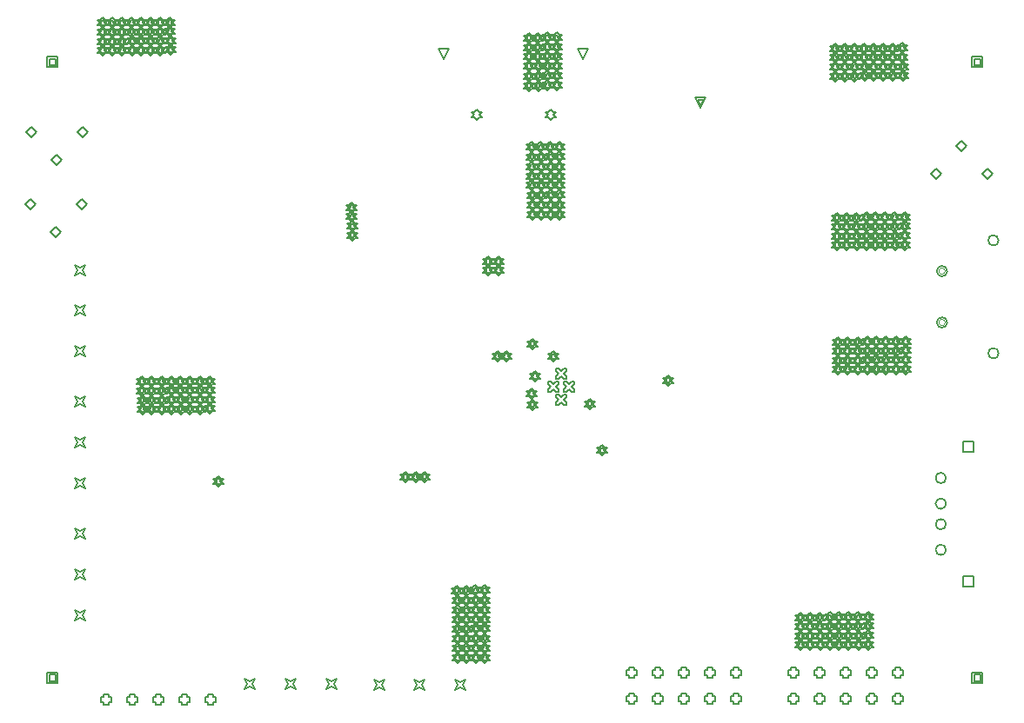
<source format=gbr>
%TF.GenerationSoftware,Altium Limited,Altium Designer,22.5.1 (42)*%
G04 Layer_Color=2752767*
%FSLAX44Y44*%
%MOMM*%
%TF.SameCoordinates,B102F14A-A54C-4FC6-BF91-0F17097562DF*%
%TF.FilePolarity,Positive*%
%TF.FileFunction,Drawing*%
%TF.Part,Single*%
G01*
G75*
%TA.AperFunction,NonConductor*%
%ADD72C,0.1270*%
%ADD138C,0.1693*%
%ADD139C,0.1016*%
D72*
X39670Y-8830D02*
X42210D01*
X44750Y-6290D01*
X47290Y-8830D01*
X49830D01*
Y-6290D01*
X47290Y-3750D01*
X49830Y-1210D01*
Y1330D01*
X47290D01*
X44750Y-1210D01*
X42210Y1330D01*
X39670D01*
Y-1210D01*
X42210Y-3750D01*
X39670Y-6290D01*
Y-8830D01*
Y-34330D02*
X42210D01*
X44750Y-31790D01*
X47290Y-34330D01*
X49830D01*
Y-31790D01*
X47290Y-29250D01*
X49830Y-26710D01*
Y-24170D01*
X47290D01*
X44750Y-26710D01*
X42210Y-24170D01*
X39670D01*
Y-26710D01*
X42210Y-29250D01*
X39670Y-31790D01*
Y-34330D01*
X31920Y-21580D02*
X34460D01*
X37000Y-19040D01*
X39540Y-21580D01*
X42080D01*
Y-19040D01*
X39540Y-16500D01*
X42080Y-13960D01*
Y-11420D01*
X39540D01*
X37000Y-13960D01*
X34460Y-11420D01*
X31920D01*
Y-13960D01*
X34460Y-16500D01*
X31920Y-19040D01*
Y-21580D01*
X47420D02*
X49960D01*
X52500Y-19040D01*
X55040Y-21580D01*
X57580D01*
Y-19040D01*
X55040Y-16500D01*
X57580Y-13960D01*
Y-11420D01*
X55040D01*
X52500Y-13960D01*
X49960Y-11420D01*
X47420D01*
Y-13960D01*
X49960Y-16500D01*
X47420Y-19040D01*
Y-21580D01*
X-428580Y-243780D02*
X-426040Y-238700D01*
X-428580Y-233620D01*
X-423500Y-236160D01*
X-418420Y-233620D01*
X-420960Y-238700D01*
X-418420Y-243780D01*
X-423500Y-241240D01*
X-428580Y-243780D01*
Y-164580D02*
X-426040Y-159500D01*
X-428580Y-154420D01*
X-423500Y-156960D01*
X-418420Y-154420D01*
X-420960Y-159500D01*
X-418420Y-164580D01*
X-423500Y-162040D01*
X-428580Y-164580D01*
Y-204180D02*
X-426040Y-199100D01*
X-428580Y-194020D01*
X-423500Y-196560D01*
X-418420Y-194020D01*
X-420960Y-199100D01*
X-418420Y-204180D01*
X-423500Y-201640D01*
X-428580Y-204180D01*
Y13220D02*
X-426040Y18300D01*
X-428580Y23380D01*
X-423500Y20840D01*
X-418420Y23380D01*
X-420960Y18300D01*
X-418420Y13220D01*
X-423500Y15760D01*
X-428580Y13220D01*
Y92420D02*
X-426040Y97500D01*
X-428580Y102580D01*
X-423500Y100040D01*
X-418420Y102580D01*
X-420960Y97500D01*
X-418420Y92420D01*
X-423500Y94960D01*
X-428580Y92420D01*
Y52820D02*
X-426040Y57900D01*
X-428580Y62980D01*
X-423500Y60440D01*
X-418420Y62980D01*
X-420960Y57900D01*
X-418420Y52820D01*
X-423500Y55360D01*
X-428580Y52820D01*
X-451830Y134500D02*
X-446750Y139580D01*
X-441670Y134500D01*
X-446750Y129420D01*
X-451830Y134500D01*
X-476830Y161500D02*
X-471750Y166580D01*
X-466670Y161500D01*
X-471750Y156420D01*
X-476830Y161500D01*
X-426830D02*
X-421750Y166580D01*
X-416670Y161500D01*
X-421750Y156420D01*
X-426830Y161500D01*
X-451080Y204750D02*
X-446000Y209830D01*
X-440920Y204750D01*
X-446000Y199670D01*
X-451080Y204750D01*
X-476080Y231750D02*
X-471000Y236830D01*
X-465920Y231750D01*
X-471000Y226670D01*
X-476080Y231750D01*
X-426080D02*
X-421000Y236830D01*
X-415920Y231750D01*
X-421000Y226670D01*
X-426080Y231750D01*
X110760Y-322940D02*
Y-325480D01*
X115840D01*
Y-322940D01*
X118380D01*
Y-317860D01*
X115840D01*
Y-315320D01*
X110760D01*
Y-317860D01*
X108220D01*
Y-322940D01*
X110760D01*
Y-297540D02*
Y-300080D01*
X115840D01*
Y-297540D01*
X118380D01*
Y-292460D01*
X115840D01*
Y-289920D01*
X110760D01*
Y-292460D01*
X108220D01*
Y-297540D01*
X110760D01*
X161560Y-322940D02*
Y-325480D01*
X166640D01*
Y-322940D01*
X169180D01*
Y-317860D01*
X166640D01*
Y-315320D01*
X161560D01*
Y-317860D01*
X159020D01*
Y-322940D01*
X161560D01*
Y-297540D02*
Y-300080D01*
X166640D01*
Y-297540D01*
X169180D01*
Y-292460D01*
X166640D01*
Y-289920D01*
X161560D01*
Y-292460D01*
X159020D01*
Y-297540D01*
X161560D01*
X212360Y-322940D02*
Y-325480D01*
X217440D01*
Y-322940D01*
X219980D01*
Y-317860D01*
X217440D01*
Y-315320D01*
X212360D01*
Y-317860D01*
X209820D01*
Y-322940D01*
X212360D01*
X186960D02*
Y-325480D01*
X192040D01*
Y-322940D01*
X194580D01*
Y-317860D01*
X192040D01*
Y-315320D01*
X186960D01*
Y-317860D01*
X184420D01*
Y-322940D01*
X186960D01*
Y-297540D02*
Y-300080D01*
X192040D01*
Y-297540D01*
X194580D01*
Y-292460D01*
X192040D01*
Y-289920D01*
X186960D01*
Y-292460D01*
X184420D01*
Y-297540D01*
X186960D01*
X212360D02*
Y-300080D01*
X217440D01*
Y-297540D01*
X219980D01*
Y-292460D01*
X217440D01*
Y-289920D01*
X212360D01*
Y-292460D01*
X209820D01*
Y-297540D01*
X212360D01*
X136160D02*
Y-300080D01*
X141240D01*
Y-297540D01*
X143780D01*
Y-292460D01*
X141240D01*
Y-289920D01*
X136160D01*
Y-292460D01*
X133620D01*
Y-297540D01*
X136160D01*
Y-322940D02*
Y-325480D01*
X141240D01*
Y-322940D01*
X143780D01*
Y-317860D01*
X141240D01*
Y-315320D01*
X136160D01*
Y-317860D01*
X133620D01*
Y-322940D01*
X136160D01*
X436420Y-211080D02*
Y-200920D01*
X446580D01*
Y-211080D01*
X436420D01*
Y-79680D02*
Y-69520D01*
X446580D01*
Y-79680D01*
X436420D01*
X429670Y218500D02*
X434750Y223580D01*
X439830Y218500D01*
X434750Y213420D01*
X429670Y218500D01*
X454670Y191500D02*
X459750Y196580D01*
X464830Y191500D01*
X459750Y186420D01*
X454670Y191500D01*
X404670D02*
X409750Y196580D01*
X414830Y191500D01*
X409750Y186420D01*
X404670Y191500D01*
X-37500Y243170D02*
X-34960Y245710D01*
X-32420D01*
X-34960Y248250D01*
X-32420Y250790D01*
X-34960D01*
X-37500Y253330D01*
X-40040Y250790D01*
X-42580D01*
X-40040Y248250D01*
X-42580Y245710D01*
X-40040D01*
X-37500Y243170D01*
X34500D02*
X37040Y245710D01*
X39580D01*
X37040Y248250D01*
X39580Y250790D01*
X37040D01*
X34500Y253330D01*
X31960Y250790D01*
X29420D01*
X31960Y248250D01*
X29420Y245710D01*
X31960D01*
X34500Y243170D01*
X-69000Y303170D02*
X-74080Y313330D01*
X-63920D01*
X-69000Y303170D01*
X66000D02*
X60920Y313330D01*
X71080D01*
X66000Y303170D01*
X-428580Y-115280D02*
X-426040Y-110200D01*
X-428580Y-105120D01*
X-423500Y-107660D01*
X-418420Y-105120D01*
X-420960Y-110200D01*
X-418420Y-115280D01*
X-423500Y-112740D01*
X-428580Y-115280D01*
Y-36080D02*
X-426040Y-31000D01*
X-428580Y-25920D01*
X-423500Y-28460D01*
X-418420Y-25920D01*
X-420960Y-31000D01*
X-418420Y-36080D01*
X-423500Y-33540D01*
X-428580Y-36080D01*
Y-75680D02*
X-426040Y-70600D01*
X-428580Y-65520D01*
X-423500Y-68060D01*
X-418420Y-65520D01*
X-420960Y-70600D01*
X-418420Y-75680D01*
X-423500Y-73140D01*
X-428580Y-75680D01*
X293960Y-322440D02*
Y-324980D01*
X299040D01*
Y-322440D01*
X301580D01*
Y-317360D01*
X299040D01*
Y-314820D01*
X293960D01*
Y-317360D01*
X291420D01*
Y-322440D01*
X293960D01*
Y-297040D02*
Y-299580D01*
X299040D01*
Y-297040D01*
X301580D01*
Y-291960D01*
X299040D01*
Y-289420D01*
X293960D01*
Y-291960D01*
X291420D01*
Y-297040D01*
X293960D01*
X370160D02*
Y-299580D01*
X375240D01*
Y-297040D01*
X377780D01*
Y-291960D01*
X375240D01*
Y-289420D01*
X370160D01*
Y-291960D01*
X367620D01*
Y-297040D01*
X370160D01*
X344760D02*
Y-299580D01*
X349840D01*
Y-297040D01*
X352380D01*
Y-291960D01*
X349840D01*
Y-289420D01*
X344760D01*
Y-291960D01*
X342220D01*
Y-297040D01*
X344760D01*
Y-322440D02*
Y-324980D01*
X349840D01*
Y-322440D01*
X352380D01*
Y-317360D01*
X349840D01*
Y-314820D01*
X344760D01*
Y-317360D01*
X342220D01*
Y-322440D01*
X344760D01*
X370160D02*
Y-324980D01*
X375240D01*
Y-322440D01*
X377780D01*
Y-317360D01*
X375240D01*
Y-314820D01*
X370160D01*
Y-317360D01*
X367620D01*
Y-322440D01*
X370160D01*
X319360Y-297040D02*
Y-299580D01*
X324440D01*
Y-297040D01*
X326980D01*
Y-291960D01*
X324440D01*
Y-289420D01*
X319360D01*
Y-291960D01*
X316820D01*
Y-297040D01*
X319360D01*
Y-322440D02*
Y-324980D01*
X324440D01*
Y-322440D01*
X326980D01*
Y-317360D01*
X324440D01*
Y-314820D01*
X319360D01*
Y-317360D01*
X316820D01*
Y-322440D01*
X319360D01*
X268560Y-297040D02*
Y-299580D01*
X273640D01*
Y-297040D01*
X276180D01*
Y-291960D01*
X273640D01*
Y-289420D01*
X268560D01*
Y-291960D01*
X266020D01*
Y-297040D01*
X268560D01*
Y-322440D02*
Y-324980D01*
X273640D01*
Y-322440D01*
X276180D01*
Y-317360D01*
X273640D01*
Y-314820D01*
X268560D01*
Y-317360D01*
X266020D01*
Y-322440D01*
X268560D01*
X-400340Y-324040D02*
Y-326580D01*
X-395260D01*
Y-324040D01*
X-392720D01*
Y-318960D01*
X-395260D01*
Y-316420D01*
X-400340D01*
Y-318960D01*
X-402880D01*
Y-324040D01*
X-400340D01*
X-349540Y-324040D02*
Y-326580D01*
X-344460D01*
Y-324040D01*
X-341920D01*
Y-318960D01*
X-344460D01*
Y-316420D01*
X-349540D01*
Y-318960D01*
X-352080D01*
Y-324040D01*
X-349540D01*
X-324140D02*
Y-326580D01*
X-319060D01*
Y-324040D01*
X-316520D01*
Y-318960D01*
X-319060D01*
Y-316420D01*
X-324140D01*
Y-318960D01*
X-326680D01*
Y-324040D01*
X-324140D01*
X-298740D02*
Y-326580D01*
X-293660D01*
Y-324040D01*
X-291120D01*
Y-318960D01*
X-293660D01*
Y-316420D01*
X-298740D01*
Y-318960D01*
X-301280D01*
Y-324040D01*
X-298740D01*
X-374940D02*
Y-326580D01*
X-369860D01*
Y-324040D01*
X-367320D01*
Y-318960D01*
X-369860D01*
Y-316420D01*
X-374940D01*
Y-318960D01*
X-377480D01*
Y-324040D01*
X-374940D01*
X-455080Y294920D02*
Y305080D01*
X-444920D01*
Y294920D01*
X-455080D01*
X-453048Y296952D02*
Y303048D01*
X-446952D01*
Y296952D01*
X-453048D01*
X444920Y294920D02*
Y305080D01*
X455080D01*
Y294920D01*
X444920D01*
X446952Y296952D02*
Y303048D01*
X453048D01*
Y296952D01*
X446952D01*
X-455080Y-305080D02*
Y-294920D01*
X-444920D01*
Y-305080D01*
X-455080D01*
X-453048Y-303048D02*
Y-296952D01*
X-446952D01*
Y-303048D01*
X-453048D01*
X444920Y-305080D02*
Y-294920D01*
X455080D01*
Y-305080D01*
X444920D01*
X446952Y-303048D02*
Y-296952D01*
X453048D01*
Y-303048D01*
X446952D01*
X-223330Y-311330D02*
X-220790Y-306250D01*
X-223330Y-301170D01*
X-218250Y-303710D01*
X-213170Y-301170D01*
X-215710Y-306250D01*
X-213170Y-311330D01*
X-218250Y-308790D01*
X-223330Y-311330D01*
X-262930D02*
X-260390Y-306250D01*
X-262930Y-301170D01*
X-257850Y-303710D01*
X-252770Y-301170D01*
X-255310Y-306250D01*
X-252770Y-311330D01*
X-257850Y-308790D01*
X-262930Y-311330D01*
X-183730D02*
X-181190Y-306250D01*
X-183730Y-301170D01*
X-178650Y-303710D01*
X-173570Y-301170D01*
X-176110Y-306250D01*
X-173570Y-311330D01*
X-178650Y-308790D01*
X-183730Y-311330D01*
X-97830Y-311580D02*
X-95290Y-306500D01*
X-97830Y-301420D01*
X-92750Y-303960D01*
X-87670Y-301420D01*
X-90210Y-306500D01*
X-87670Y-311580D01*
X-92750Y-309040D01*
X-97830Y-311580D01*
X-137430D02*
X-134890Y-306500D01*
X-137430Y-301420D01*
X-132350Y-303960D01*
X-127270Y-301420D01*
X-129810Y-306500D01*
X-127270Y-311580D01*
X-132350Y-309040D01*
X-137430Y-311580D01*
X-58230D02*
X-55690Y-306500D01*
X-58230Y-301420D01*
X-53150Y-303960D01*
X-48070Y-301420D01*
X-50610Y-306500D01*
X-48070Y-311580D01*
X-53150Y-309040D01*
X-58230Y-311580D01*
X-288500Y-113830D02*
X-285960Y-111290D01*
X-283420D01*
X-285960Y-108750D01*
X-283420Y-106210D01*
X-285960D01*
X-288500Y-103670D01*
X-291040Y-106210D01*
X-293580D01*
X-291040Y-108750D01*
X-293580Y-111290D01*
X-291040D01*
X-288500Y-113830D01*
Y-111798D02*
X-286976Y-110274D01*
X-285452D01*
X-286976Y-108750D01*
X-285452Y-107226D01*
X-286976D01*
X-288500Y-105702D01*
X-290024Y-107226D01*
X-291548D01*
X-290024Y-108750D01*
X-291548Y-110274D01*
X-290024D01*
X-288500Y-111798D01*
X-38250Y-248330D02*
X-35710Y-245790D01*
X-33170D01*
X-35710Y-243250D01*
X-33170Y-240710D01*
X-35710D01*
X-38250Y-238170D01*
X-40790Y-240710D01*
X-43330D01*
X-40790Y-243250D01*
X-43330Y-245790D01*
X-40790D01*
X-38250Y-248330D01*
Y-246298D02*
X-36726Y-244774D01*
X-35202D01*
X-36726Y-243250D01*
X-35202Y-241726D01*
X-36726D01*
X-38250Y-240202D01*
X-39774Y-241726D01*
X-41298D01*
X-39774Y-243250D01*
X-41298Y-244774D01*
X-39774D01*
X-38250Y-246298D01*
X-29500Y-248330D02*
X-26960Y-245790D01*
X-24420D01*
X-26960Y-243250D01*
X-24420Y-240710D01*
X-26960D01*
X-29500Y-238170D01*
X-32040Y-240710D01*
X-34580D01*
X-32040Y-243250D01*
X-34580Y-245790D01*
X-32040D01*
X-29500Y-248330D01*
Y-246298D02*
X-27976Y-244774D01*
X-26452D01*
X-27976Y-243250D01*
X-26452Y-241726D01*
X-27976D01*
X-29500Y-240202D01*
X-31024Y-241726D01*
X-32548D01*
X-31024Y-243250D01*
X-32548Y-244774D01*
X-31024D01*
X-29500Y-246298D01*
X-47500Y-248580D02*
X-44960Y-246040D01*
X-42420D01*
X-44960Y-243500D01*
X-42420Y-240960D01*
X-44960D01*
X-47500Y-238420D01*
X-50040Y-240960D01*
X-52580D01*
X-50040Y-243500D01*
X-52580Y-246040D01*
X-50040D01*
X-47500Y-248580D01*
Y-246548D02*
X-45976Y-245024D01*
X-44452D01*
X-45976Y-243500D01*
X-44452Y-241976D01*
X-45976D01*
X-47500Y-240452D01*
X-49024Y-241976D01*
X-50548D01*
X-49024Y-243500D01*
X-50548Y-245024D01*
X-49024D01*
X-47500Y-246548D01*
X-56250Y-248580D02*
X-53710Y-246040D01*
X-51170D01*
X-53710Y-243500D01*
X-51170Y-240960D01*
X-53710D01*
X-56250Y-238420D01*
X-58790Y-240960D01*
X-61330D01*
X-58790Y-243500D01*
X-61330Y-246040D01*
X-58790D01*
X-56250Y-248580D01*
Y-246548D02*
X-54726Y-245024D01*
X-53202D01*
X-54726Y-243500D01*
X-53202Y-241976D01*
X-54726D01*
X-56250Y-240452D01*
X-57774Y-241976D01*
X-59298D01*
X-57774Y-243500D01*
X-59298Y-245024D01*
X-57774D01*
X-56250Y-246548D01*
X-38250Y-239080D02*
X-35710Y-236540D01*
X-33170D01*
X-35710Y-234000D01*
X-33170Y-231460D01*
X-35710D01*
X-38250Y-228920D01*
X-40790Y-231460D01*
X-43330D01*
X-40790Y-234000D01*
X-43330Y-236540D01*
X-40790D01*
X-38250Y-239080D01*
Y-237048D02*
X-36726Y-235524D01*
X-35202D01*
X-36726Y-234000D01*
X-35202Y-232476D01*
X-36726D01*
X-38250Y-230952D01*
X-39774Y-232476D01*
X-41298D01*
X-39774Y-234000D01*
X-41298Y-235524D01*
X-39774D01*
X-38250Y-237048D01*
X-29500Y-239080D02*
X-26960Y-236540D01*
X-24420D01*
X-26960Y-234000D01*
X-24420Y-231460D01*
X-26960D01*
X-29500Y-228920D01*
X-32040Y-231460D01*
X-34580D01*
X-32040Y-234000D01*
X-34580Y-236540D01*
X-32040D01*
X-29500Y-239080D01*
Y-237048D02*
X-27976Y-235524D01*
X-26452D01*
X-27976Y-234000D01*
X-26452Y-232476D01*
X-27976D01*
X-29500Y-230952D01*
X-31024Y-232476D01*
X-32548D01*
X-31024Y-234000D01*
X-32548Y-235524D01*
X-31024D01*
X-29500Y-237048D01*
X-47500Y-239330D02*
X-44960Y-236790D01*
X-42420D01*
X-44960Y-234250D01*
X-42420Y-231710D01*
X-44960D01*
X-47500Y-229170D01*
X-50040Y-231710D01*
X-52580D01*
X-50040Y-234250D01*
X-52580Y-236790D01*
X-50040D01*
X-47500Y-239330D01*
Y-237298D02*
X-45976Y-235774D01*
X-44452D01*
X-45976Y-234250D01*
X-44452Y-232726D01*
X-45976D01*
X-47500Y-231202D01*
X-49024Y-232726D01*
X-50548D01*
X-49024Y-234250D01*
X-50548Y-235774D01*
X-49024D01*
X-47500Y-237298D01*
X-56250Y-239330D02*
X-53710Y-236790D01*
X-51170D01*
X-53710Y-234250D01*
X-51170Y-231710D01*
X-53710D01*
X-56250Y-229170D01*
X-58790Y-231710D01*
X-61330D01*
X-58790Y-234250D01*
X-61330Y-236790D01*
X-58790D01*
X-56250Y-239330D01*
Y-237298D02*
X-54726Y-235774D01*
X-53202D01*
X-54726Y-234250D01*
X-53202Y-232726D01*
X-54726D01*
X-56250Y-231202D01*
X-57774Y-232726D01*
X-59298D01*
X-57774Y-234250D01*
X-59298Y-235774D01*
X-57774D01*
X-56250Y-237298D01*
X-38250Y-229330D02*
X-35710Y-226790D01*
X-33170D01*
X-35710Y-224250D01*
X-33170Y-221710D01*
X-35710D01*
X-38250Y-219170D01*
X-40790Y-221710D01*
X-43330D01*
X-40790Y-224250D01*
X-43330Y-226790D01*
X-40790D01*
X-38250Y-229330D01*
Y-227298D02*
X-36726Y-225774D01*
X-35202D01*
X-36726Y-224250D01*
X-35202Y-222726D01*
X-36726D01*
X-38250Y-221202D01*
X-39774Y-222726D01*
X-41298D01*
X-39774Y-224250D01*
X-41298Y-225774D01*
X-39774D01*
X-38250Y-227298D01*
X-29500Y-229330D02*
X-26960Y-226790D01*
X-24420D01*
X-26960Y-224250D01*
X-24420Y-221710D01*
X-26960D01*
X-29500Y-219170D01*
X-32040Y-221710D01*
X-34580D01*
X-32040Y-224250D01*
X-34580Y-226790D01*
X-32040D01*
X-29500Y-229330D01*
Y-227298D02*
X-27976Y-225774D01*
X-26452D01*
X-27976Y-224250D01*
X-26452Y-222726D01*
X-27976D01*
X-29500Y-221202D01*
X-31024Y-222726D01*
X-32548D01*
X-31024Y-224250D01*
X-32548Y-225774D01*
X-31024D01*
X-29500Y-227298D01*
X-47500Y-229580D02*
X-44960Y-227040D01*
X-42420D01*
X-44960Y-224500D01*
X-42420Y-221960D01*
X-44960D01*
X-47500Y-219420D01*
X-50040Y-221960D01*
X-52580D01*
X-50040Y-224500D01*
X-52580Y-227040D01*
X-50040D01*
X-47500Y-229580D01*
Y-227548D02*
X-45976Y-226024D01*
X-44452D01*
X-45976Y-224500D01*
X-44452Y-222976D01*
X-45976D01*
X-47500Y-221452D01*
X-49024Y-222976D01*
X-50548D01*
X-49024Y-224500D01*
X-50548Y-226024D01*
X-49024D01*
X-47500Y-227548D01*
X-56250Y-229580D02*
X-53710Y-227040D01*
X-51170D01*
X-53710Y-224500D01*
X-51170Y-221960D01*
X-53710D01*
X-56250Y-219420D01*
X-58790Y-221960D01*
X-61330D01*
X-58790Y-224500D01*
X-61330Y-227040D01*
X-58790D01*
X-56250Y-229580D01*
Y-227548D02*
X-54726Y-226024D01*
X-53202D01*
X-54726Y-224500D01*
X-53202Y-222976D01*
X-54726D01*
X-56250Y-221452D01*
X-57774Y-222976D01*
X-59298D01*
X-57774Y-224500D01*
X-59298Y-226024D01*
X-57774D01*
X-56250Y-227548D01*
X-38500Y-219830D02*
X-35960Y-217290D01*
X-33420D01*
X-35960Y-214750D01*
X-33420Y-212210D01*
X-35960D01*
X-38500Y-209670D01*
X-41040Y-212210D01*
X-43580D01*
X-41040Y-214750D01*
X-43580Y-217290D01*
X-41040D01*
X-38500Y-219830D01*
Y-217798D02*
X-36976Y-216274D01*
X-35452D01*
X-36976Y-214750D01*
X-35452Y-213226D01*
X-36976D01*
X-38500Y-211702D01*
X-40024Y-213226D01*
X-41548D01*
X-40024Y-214750D01*
X-41548Y-216274D01*
X-40024D01*
X-38500Y-217798D01*
X-29750Y-219830D02*
X-27210Y-217290D01*
X-24670D01*
X-27210Y-214750D01*
X-24670Y-212210D01*
X-27210D01*
X-29750Y-209670D01*
X-32290Y-212210D01*
X-34830D01*
X-32290Y-214750D01*
X-34830Y-217290D01*
X-32290D01*
X-29750Y-219830D01*
Y-217798D02*
X-28226Y-216274D01*
X-26702D01*
X-28226Y-214750D01*
X-26702Y-213226D01*
X-28226D01*
X-29750Y-211702D01*
X-31274Y-213226D01*
X-32798D01*
X-31274Y-214750D01*
X-32798Y-216274D01*
X-31274D01*
X-29750Y-217798D01*
X-47750Y-220080D02*
X-45210Y-217540D01*
X-42670D01*
X-45210Y-215000D01*
X-42670Y-212460D01*
X-45210D01*
X-47750Y-209920D01*
X-50290Y-212460D01*
X-52830D01*
X-50290Y-215000D01*
X-52830Y-217540D01*
X-50290D01*
X-47750Y-220080D01*
Y-218048D02*
X-46226Y-216524D01*
X-44702D01*
X-46226Y-215000D01*
X-44702Y-213476D01*
X-46226D01*
X-47750Y-211952D01*
X-49274Y-213476D01*
X-50798D01*
X-49274Y-215000D01*
X-50798Y-216524D01*
X-49274D01*
X-47750Y-218048D01*
X-56500Y-220080D02*
X-53960Y-217540D01*
X-51420D01*
X-53960Y-215000D01*
X-51420Y-212460D01*
X-53960D01*
X-56500Y-209920D01*
X-59040Y-212460D01*
X-61580D01*
X-59040Y-215000D01*
X-61580Y-217540D01*
X-59040D01*
X-56500Y-220080D01*
Y-218048D02*
X-54976Y-216524D01*
X-53452D01*
X-54976Y-215000D01*
X-53452Y-213476D01*
X-54976D01*
X-56500Y-211952D01*
X-58024Y-213476D01*
X-59548D01*
X-58024Y-215000D01*
X-59548Y-216524D01*
X-58024D01*
X-56500Y-218048D01*
X-56250Y-257330D02*
X-53710Y-254790D01*
X-51170D01*
X-53710Y-252250D01*
X-51170Y-249710D01*
X-53710D01*
X-56250Y-247170D01*
X-58790Y-249710D01*
X-61330D01*
X-58790Y-252250D01*
X-61330Y-254790D01*
X-58790D01*
X-56250Y-257330D01*
Y-255298D02*
X-54726Y-253774D01*
X-53202D01*
X-54726Y-252250D01*
X-53202Y-250726D01*
X-54726D01*
X-56250Y-249202D01*
X-57774Y-250726D01*
X-59298D01*
X-57774Y-252250D01*
X-59298Y-253774D01*
X-57774D01*
X-56250Y-255298D01*
X-47500Y-257330D02*
X-44960Y-254790D01*
X-42420D01*
X-44960Y-252250D01*
X-42420Y-249710D01*
X-44960D01*
X-47500Y-247170D01*
X-50040Y-249710D01*
X-52580D01*
X-50040Y-252250D01*
X-52580Y-254790D01*
X-50040D01*
X-47500Y-257330D01*
Y-255298D02*
X-45976Y-253774D01*
X-44452D01*
X-45976Y-252250D01*
X-44452Y-250726D01*
X-45976D01*
X-47500Y-249202D01*
X-49024Y-250726D01*
X-50548D01*
X-49024Y-252250D01*
X-50548Y-253774D01*
X-49024D01*
X-47500Y-255298D01*
X-29500Y-257080D02*
X-26960Y-254540D01*
X-24420D01*
X-26960Y-252000D01*
X-24420Y-249460D01*
X-26960D01*
X-29500Y-246920D01*
X-32040Y-249460D01*
X-34580D01*
X-32040Y-252000D01*
X-34580Y-254540D01*
X-32040D01*
X-29500Y-257080D01*
Y-255048D02*
X-27976Y-253524D01*
X-26452D01*
X-27976Y-252000D01*
X-26452Y-250476D01*
X-27976D01*
X-29500Y-248952D01*
X-31024Y-250476D01*
X-32548D01*
X-31024Y-252000D01*
X-32548Y-253524D01*
X-31024D01*
X-29500Y-255048D01*
X-38250Y-257080D02*
X-35710Y-254540D01*
X-33170D01*
X-35710Y-252000D01*
X-33170Y-249460D01*
X-35710D01*
X-38250Y-246920D01*
X-40790Y-249460D01*
X-43330D01*
X-40790Y-252000D01*
X-43330Y-254540D01*
X-40790D01*
X-38250Y-257080D01*
Y-255048D02*
X-36726Y-253524D01*
X-35202D01*
X-36726Y-252000D01*
X-35202Y-250476D01*
X-36726D01*
X-38250Y-248952D01*
X-39774Y-250476D01*
X-41298D01*
X-39774Y-252000D01*
X-41298Y-253524D01*
X-39774D01*
X-38250Y-255048D01*
X-56000Y-266830D02*
X-53460Y-264290D01*
X-50920D01*
X-53460Y-261750D01*
X-50920Y-259210D01*
X-53460D01*
X-56000Y-256670D01*
X-58540Y-259210D01*
X-61080D01*
X-58540Y-261750D01*
X-61080Y-264290D01*
X-58540D01*
X-56000Y-266830D01*
Y-264798D02*
X-54476Y-263274D01*
X-52952D01*
X-54476Y-261750D01*
X-52952Y-260226D01*
X-54476D01*
X-56000Y-258702D01*
X-57524Y-260226D01*
X-59048D01*
X-57524Y-261750D01*
X-59048Y-263274D01*
X-57524D01*
X-56000Y-264798D01*
X-47250Y-266830D02*
X-44710Y-264290D01*
X-42170D01*
X-44710Y-261750D01*
X-42170Y-259210D01*
X-44710D01*
X-47250Y-256670D01*
X-49790Y-259210D01*
X-52330D01*
X-49790Y-261750D01*
X-52330Y-264290D01*
X-49790D01*
X-47250Y-266830D01*
Y-264798D02*
X-45726Y-263274D01*
X-44202D01*
X-45726Y-261750D01*
X-44202Y-260226D01*
X-45726D01*
X-47250Y-258702D01*
X-48774Y-260226D01*
X-50298D01*
X-48774Y-261750D01*
X-50298Y-263274D01*
X-48774D01*
X-47250Y-264798D01*
X-29250Y-266580D02*
X-26710Y-264040D01*
X-24170D01*
X-26710Y-261500D01*
X-24170Y-258960D01*
X-26710D01*
X-29250Y-256420D01*
X-31790Y-258960D01*
X-34330D01*
X-31790Y-261500D01*
X-34330Y-264040D01*
X-31790D01*
X-29250Y-266580D01*
Y-264548D02*
X-27726Y-263024D01*
X-26202D01*
X-27726Y-261500D01*
X-26202Y-259976D01*
X-27726D01*
X-29250Y-258452D01*
X-30774Y-259976D01*
X-32298D01*
X-30774Y-261500D01*
X-32298Y-263024D01*
X-30774D01*
X-29250Y-264548D01*
X-38000Y-266580D02*
X-35460Y-264040D01*
X-32920D01*
X-35460Y-261500D01*
X-32920Y-258960D01*
X-35460D01*
X-38000Y-256420D01*
X-40540Y-258960D01*
X-43080D01*
X-40540Y-261500D01*
X-43080Y-264040D01*
X-40540D01*
X-38000Y-266580D01*
Y-264548D02*
X-36476Y-263024D01*
X-34952D01*
X-36476Y-261500D01*
X-34952Y-259976D01*
X-36476D01*
X-38000Y-258452D01*
X-39524Y-259976D01*
X-41048D01*
X-39524Y-261500D01*
X-41048Y-263024D01*
X-39524D01*
X-38000Y-264548D01*
X-56000Y-276580D02*
X-53460Y-274040D01*
X-50920D01*
X-53460Y-271500D01*
X-50920Y-268960D01*
X-53460D01*
X-56000Y-266420D01*
X-58540Y-268960D01*
X-61080D01*
X-58540Y-271500D01*
X-61080Y-274040D01*
X-58540D01*
X-56000Y-276580D01*
Y-274548D02*
X-54476Y-273024D01*
X-52952D01*
X-54476Y-271500D01*
X-52952Y-269976D01*
X-54476D01*
X-56000Y-268452D01*
X-57524Y-269976D01*
X-59048D01*
X-57524Y-271500D01*
X-59048Y-273024D01*
X-57524D01*
X-56000Y-274548D01*
X-47250Y-276580D02*
X-44710Y-274040D01*
X-42170D01*
X-44710Y-271500D01*
X-42170Y-268960D01*
X-44710D01*
X-47250Y-266420D01*
X-49790Y-268960D01*
X-52330D01*
X-49790Y-271500D01*
X-52330Y-274040D01*
X-49790D01*
X-47250Y-276580D01*
Y-274548D02*
X-45726Y-273024D01*
X-44202D01*
X-45726Y-271500D01*
X-44202Y-269976D01*
X-45726D01*
X-47250Y-268452D01*
X-48774Y-269976D01*
X-50298D01*
X-48774Y-271500D01*
X-50298Y-273024D01*
X-48774D01*
X-47250Y-274548D01*
X-29250Y-276330D02*
X-26710Y-273790D01*
X-24170D01*
X-26710Y-271250D01*
X-24170Y-268710D01*
X-26710D01*
X-29250Y-266170D01*
X-31790Y-268710D01*
X-34330D01*
X-31790Y-271250D01*
X-34330Y-273790D01*
X-31790D01*
X-29250Y-276330D01*
Y-274298D02*
X-27726Y-272774D01*
X-26202D01*
X-27726Y-271250D01*
X-26202Y-269726D01*
X-27726D01*
X-29250Y-268202D01*
X-30774Y-269726D01*
X-32298D01*
X-30774Y-271250D01*
X-32298Y-272774D01*
X-30774D01*
X-29250Y-274298D01*
X-38000Y-276330D02*
X-35460Y-273790D01*
X-32920D01*
X-35460Y-271250D01*
X-32920Y-268710D01*
X-35460D01*
X-38000Y-266170D01*
X-40540Y-268710D01*
X-43080D01*
X-40540Y-271250D01*
X-43080Y-273790D01*
X-40540D01*
X-38000Y-276330D01*
Y-274298D02*
X-36476Y-272774D01*
X-34952D01*
X-36476Y-271250D01*
X-34952Y-269726D01*
X-36476D01*
X-38000Y-268202D01*
X-39524Y-269726D01*
X-41048D01*
X-39524Y-271250D01*
X-41048Y-272774D01*
X-39524D01*
X-38000Y-274298D01*
X-56000Y-285830D02*
X-53460Y-283290D01*
X-50920D01*
X-53460Y-280750D01*
X-50920Y-278210D01*
X-53460D01*
X-56000Y-275670D01*
X-58540Y-278210D01*
X-61080D01*
X-58540Y-280750D01*
X-61080Y-283290D01*
X-58540D01*
X-56000Y-285830D01*
Y-283798D02*
X-54476Y-282274D01*
X-52952D01*
X-54476Y-280750D01*
X-52952Y-279226D01*
X-54476D01*
X-56000Y-277702D01*
X-57524Y-279226D01*
X-59048D01*
X-57524Y-280750D01*
X-59048Y-282274D01*
X-57524D01*
X-56000Y-283798D01*
X-47250Y-285830D02*
X-44710Y-283290D01*
X-42170D01*
X-44710Y-280750D01*
X-42170Y-278210D01*
X-44710D01*
X-47250Y-275670D01*
X-49790Y-278210D01*
X-52330D01*
X-49790Y-280750D01*
X-52330Y-283290D01*
X-49790D01*
X-47250Y-285830D01*
Y-283798D02*
X-45726Y-282274D01*
X-44202D01*
X-45726Y-280750D01*
X-44202Y-279226D01*
X-45726D01*
X-47250Y-277702D01*
X-48774Y-279226D01*
X-50298D01*
X-48774Y-280750D01*
X-50298Y-282274D01*
X-48774D01*
X-47250Y-283798D01*
X-29250Y-285580D02*
X-26710Y-283040D01*
X-24170D01*
X-26710Y-280500D01*
X-24170Y-277960D01*
X-26710D01*
X-29250Y-275420D01*
X-31790Y-277960D01*
X-34330D01*
X-31790Y-280500D01*
X-34330Y-283040D01*
X-31790D01*
X-29250Y-285580D01*
Y-283548D02*
X-27726Y-282024D01*
X-26202D01*
X-27726Y-280500D01*
X-26202Y-278976D01*
X-27726D01*
X-29250Y-277452D01*
X-30774Y-278976D01*
X-32298D01*
X-30774Y-280500D01*
X-32298Y-282024D01*
X-30774D01*
X-29250Y-283548D01*
X-38000Y-285580D02*
X-35460Y-283040D01*
X-32920D01*
X-35460Y-280500D01*
X-32920Y-277960D01*
X-35460D01*
X-38000Y-275420D01*
X-40540Y-277960D01*
X-43080D01*
X-40540Y-280500D01*
X-43080Y-283040D01*
X-40540D01*
X-38000Y-285580D01*
Y-283548D02*
X-36476Y-282024D01*
X-34952D01*
X-36476Y-280500D01*
X-34952Y-278976D01*
X-36476D01*
X-38000Y-277452D01*
X-39524Y-278976D01*
X-41048D01*
X-39524Y-280500D01*
X-41048Y-282024D01*
X-39524D01*
X-38000Y-283548D01*
X-325500Y-34330D02*
X-322960Y-31790D01*
X-320420D01*
X-322960Y-29250D01*
X-320420Y-26710D01*
X-322960D01*
X-325500Y-24170D01*
X-328040Y-26710D01*
X-330580D01*
X-328040Y-29250D01*
X-330580Y-31790D01*
X-328040D01*
X-325500Y-34330D01*
Y-32298D02*
X-323976Y-30774D01*
X-322452D01*
X-323976Y-29250D01*
X-322452Y-27726D01*
X-323976D01*
X-325500Y-26202D01*
X-327024Y-27726D01*
X-328548D01*
X-327024Y-29250D01*
X-328548Y-30774D01*
X-327024D01*
X-325500Y-32298D01*
Y-43080D02*
X-322960Y-40540D01*
X-320420D01*
X-322960Y-38000D01*
X-320420Y-35460D01*
X-322960D01*
X-325500Y-32920D01*
X-328040Y-35460D01*
X-330580D01*
X-328040Y-38000D01*
X-330580Y-40540D01*
X-328040D01*
X-325500Y-43080D01*
Y-41048D02*
X-323976Y-39524D01*
X-322452D01*
X-323976Y-38000D01*
X-322452Y-36476D01*
X-323976D01*
X-325500Y-34952D01*
X-327024Y-36476D01*
X-328548D01*
X-327024Y-38000D01*
X-328548Y-39524D01*
X-327024D01*
X-325500Y-41048D01*
X-325750Y-25080D02*
X-323210Y-22540D01*
X-320670D01*
X-323210Y-20000D01*
X-320670Y-17460D01*
X-323210D01*
X-325750Y-14920D01*
X-328290Y-17460D01*
X-330830D01*
X-328290Y-20000D01*
X-330830Y-22540D01*
X-328290D01*
X-325750Y-25080D01*
Y-23048D02*
X-324226Y-21524D01*
X-322702D01*
X-324226Y-20000D01*
X-322702Y-18476D01*
X-324226D01*
X-325750Y-16952D01*
X-327274Y-18476D01*
X-328798D01*
X-327274Y-20000D01*
X-328798Y-21524D01*
X-327274D01*
X-325750Y-23048D01*
Y-16330D02*
X-323210Y-13790D01*
X-320670D01*
X-323210Y-11250D01*
X-320670Y-8710D01*
X-323210D01*
X-325750Y-6170D01*
X-328290Y-8710D01*
X-330830D01*
X-328290Y-11250D01*
X-330830Y-13790D01*
X-328290D01*
X-325750Y-16330D01*
Y-14298D02*
X-324226Y-12774D01*
X-322702D01*
X-324226Y-11250D01*
X-322702Y-9726D01*
X-324226D01*
X-325750Y-8202D01*
X-327274Y-9726D01*
X-328798D01*
X-327274Y-11250D01*
X-328798Y-12774D01*
X-327274D01*
X-325750Y-14298D01*
X-316250Y-34330D02*
X-313710Y-31790D01*
X-311170D01*
X-313710Y-29250D01*
X-311170Y-26710D01*
X-313710D01*
X-316250Y-24170D01*
X-318790Y-26710D01*
X-321330D01*
X-318790Y-29250D01*
X-321330Y-31790D01*
X-318790D01*
X-316250Y-34330D01*
Y-32298D02*
X-314726Y-30774D01*
X-313202D01*
X-314726Y-29250D01*
X-313202Y-27726D01*
X-314726D01*
X-316250Y-26202D01*
X-317774Y-27726D01*
X-319298D01*
X-317774Y-29250D01*
X-319298Y-30774D01*
X-317774D01*
X-316250Y-32298D01*
Y-43080D02*
X-313710Y-40540D01*
X-311170D01*
X-313710Y-38000D01*
X-311170Y-35460D01*
X-313710D01*
X-316250Y-32920D01*
X-318790Y-35460D01*
X-321330D01*
X-318790Y-38000D01*
X-321330Y-40540D01*
X-318790D01*
X-316250Y-43080D01*
Y-41048D02*
X-314726Y-39524D01*
X-313202D01*
X-314726Y-38000D01*
X-313202Y-36476D01*
X-314726D01*
X-316250Y-34952D01*
X-317774Y-36476D01*
X-319298D01*
X-317774Y-38000D01*
X-319298Y-39524D01*
X-317774D01*
X-316250Y-41048D01*
X-316500Y-25080D02*
X-313960Y-22540D01*
X-311420D01*
X-313960Y-20000D01*
X-311420Y-17460D01*
X-313960D01*
X-316500Y-14920D01*
X-319040Y-17460D01*
X-321580D01*
X-319040Y-20000D01*
X-321580Y-22540D01*
X-319040D01*
X-316500Y-25080D01*
Y-23048D02*
X-314976Y-21524D01*
X-313452D01*
X-314976Y-20000D01*
X-313452Y-18476D01*
X-314976D01*
X-316500Y-16952D01*
X-318024Y-18476D01*
X-319548D01*
X-318024Y-20000D01*
X-319548Y-21524D01*
X-318024D01*
X-316500Y-23048D01*
Y-16330D02*
X-313960Y-13790D01*
X-311420D01*
X-313960Y-11250D01*
X-311420Y-8710D01*
X-313960D01*
X-316500Y-6170D01*
X-319040Y-8710D01*
X-321580D01*
X-319040Y-11250D01*
X-321580Y-13790D01*
X-319040D01*
X-316500Y-16330D01*
Y-14298D02*
X-314976Y-12774D01*
X-313452D01*
X-314976Y-11250D01*
X-313452Y-9726D01*
X-314976D01*
X-316500Y-8202D01*
X-318024Y-9726D01*
X-319548D01*
X-318024Y-11250D01*
X-319548Y-12774D01*
X-318024D01*
X-316500Y-14298D01*
X-306500Y-34330D02*
X-303960Y-31790D01*
X-301420D01*
X-303960Y-29250D01*
X-301420Y-26710D01*
X-303960D01*
X-306500Y-24170D01*
X-309040Y-26710D01*
X-311580D01*
X-309040Y-29250D01*
X-311580Y-31790D01*
X-309040D01*
X-306500Y-34330D01*
Y-32298D02*
X-304976Y-30774D01*
X-303452D01*
X-304976Y-29250D01*
X-303452Y-27726D01*
X-304976D01*
X-306500Y-26202D01*
X-308024Y-27726D01*
X-309548D01*
X-308024Y-29250D01*
X-309548Y-30774D01*
X-308024D01*
X-306500Y-32298D01*
Y-43080D02*
X-303960Y-40540D01*
X-301420D01*
X-303960Y-38000D01*
X-301420Y-35460D01*
X-303960D01*
X-306500Y-32920D01*
X-309040Y-35460D01*
X-311580D01*
X-309040Y-38000D01*
X-311580Y-40540D01*
X-309040D01*
X-306500Y-43080D01*
Y-41048D02*
X-304976Y-39524D01*
X-303452D01*
X-304976Y-38000D01*
X-303452Y-36476D01*
X-304976D01*
X-306500Y-34952D01*
X-308024Y-36476D01*
X-309548D01*
X-308024Y-38000D01*
X-309548Y-39524D01*
X-308024D01*
X-306500Y-41048D01*
X-306750Y-25080D02*
X-304210Y-22540D01*
X-301670D01*
X-304210Y-20000D01*
X-301670Y-17460D01*
X-304210D01*
X-306750Y-14920D01*
X-309290Y-17460D01*
X-311830D01*
X-309290Y-20000D01*
X-311830Y-22540D01*
X-309290D01*
X-306750Y-25080D01*
Y-23048D02*
X-305226Y-21524D01*
X-303702D01*
X-305226Y-20000D01*
X-303702Y-18476D01*
X-305226D01*
X-306750Y-16952D01*
X-308274Y-18476D01*
X-309798D01*
X-308274Y-20000D01*
X-309798Y-21524D01*
X-308274D01*
X-306750Y-23048D01*
Y-16330D02*
X-304210Y-13790D01*
X-301670D01*
X-304210Y-11250D01*
X-301670Y-8710D01*
X-304210D01*
X-306750Y-6170D01*
X-309290Y-8710D01*
X-311830D01*
X-309290Y-11250D01*
X-311830Y-13790D01*
X-309290D01*
X-306750Y-16330D01*
Y-14298D02*
X-305226Y-12774D01*
X-303702D01*
X-305226Y-11250D01*
X-303702Y-9726D01*
X-305226D01*
X-306750Y-8202D01*
X-308274Y-9726D01*
X-309798D01*
X-308274Y-11250D01*
X-309798Y-12774D01*
X-308274D01*
X-306750Y-14298D01*
X-297000Y-34080D02*
X-294460Y-31540D01*
X-291920D01*
X-294460Y-29000D01*
X-291920Y-26460D01*
X-294460D01*
X-297000Y-23920D01*
X-299540Y-26460D01*
X-302080D01*
X-299540Y-29000D01*
X-302080Y-31540D01*
X-299540D01*
X-297000Y-34080D01*
Y-32048D02*
X-295476Y-30524D01*
X-293952D01*
X-295476Y-29000D01*
X-293952Y-27476D01*
X-295476D01*
X-297000Y-25952D01*
X-298524Y-27476D01*
X-300048D01*
X-298524Y-29000D01*
X-300048Y-30524D01*
X-298524D01*
X-297000Y-32048D01*
Y-42830D02*
X-294460Y-40290D01*
X-291920D01*
X-294460Y-37750D01*
X-291920Y-35210D01*
X-294460D01*
X-297000Y-32670D01*
X-299540Y-35210D01*
X-302080D01*
X-299540Y-37750D01*
X-302080Y-40290D01*
X-299540D01*
X-297000Y-42830D01*
Y-40798D02*
X-295476Y-39274D01*
X-293952D01*
X-295476Y-37750D01*
X-293952Y-36226D01*
X-295476D01*
X-297000Y-34702D01*
X-298524Y-36226D01*
X-300048D01*
X-298524Y-37750D01*
X-300048Y-39274D01*
X-298524D01*
X-297000Y-40798D01*
X-297250Y-24830D02*
X-294710Y-22290D01*
X-292170D01*
X-294710Y-19750D01*
X-292170Y-17210D01*
X-294710D01*
X-297250Y-14670D01*
X-299790Y-17210D01*
X-302330D01*
X-299790Y-19750D01*
X-302330Y-22290D01*
X-299790D01*
X-297250Y-24830D01*
Y-22798D02*
X-295726Y-21274D01*
X-294202D01*
X-295726Y-19750D01*
X-294202Y-18226D01*
X-295726D01*
X-297250Y-16702D01*
X-298774Y-18226D01*
X-300298D01*
X-298774Y-19750D01*
X-300298Y-21274D01*
X-298774D01*
X-297250Y-22798D01*
Y-16080D02*
X-294710Y-13540D01*
X-292170D01*
X-294710Y-11000D01*
X-292170Y-8460D01*
X-294710D01*
X-297250Y-5920D01*
X-299790Y-8460D01*
X-302330D01*
X-299790Y-11000D01*
X-302330Y-13540D01*
X-299790D01*
X-297250Y-16080D01*
Y-14048D02*
X-295726Y-12524D01*
X-294202D01*
X-295726Y-11000D01*
X-294202Y-9476D01*
X-295726D01*
X-297250Y-7952D01*
X-298774Y-9476D01*
X-300298D01*
X-298774Y-11000D01*
X-300298Y-12524D01*
X-298774D01*
X-297250Y-14048D01*
X-334500Y-16330D02*
X-331960Y-13790D01*
X-329420D01*
X-331960Y-11250D01*
X-329420Y-8710D01*
X-331960D01*
X-334500Y-6170D01*
X-337040Y-8710D01*
X-339580D01*
X-337040Y-11250D01*
X-339580Y-13790D01*
X-337040D01*
X-334500Y-16330D01*
Y-14298D02*
X-332976Y-12774D01*
X-331452D01*
X-332976Y-11250D01*
X-331452Y-9726D01*
X-332976D01*
X-334500Y-8202D01*
X-336024Y-9726D01*
X-337548D01*
X-336024Y-11250D01*
X-337548Y-12774D01*
X-336024D01*
X-334500Y-14298D01*
Y-25080D02*
X-331960Y-22540D01*
X-329420D01*
X-331960Y-20000D01*
X-329420Y-17460D01*
X-331960D01*
X-334500Y-14920D01*
X-337040Y-17460D01*
X-339580D01*
X-337040Y-20000D01*
X-339580Y-22540D01*
X-337040D01*
X-334500Y-25080D01*
Y-23048D02*
X-332976Y-21524D01*
X-331452D01*
X-332976Y-20000D01*
X-331452Y-18476D01*
X-332976D01*
X-334500Y-16952D01*
X-336024Y-18476D01*
X-337548D01*
X-336024Y-20000D01*
X-337548Y-21524D01*
X-336024D01*
X-334500Y-23048D01*
X-334250Y-43080D02*
X-331710Y-40540D01*
X-329170D01*
X-331710Y-38000D01*
X-329170Y-35460D01*
X-331710D01*
X-334250Y-32920D01*
X-336790Y-35460D01*
X-339330D01*
X-336790Y-38000D01*
X-339330Y-40540D01*
X-336790D01*
X-334250Y-43080D01*
Y-41048D02*
X-332726Y-39524D01*
X-331202D01*
X-332726Y-38000D01*
X-331202Y-36476D01*
X-332726D01*
X-334250Y-34952D01*
X-335774Y-36476D01*
X-337298D01*
X-335774Y-38000D01*
X-337298Y-39524D01*
X-335774D01*
X-334250Y-41048D01*
Y-34330D02*
X-331710Y-31790D01*
X-329170D01*
X-331710Y-29250D01*
X-329170Y-26710D01*
X-331710D01*
X-334250Y-24170D01*
X-336790Y-26710D01*
X-339330D01*
X-336790Y-29250D01*
X-339330Y-31790D01*
X-336790D01*
X-334250Y-34330D01*
Y-32298D02*
X-332726Y-30774D01*
X-331202D01*
X-332726Y-29250D01*
X-331202Y-27726D01*
X-332726D01*
X-334250Y-26202D01*
X-335774Y-27726D01*
X-337298D01*
X-335774Y-29250D01*
X-337298Y-30774D01*
X-335774D01*
X-334250Y-32298D01*
X-344000Y-16580D02*
X-341460Y-14040D01*
X-338920D01*
X-341460Y-11500D01*
X-338920Y-8960D01*
X-341460D01*
X-344000Y-6420D01*
X-346540Y-8960D01*
X-349080D01*
X-346540Y-11500D01*
X-349080Y-14040D01*
X-346540D01*
X-344000Y-16580D01*
Y-14548D02*
X-342476Y-13024D01*
X-340952D01*
X-342476Y-11500D01*
X-340952Y-9976D01*
X-342476D01*
X-344000Y-8452D01*
X-345524Y-9976D01*
X-347048D01*
X-345524Y-11500D01*
X-347048Y-13024D01*
X-345524D01*
X-344000Y-14548D01*
Y-25330D02*
X-341460Y-22790D01*
X-338920D01*
X-341460Y-20250D01*
X-338920Y-17710D01*
X-341460D01*
X-344000Y-15170D01*
X-346540Y-17710D01*
X-349080D01*
X-346540Y-20250D01*
X-349080Y-22790D01*
X-346540D01*
X-344000Y-25330D01*
Y-23298D02*
X-342476Y-21774D01*
X-340952D01*
X-342476Y-20250D01*
X-340952Y-18726D01*
X-342476D01*
X-344000Y-17202D01*
X-345524Y-18726D01*
X-347048D01*
X-345524Y-20250D01*
X-347048Y-21774D01*
X-345524D01*
X-344000Y-23298D01*
X-343750Y-43330D02*
X-341210Y-40790D01*
X-338670D01*
X-341210Y-38250D01*
X-338670Y-35710D01*
X-341210D01*
X-343750Y-33170D01*
X-346290Y-35710D01*
X-348830D01*
X-346290Y-38250D01*
X-348830Y-40790D01*
X-346290D01*
X-343750Y-43330D01*
Y-41298D02*
X-342226Y-39774D01*
X-340702D01*
X-342226Y-38250D01*
X-340702Y-36726D01*
X-342226D01*
X-343750Y-35202D01*
X-345274Y-36726D01*
X-346798D01*
X-345274Y-38250D01*
X-346798Y-39774D01*
X-345274D01*
X-343750Y-41298D01*
Y-34580D02*
X-341210Y-32040D01*
X-338670D01*
X-341210Y-29500D01*
X-338670Y-26960D01*
X-341210D01*
X-343750Y-24420D01*
X-346290Y-26960D01*
X-348830D01*
X-346290Y-29500D01*
X-348830Y-32040D01*
X-346290D01*
X-343750Y-34580D01*
Y-32548D02*
X-342226Y-31024D01*
X-340702D01*
X-342226Y-29500D01*
X-340702Y-27976D01*
X-342226D01*
X-343750Y-26452D01*
X-345274Y-27976D01*
X-346798D01*
X-345274Y-29500D01*
X-346798Y-31024D01*
X-345274D01*
X-343750Y-32548D01*
X-353750Y-16580D02*
X-351210Y-14040D01*
X-348670D01*
X-351210Y-11500D01*
X-348670Y-8960D01*
X-351210D01*
X-353750Y-6420D01*
X-356290Y-8960D01*
X-358830D01*
X-356290Y-11500D01*
X-358830Y-14040D01*
X-356290D01*
X-353750Y-16580D01*
Y-14548D02*
X-352226Y-13024D01*
X-350702D01*
X-352226Y-11500D01*
X-350702Y-9976D01*
X-352226D01*
X-353750Y-8452D01*
X-355274Y-9976D01*
X-356798D01*
X-355274Y-11500D01*
X-356798Y-13024D01*
X-355274D01*
X-353750Y-14548D01*
Y-25330D02*
X-351210Y-22790D01*
X-348670D01*
X-351210Y-20250D01*
X-348670Y-17710D01*
X-351210D01*
X-353750Y-15170D01*
X-356290Y-17710D01*
X-358830D01*
X-356290Y-20250D01*
X-358830Y-22790D01*
X-356290D01*
X-353750Y-25330D01*
Y-23298D02*
X-352226Y-21774D01*
X-350702D01*
X-352226Y-20250D01*
X-350702Y-18726D01*
X-352226D01*
X-353750Y-17202D01*
X-355274Y-18726D01*
X-356798D01*
X-355274Y-20250D01*
X-356798Y-21774D01*
X-355274D01*
X-353750Y-23298D01*
X-353500Y-43330D02*
X-350960Y-40790D01*
X-348420D01*
X-350960Y-38250D01*
X-348420Y-35710D01*
X-350960D01*
X-353500Y-33170D01*
X-356040Y-35710D01*
X-358580D01*
X-356040Y-38250D01*
X-358580Y-40790D01*
X-356040D01*
X-353500Y-43330D01*
Y-41298D02*
X-351976Y-39774D01*
X-350452D01*
X-351976Y-38250D01*
X-350452Y-36726D01*
X-351976D01*
X-353500Y-35202D01*
X-355024Y-36726D01*
X-356548D01*
X-355024Y-38250D01*
X-356548Y-39774D01*
X-355024D01*
X-353500Y-41298D01*
Y-34580D02*
X-350960Y-32040D01*
X-348420D01*
X-350960Y-29500D01*
X-348420Y-26960D01*
X-350960D01*
X-353500Y-24420D01*
X-356040Y-26960D01*
X-358580D01*
X-356040Y-29500D01*
X-358580Y-32040D01*
X-356040D01*
X-353500Y-34580D01*
Y-32548D02*
X-351976Y-31024D01*
X-350452D01*
X-351976Y-29500D01*
X-350452Y-27976D01*
X-351976D01*
X-353500Y-26452D01*
X-355024Y-27976D01*
X-356548D01*
X-355024Y-29500D01*
X-356548Y-31024D01*
X-355024D01*
X-353500Y-32548D01*
X-363000Y-16580D02*
X-360460Y-14040D01*
X-357920D01*
X-360460Y-11500D01*
X-357920Y-8960D01*
X-360460D01*
X-363000Y-6420D01*
X-365540Y-8960D01*
X-368080D01*
X-365540Y-11500D01*
X-368080Y-14040D01*
X-365540D01*
X-363000Y-16580D01*
Y-14548D02*
X-361476Y-13024D01*
X-359952D01*
X-361476Y-11500D01*
X-359952Y-9976D01*
X-361476D01*
X-363000Y-8452D01*
X-364524Y-9976D01*
X-366048D01*
X-364524Y-11500D01*
X-366048Y-13024D01*
X-364524D01*
X-363000Y-14548D01*
Y-25330D02*
X-360460Y-22790D01*
X-357920D01*
X-360460Y-20250D01*
X-357920Y-17710D01*
X-360460D01*
X-363000Y-15170D01*
X-365540Y-17710D01*
X-368080D01*
X-365540Y-20250D01*
X-368080Y-22790D01*
X-365540D01*
X-363000Y-25330D01*
Y-23298D02*
X-361476Y-21774D01*
X-359952D01*
X-361476Y-20250D01*
X-359952Y-18726D01*
X-361476D01*
X-363000Y-17202D01*
X-364524Y-18726D01*
X-366048D01*
X-364524Y-20250D01*
X-366048Y-21774D01*
X-364524D01*
X-363000Y-23298D01*
X-362750Y-43330D02*
X-360210Y-40790D01*
X-357670D01*
X-360210Y-38250D01*
X-357670Y-35710D01*
X-360210D01*
X-362750Y-33170D01*
X-365290Y-35710D01*
X-367830D01*
X-365290Y-38250D01*
X-367830Y-40790D01*
X-365290D01*
X-362750Y-43330D01*
Y-41298D02*
X-361226Y-39774D01*
X-359702D01*
X-361226Y-38250D01*
X-359702Y-36726D01*
X-361226D01*
X-362750Y-35202D01*
X-364274Y-36726D01*
X-365798D01*
X-364274Y-38250D01*
X-365798Y-39774D01*
X-364274D01*
X-362750Y-41298D01*
Y-34580D02*
X-360210Y-32040D01*
X-357670D01*
X-360210Y-29500D01*
X-357670Y-26960D01*
X-360210D01*
X-362750Y-24420D01*
X-365290Y-26960D01*
X-367830D01*
X-365290Y-29500D01*
X-367830Y-32040D01*
X-365290D01*
X-362750Y-34580D01*
Y-32548D02*
X-361226Y-31024D01*
X-359702D01*
X-361226Y-29500D01*
X-359702Y-27976D01*
X-361226D01*
X-362750Y-26452D01*
X-364274Y-27976D01*
X-365798D01*
X-364274Y-29500D01*
X-365798Y-31024D01*
X-364274D01*
X-362750Y-32548D01*
X43000Y212170D02*
X45540Y214710D01*
X48080D01*
X45540Y217250D01*
X48080Y219790D01*
X45540D01*
X43000Y222330D01*
X40460Y219790D01*
X37920D01*
X40460Y217250D01*
X37920Y214710D01*
X40460D01*
X43000Y212170D01*
Y214202D02*
X44524Y215726D01*
X46048D01*
X44524Y217250D01*
X46048Y218774D01*
X44524D01*
X43000Y220298D01*
X41476Y218774D01*
X39952D01*
X41476Y217250D01*
X39952Y215726D01*
X41476D01*
X43000Y214202D01*
X16250Y211920D02*
X18790Y214460D01*
X21330D01*
X18790Y217000D01*
X21330Y219540D01*
X18790D01*
X16250Y222080D01*
X13710Y219540D01*
X11170D01*
X13710Y217000D01*
X11170Y214460D01*
X13710D01*
X16250Y211920D01*
Y213952D02*
X17774Y215476D01*
X19298D01*
X17774Y217000D01*
X19298Y218524D01*
X17774D01*
X16250Y220048D01*
X14726Y218524D01*
X13202D01*
X14726Y217000D01*
X13202Y215476D01*
X14726D01*
X16250Y213952D01*
X25000Y211920D02*
X27540Y214460D01*
X30080D01*
X27540Y217000D01*
X30080Y219540D01*
X27540D01*
X25000Y222080D01*
X22460Y219540D01*
X19920D01*
X22460Y217000D01*
X19920Y214460D01*
X22460D01*
X25000Y211920D01*
Y213952D02*
X26524Y215476D01*
X28048D01*
X26524Y217000D01*
X28048Y218524D01*
X26524D01*
X25000Y220048D01*
X23476Y218524D01*
X21952D01*
X23476Y217000D01*
X21952Y215476D01*
X23476D01*
X25000Y213952D01*
X34250Y212170D02*
X36790Y214710D01*
X39330D01*
X36790Y217250D01*
X39330Y219790D01*
X36790D01*
X34250Y222330D01*
X31710Y219790D01*
X29170D01*
X31710Y217250D01*
X29170Y214710D01*
X31710D01*
X34250Y212170D01*
Y214202D02*
X35774Y215726D01*
X37298D01*
X35774Y217250D01*
X37298Y218774D01*
X35774D01*
X34250Y220298D01*
X32726Y218774D01*
X31202D01*
X32726Y217250D01*
X31202Y215726D01*
X32726D01*
X34250Y214202D01*
X16500Y202420D02*
X19040Y204960D01*
X21580D01*
X19040Y207500D01*
X21580Y210040D01*
X19040D01*
X16500Y212580D01*
X13960Y210040D01*
X11420D01*
X13960Y207500D01*
X11420Y204960D01*
X13960D01*
X16500Y202420D01*
Y204452D02*
X18024Y205976D01*
X19548D01*
X18024Y207500D01*
X19548Y209024D01*
X18024D01*
X16500Y210548D01*
X14976Y209024D01*
X13452D01*
X14976Y207500D01*
X13452Y205976D01*
X14976D01*
X16500Y204452D01*
X25250Y202420D02*
X27790Y204960D01*
X30330D01*
X27790Y207500D01*
X30330Y210040D01*
X27790D01*
X25250Y212580D01*
X22710Y210040D01*
X20170D01*
X22710Y207500D01*
X20170Y204960D01*
X22710D01*
X25250Y202420D01*
Y204452D02*
X26774Y205976D01*
X28298D01*
X26774Y207500D01*
X28298Y209024D01*
X26774D01*
X25250Y210548D01*
X23726Y209024D01*
X22202D01*
X23726Y207500D01*
X22202Y205976D01*
X23726D01*
X25250Y204452D01*
X43250Y202670D02*
X45790Y205210D01*
X48330D01*
X45790Y207750D01*
X48330Y210290D01*
X45790D01*
X43250Y212830D01*
X40710Y210290D01*
X38170D01*
X40710Y207750D01*
X38170Y205210D01*
X40710D01*
X43250Y202670D01*
Y204702D02*
X44774Y206226D01*
X46298D01*
X44774Y207750D01*
X46298Y209274D01*
X44774D01*
X43250Y210798D01*
X41726Y209274D01*
X40202D01*
X41726Y207750D01*
X40202Y206226D01*
X41726D01*
X43250Y204702D01*
X34500Y202670D02*
X37040Y205210D01*
X39580D01*
X37040Y207750D01*
X39580Y210290D01*
X37040D01*
X34500Y212830D01*
X31960Y210290D01*
X29420D01*
X31960Y207750D01*
X29420Y205210D01*
X31960D01*
X34500Y202670D01*
Y204702D02*
X36024Y206226D01*
X37548D01*
X36024Y207750D01*
X37548Y209274D01*
X36024D01*
X34500Y210798D01*
X32976Y209274D01*
X31452D01*
X32976Y207750D01*
X31452Y206226D01*
X32976D01*
X34500Y204702D01*
X16500Y192670D02*
X19040Y195210D01*
X21580D01*
X19040Y197750D01*
X21580Y200290D01*
X19040D01*
X16500Y202830D01*
X13960Y200290D01*
X11420D01*
X13960Y197750D01*
X11420Y195210D01*
X13960D01*
X16500Y192670D01*
Y194702D02*
X18024Y196226D01*
X19548D01*
X18024Y197750D01*
X19548Y199274D01*
X18024D01*
X16500Y200798D01*
X14976Y199274D01*
X13452D01*
X14976Y197750D01*
X13452Y196226D01*
X14976D01*
X16500Y194702D01*
X25250Y192670D02*
X27790Y195210D01*
X30330D01*
X27790Y197750D01*
X30330Y200290D01*
X27790D01*
X25250Y202830D01*
X22710Y200290D01*
X20170D01*
X22710Y197750D01*
X20170Y195210D01*
X22710D01*
X25250Y192670D01*
Y194702D02*
X26774Y196226D01*
X28298D01*
X26774Y197750D01*
X28298Y199274D01*
X26774D01*
X25250Y200798D01*
X23726Y199274D01*
X22202D01*
X23726Y197750D01*
X22202Y196226D01*
X23726D01*
X25250Y194702D01*
X43250Y192920D02*
X45790Y195460D01*
X48330D01*
X45790Y198000D01*
X48330Y200540D01*
X45790D01*
X43250Y203080D01*
X40710Y200540D01*
X38170D01*
X40710Y198000D01*
X38170Y195460D01*
X40710D01*
X43250Y192920D01*
Y194952D02*
X44774Y196476D01*
X46298D01*
X44774Y198000D01*
X46298Y199524D01*
X44774D01*
X43250Y201048D01*
X41726Y199524D01*
X40202D01*
X41726Y198000D01*
X40202Y196476D01*
X41726D01*
X43250Y194952D01*
X34500Y192920D02*
X37040Y195460D01*
X39580D01*
X37040Y198000D01*
X39580Y200540D01*
X37040D01*
X34500Y203080D01*
X31960Y200540D01*
X29420D01*
X31960Y198000D01*
X29420Y195460D01*
X31960D01*
X34500Y192920D01*
Y194952D02*
X36024Y196476D01*
X37548D01*
X36024Y198000D01*
X37548Y199524D01*
X36024D01*
X34500Y201048D01*
X32976Y199524D01*
X31452D01*
X32976Y198000D01*
X31452Y196476D01*
X32976D01*
X34500Y194952D01*
Y174920D02*
X37040Y177460D01*
X39580D01*
X37040Y180000D01*
X39580Y182540D01*
X37040D01*
X34500Y185080D01*
X31960Y182540D01*
X29420D01*
X31960Y180000D01*
X29420Y177460D01*
X31960D01*
X34500Y174920D01*
Y176952D02*
X36024Y178476D01*
X37548D01*
X36024Y180000D01*
X37548Y181524D01*
X36024D01*
X34500Y183048D01*
X32976Y181524D01*
X31452D01*
X32976Y180000D01*
X31452Y178476D01*
X32976D01*
X34500Y176952D01*
X43250Y174920D02*
X45790Y177460D01*
X48330D01*
X45790Y180000D01*
X48330Y182540D01*
X45790D01*
X43250Y185080D01*
X40710Y182540D01*
X38170D01*
X40710Y180000D01*
X38170Y177460D01*
X40710D01*
X43250Y174920D01*
Y176952D02*
X44774Y178476D01*
X46298D01*
X44774Y180000D01*
X46298Y181524D01*
X44774D01*
X43250Y183048D01*
X41726Y181524D01*
X40202D01*
X41726Y180000D01*
X40202Y178476D01*
X41726D01*
X43250Y176952D01*
X25250Y174670D02*
X27790Y177210D01*
X30330D01*
X27790Y179750D01*
X30330Y182290D01*
X27790D01*
X25250Y184830D01*
X22710Y182290D01*
X20170D01*
X22710Y179750D01*
X20170Y177210D01*
X22710D01*
X25250Y174670D01*
Y176702D02*
X26774Y178226D01*
X28298D01*
X26774Y179750D01*
X28298Y181274D01*
X26774D01*
X25250Y182798D01*
X23726Y181274D01*
X22202D01*
X23726Y179750D01*
X22202Y178226D01*
X23726D01*
X25250Y176702D01*
X43250Y183670D02*
X45790Y186210D01*
X48330D01*
X45790Y188750D01*
X48330Y191290D01*
X45790D01*
X43250Y193830D01*
X40710Y191290D01*
X38170D01*
X40710Y188750D01*
X38170Y186210D01*
X40710D01*
X43250Y183670D01*
Y185702D02*
X44774Y187226D01*
X46298D01*
X44774Y188750D01*
X46298Y190274D01*
X44774D01*
X43250Y191798D01*
X41726Y190274D01*
X40202D01*
X41726Y188750D01*
X40202Y187226D01*
X41726D01*
X43250Y185702D01*
X16500Y174670D02*
X19040Y177210D01*
X21580D01*
X19040Y179750D01*
X21580Y182290D01*
X19040D01*
X16500Y184830D01*
X13960Y182290D01*
X11420D01*
X13960Y179750D01*
X11420Y177210D01*
X13960D01*
X16500Y174670D01*
Y176702D02*
X18024Y178226D01*
X19548D01*
X18024Y179750D01*
X19548Y181274D01*
X18024D01*
X16500Y182798D01*
X14976Y181274D01*
X13452D01*
X14976Y179750D01*
X13452Y178226D01*
X14976D01*
X16500Y176702D01*
X34750Y165420D02*
X37290Y167960D01*
X39830D01*
X37290Y170500D01*
X39830Y173040D01*
X37290D01*
X34750Y175580D01*
X32210Y173040D01*
X29670D01*
X32210Y170500D01*
X29670Y167960D01*
X32210D01*
X34750Y165420D01*
Y167452D02*
X36274Y168976D01*
X37798D01*
X36274Y170500D01*
X37798Y172024D01*
X36274D01*
X34750Y173548D01*
X33226Y172024D01*
X31702D01*
X33226Y170500D01*
X31702Y168976D01*
X33226D01*
X34750Y167452D01*
X43500Y165420D02*
X46040Y167960D01*
X48580D01*
X46040Y170500D01*
X48580Y173040D01*
X46040D01*
X43500Y175580D01*
X40960Y173040D01*
X38420D01*
X40960Y170500D01*
X38420Y167960D01*
X40960D01*
X43500Y165420D01*
Y167452D02*
X45024Y168976D01*
X46548D01*
X45024Y170500D01*
X46548Y172024D01*
X45024D01*
X43500Y173548D01*
X41976Y172024D01*
X40452D01*
X41976Y170500D01*
X40452Y168976D01*
X41976D01*
X43500Y167452D01*
X25500Y165170D02*
X28040Y167710D01*
X30580D01*
X28040Y170250D01*
X30580Y172790D01*
X28040D01*
X25500Y175330D01*
X22960Y172790D01*
X20420D01*
X22960Y170250D01*
X20420Y167710D01*
X22960D01*
X25500Y165170D01*
Y167202D02*
X27024Y168726D01*
X28548D01*
X27024Y170250D01*
X28548Y171774D01*
X27024D01*
X25500Y173298D01*
X23976Y171774D01*
X22452D01*
X23976Y170250D01*
X22452Y168726D01*
X23976D01*
X25500Y167202D01*
X16750Y165170D02*
X19290Y167710D01*
X21830D01*
X19290Y170250D01*
X21830Y172790D01*
X19290D01*
X16750Y175330D01*
X14210Y172790D01*
X11670D01*
X14210Y170250D01*
X11670Y167710D01*
X14210D01*
X16750Y165170D01*
Y167202D02*
X18274Y168726D01*
X19798D01*
X18274Y170250D01*
X19798Y171774D01*
X18274D01*
X16750Y173298D01*
X15226Y171774D01*
X13702D01*
X15226Y170250D01*
X13702Y168726D01*
X15226D01*
X16750Y167202D01*
X16500Y183420D02*
X19040Y185960D01*
X21580D01*
X19040Y188500D01*
X21580Y191040D01*
X19040D01*
X16500Y193580D01*
X13960Y191040D01*
X11420D01*
X13960Y188500D01*
X11420Y185960D01*
X13960D01*
X16500Y183420D01*
Y185452D02*
X18024Y186976D01*
X19548D01*
X18024Y188500D01*
X19548Y190024D01*
X18024D01*
X16500Y191548D01*
X14976Y190024D01*
X13452D01*
X14976Y188500D01*
X13452Y186976D01*
X14976D01*
X16500Y185452D01*
X25250Y183420D02*
X27790Y185960D01*
X30330D01*
X27790Y188500D01*
X30330Y191040D01*
X27790D01*
X25250Y193580D01*
X22710Y191040D01*
X20170D01*
X22710Y188500D01*
X20170Y185960D01*
X22710D01*
X25250Y183420D01*
Y185452D02*
X26774Y186976D01*
X28298D01*
X26774Y188500D01*
X28298Y190024D01*
X26774D01*
X25250Y191548D01*
X23726Y190024D01*
X22202D01*
X23726Y188500D01*
X22202Y186976D01*
X23726D01*
X25250Y185452D01*
X34500Y183670D02*
X37040Y186210D01*
X39580D01*
X37040Y188750D01*
X39580Y191290D01*
X37040D01*
X34500Y193830D01*
X31960Y191290D01*
X29420D01*
X31960Y188750D01*
X29420Y186210D01*
X31960D01*
X34500Y183670D01*
Y185702D02*
X36024Y187226D01*
X37548D01*
X36024Y188750D01*
X37548Y190274D01*
X36024D01*
X34500Y191798D01*
X32976Y190274D01*
X31452D01*
X32976Y188750D01*
X31452Y187226D01*
X32976D01*
X34500Y185702D01*
X25500Y146170D02*
X28040Y148710D01*
X30580D01*
X28040Y151250D01*
X30580Y153790D01*
X28040D01*
X25500Y156330D01*
X22960Y153790D01*
X20420D01*
X22960Y151250D01*
X20420Y148710D01*
X22960D01*
X25500Y146170D01*
Y148202D02*
X27024Y149726D01*
X28548D01*
X27024Y151250D01*
X28548Y152774D01*
X27024D01*
X25500Y154298D01*
X23976Y152774D01*
X22452D01*
X23976Y151250D01*
X22452Y149726D01*
X23976D01*
X25500Y148202D01*
X34750Y146420D02*
X37290Y148960D01*
X39830D01*
X37290Y151500D01*
X39830Y154040D01*
X37290D01*
X34750Y156580D01*
X32210Y154040D01*
X29670D01*
X32210Y151500D01*
X29670Y148960D01*
X32210D01*
X34750Y146420D01*
Y148452D02*
X36274Y149976D01*
X37798D01*
X36274Y151500D01*
X37798Y153024D01*
X36274D01*
X34750Y154548D01*
X33226Y153024D01*
X31702D01*
X33226Y151500D01*
X31702Y149976D01*
X33226D01*
X34750Y148452D01*
X43500Y146420D02*
X46040Y148960D01*
X48580D01*
X46040Y151500D01*
X48580Y154040D01*
X46040D01*
X43500Y156580D01*
X40960Y154040D01*
X38420D01*
X40960Y151500D01*
X38420Y148960D01*
X40960D01*
X43500Y146420D01*
Y148452D02*
X45024Y149976D01*
X46548D01*
X45024Y151500D01*
X46548Y153024D01*
X45024D01*
X43500Y154548D01*
X41976Y153024D01*
X40452D01*
X41976Y151500D01*
X40452Y149976D01*
X41976D01*
X43500Y148452D01*
X16750Y146170D02*
X19290Y148710D01*
X21830D01*
X19290Y151250D01*
X21830Y153790D01*
X19290D01*
X16750Y156330D01*
X14210Y153790D01*
X11670D01*
X14210Y151250D01*
X11670Y148710D01*
X14210D01*
X16750Y146170D01*
Y148202D02*
X18274Y149726D01*
X19798D01*
X18274Y151250D01*
X19798Y152774D01*
X18274D01*
X16750Y154298D01*
X15226Y152774D01*
X13702D01*
X15226Y151250D01*
X13702Y149726D01*
X15226D01*
X16750Y148202D01*
X34750Y155670D02*
X37290Y158210D01*
X39830D01*
X37290Y160750D01*
X39830Y163290D01*
X37290D01*
X34750Y165830D01*
X32210Y163290D01*
X29670D01*
X32210Y160750D01*
X29670Y158210D01*
X32210D01*
X34750Y155670D01*
Y157702D02*
X36274Y159226D01*
X37798D01*
X36274Y160750D01*
X37798Y162274D01*
X36274D01*
X34750Y163798D01*
X33226Y162274D01*
X31702D01*
X33226Y160750D01*
X31702Y159226D01*
X33226D01*
X34750Y157702D01*
X43500Y155670D02*
X46040Y158210D01*
X48580D01*
X46040Y160750D01*
X48580Y163290D01*
X46040D01*
X43500Y165830D01*
X40960Y163290D01*
X38420D01*
X40960Y160750D01*
X38420Y158210D01*
X40960D01*
X43500Y155670D01*
Y157702D02*
X45024Y159226D01*
X46548D01*
X45024Y160750D01*
X46548Y162274D01*
X45024D01*
X43500Y163798D01*
X41976Y162274D01*
X40452D01*
X41976Y160750D01*
X40452Y159226D01*
X41976D01*
X43500Y157702D01*
X25500Y155420D02*
X28040Y157960D01*
X30580D01*
X28040Y160500D01*
X30580Y163040D01*
X28040D01*
X25500Y165580D01*
X22960Y163040D01*
X20420D01*
X22960Y160500D01*
X20420Y157960D01*
X22960D01*
X25500Y155420D01*
Y157452D02*
X27024Y158976D01*
X28548D01*
X27024Y160500D01*
X28548Y162024D01*
X27024D01*
X25500Y163548D01*
X23976Y162024D01*
X22452D01*
X23976Y160500D01*
X22452Y158976D01*
X23976D01*
X25500Y157452D01*
X16750Y155420D02*
X19290Y157960D01*
X21830D01*
X19290Y160500D01*
X21830Y163040D01*
X19290D01*
X16750Y165580D01*
X14210Y163040D01*
X11670D01*
X14210Y160500D01*
X11670Y157960D01*
X14210D01*
X16750Y155420D01*
Y157452D02*
X18274Y158976D01*
X19798D01*
X18274Y160500D01*
X19798Y162024D01*
X18274D01*
X16750Y163548D01*
X15226Y162024D01*
X13702D01*
X15226Y160500D01*
X13702Y158976D01*
X15226D01*
X16750Y157452D01*
X-26000Y100670D02*
X-23460Y103210D01*
X-20920D01*
X-23460Y105750D01*
X-20920Y108290D01*
X-23460D01*
X-26000Y110830D01*
X-28540Y108290D01*
X-31080D01*
X-28540Y105750D01*
X-31080Y103210D01*
X-28540D01*
X-26000Y100670D01*
Y102702D02*
X-24476Y104226D01*
X-22952D01*
X-24476Y105750D01*
X-22952Y107274D01*
X-24476D01*
X-26000Y108798D01*
X-27524Y107274D01*
X-29048D01*
X-27524Y105750D01*
X-29048Y104226D01*
X-27524D01*
X-26000Y102702D01*
Y91920D02*
X-23460Y94460D01*
X-20920D01*
X-23460Y97000D01*
X-20920Y99540D01*
X-23460D01*
X-26000Y102080D01*
X-28540Y99540D01*
X-31080D01*
X-28540Y97000D01*
X-31080Y94460D01*
X-28540D01*
X-26000Y91920D01*
Y93952D02*
X-24476Y95476D01*
X-22952D01*
X-24476Y97000D01*
X-22952Y98524D01*
X-24476D01*
X-26000Y100048D01*
X-27524Y98524D01*
X-29048D01*
X-27524Y97000D01*
X-29048Y95476D01*
X-27524D01*
X-26000Y93952D01*
X-16250Y100670D02*
X-13710Y103210D01*
X-11170D01*
X-13710Y105750D01*
X-11170Y108290D01*
X-13710D01*
X-16250Y110830D01*
X-18790Y108290D01*
X-21330D01*
X-18790Y105750D01*
X-21330Y103210D01*
X-18790D01*
X-16250Y100670D01*
Y102702D02*
X-14726Y104226D01*
X-13202D01*
X-14726Y105750D01*
X-13202Y107274D01*
X-14726D01*
X-16250Y108798D01*
X-17774Y107274D01*
X-19298D01*
X-17774Y105750D01*
X-19298Y104226D01*
X-17774D01*
X-16250Y102702D01*
Y91920D02*
X-13710Y94460D01*
X-11170D01*
X-13710Y97000D01*
X-11170Y99540D01*
X-13710D01*
X-16250Y102080D01*
X-18790Y99540D01*
X-21330D01*
X-18790Y97000D01*
X-21330Y94460D01*
X-18790D01*
X-16250Y91920D01*
Y93952D02*
X-14726Y95476D01*
X-13202D01*
X-14726Y97000D01*
X-13202Y98524D01*
X-14726D01*
X-16250Y100048D01*
X-17774Y98524D01*
X-19298D01*
X-17774Y97000D01*
X-19298Y95476D01*
X-17774D01*
X-16250Y93952D01*
X84750Y-83580D02*
X87290Y-81040D01*
X89830D01*
X87290Y-78500D01*
X89830Y-75960D01*
X87290D01*
X84750Y-73420D01*
X82210Y-75960D01*
X79670D01*
X82210Y-78500D01*
X79670Y-81040D01*
X82210D01*
X84750Y-83580D01*
Y-81548D02*
X86274Y-80024D01*
X87798D01*
X86274Y-78500D01*
X87798Y-76976D01*
X86274D01*
X84750Y-75452D01*
X83226Y-76976D01*
X81702D01*
X83226Y-78500D01*
X81702Y-80024D01*
X83226D01*
X84750Y-81548D01*
X31750Y272170D02*
X34290Y274710D01*
X36830D01*
X34290Y277250D01*
X36830Y279790D01*
X34290D01*
X31750Y282330D01*
X29210Y279790D01*
X26670D01*
X29210Y277250D01*
X26670Y274710D01*
X29210D01*
X31750Y272170D01*
Y274202D02*
X33274Y275726D01*
X34798D01*
X33274Y277250D01*
X34798Y278774D01*
X33274D01*
X31750Y280298D01*
X30226Y278774D01*
X28702D01*
X30226Y277250D01*
X28702Y275726D01*
X30226D01*
X31750Y274202D01*
X40500Y272170D02*
X43040Y274710D01*
X45580D01*
X43040Y277250D01*
X45580Y279790D01*
X43040D01*
X40500Y282330D01*
X37960Y279790D01*
X35420D01*
X37960Y277250D01*
X35420Y274710D01*
X37960D01*
X40500Y272170D01*
Y274202D02*
X42024Y275726D01*
X43548D01*
X42024Y277250D01*
X43548Y278774D01*
X42024D01*
X40500Y280298D01*
X38976Y278774D01*
X37452D01*
X38976Y277250D01*
X37452Y275726D01*
X38976D01*
X40500Y274202D01*
X22500Y271920D02*
X25040Y274460D01*
X27580D01*
X25040Y277000D01*
X27580Y279540D01*
X25040D01*
X22500Y282080D01*
X19960Y279540D01*
X17420D01*
X19960Y277000D01*
X17420Y274460D01*
X19960D01*
X22500Y271920D01*
Y273952D02*
X24024Y275476D01*
X25548D01*
X24024Y277000D01*
X25548Y278524D01*
X24024D01*
X22500Y280048D01*
X20976Y278524D01*
X19452D01*
X20976Y277000D01*
X19452Y275476D01*
X20976D01*
X22500Y273952D01*
X13750Y271920D02*
X16290Y274460D01*
X18830D01*
X16290Y277000D01*
X18830Y279540D01*
X16290D01*
X13750Y282080D01*
X11210Y279540D01*
X8670D01*
X11210Y277000D01*
X8670Y274460D01*
X11210D01*
X13750Y271920D01*
Y273952D02*
X15274Y275476D01*
X16798D01*
X15274Y277000D01*
X16798Y278524D01*
X15274D01*
X13750Y280048D01*
X12226Y278524D01*
X10702D01*
X12226Y277000D01*
X10702Y275476D01*
X12226D01*
X13750Y273952D01*
X31750Y281420D02*
X34290Y283960D01*
X36830D01*
X34290Y286500D01*
X36830Y289040D01*
X34290D01*
X31750Y291580D01*
X29210Y289040D01*
X26670D01*
X29210Y286500D01*
X26670Y283960D01*
X29210D01*
X31750Y281420D01*
Y283452D02*
X33274Y284976D01*
X34798D01*
X33274Y286500D01*
X34798Y288024D01*
X33274D01*
X31750Y289548D01*
X30226Y288024D01*
X28702D01*
X30226Y286500D01*
X28702Y284976D01*
X30226D01*
X31750Y283452D01*
X40500Y281420D02*
X43040Y283960D01*
X45580D01*
X43040Y286500D01*
X45580Y289040D01*
X43040D01*
X40500Y291580D01*
X37960Y289040D01*
X35420D01*
X37960Y286500D01*
X35420Y283960D01*
X37960D01*
X40500Y281420D01*
Y283452D02*
X42024Y284976D01*
X43548D01*
X42024Y286500D01*
X43548Y288024D01*
X42024D01*
X40500Y289548D01*
X38976Y288024D01*
X37452D01*
X38976Y286500D01*
X37452Y284976D01*
X38976D01*
X40500Y283452D01*
X22500Y281170D02*
X25040Y283710D01*
X27580D01*
X25040Y286250D01*
X27580Y288790D01*
X25040D01*
X22500Y291330D01*
X19960Y288790D01*
X17420D01*
X19960Y286250D01*
X17420Y283710D01*
X19960D01*
X22500Y281170D01*
Y283202D02*
X24024Y284726D01*
X25548D01*
X24024Y286250D01*
X25548Y287774D01*
X24024D01*
X22500Y289298D01*
X20976Y287774D01*
X19452D01*
X20976Y286250D01*
X19452Y284726D01*
X20976D01*
X22500Y283202D01*
X13750Y281170D02*
X16290Y283710D01*
X18830D01*
X16290Y286250D01*
X18830Y288790D01*
X16290D01*
X13750Y291330D01*
X11210Y288790D01*
X8670D01*
X11210Y286250D01*
X8670Y283710D01*
X11210D01*
X13750Y281170D01*
Y283202D02*
X15274Y284726D01*
X16798D01*
X15274Y286250D01*
X16798Y287774D01*
X15274D01*
X13750Y289298D01*
X12226Y287774D01*
X10702D01*
X12226Y286250D01*
X10702Y284726D01*
X12226D01*
X13750Y283202D01*
X31750Y291170D02*
X34290Y293710D01*
X36830D01*
X34290Y296250D01*
X36830Y298790D01*
X34290D01*
X31750Y301330D01*
X29210Y298790D01*
X26670D01*
X29210Y296250D01*
X26670Y293710D01*
X29210D01*
X31750Y291170D01*
Y293202D02*
X33274Y294726D01*
X34798D01*
X33274Y296250D01*
X34798Y297774D01*
X33274D01*
X31750Y299298D01*
X30226Y297774D01*
X28702D01*
X30226Y296250D01*
X28702Y294726D01*
X30226D01*
X31750Y293202D01*
X40500Y291170D02*
X43040Y293710D01*
X45580D01*
X43040Y296250D01*
X45580Y298790D01*
X43040D01*
X40500Y301330D01*
X37960Y298790D01*
X35420D01*
X37960Y296250D01*
X35420Y293710D01*
X37960D01*
X40500Y291170D01*
Y293202D02*
X42024Y294726D01*
X43548D01*
X42024Y296250D01*
X43548Y297774D01*
X42024D01*
X40500Y299298D01*
X38976Y297774D01*
X37452D01*
X38976Y296250D01*
X37452Y294726D01*
X38976D01*
X40500Y293202D01*
X22500Y290920D02*
X25040Y293460D01*
X27580D01*
X25040Y296000D01*
X27580Y298540D01*
X25040D01*
X22500Y301080D01*
X19960Y298540D01*
X17420D01*
X19960Y296000D01*
X17420Y293460D01*
X19960D01*
X22500Y290920D01*
Y292952D02*
X24024Y294476D01*
X25548D01*
X24024Y296000D01*
X25548Y297524D01*
X24024D01*
X22500Y299048D01*
X20976Y297524D01*
X19452D01*
X20976Y296000D01*
X19452Y294476D01*
X20976D01*
X22500Y292952D01*
X13750Y290920D02*
X16290Y293460D01*
X18830D01*
X16290Y296000D01*
X18830Y298540D01*
X16290D01*
X13750Y301080D01*
X11210Y298540D01*
X8670D01*
X11210Y296000D01*
X8670Y293460D01*
X11210D01*
X13750Y290920D01*
Y292952D02*
X15274Y294476D01*
X16798D01*
X15274Y296000D01*
X16798Y297524D01*
X15274D01*
X13750Y299048D01*
X12226Y297524D01*
X10702D01*
X12226Y296000D01*
X10702Y294476D01*
X12226D01*
X13750Y292952D01*
X31500Y300670D02*
X34040Y303210D01*
X36580D01*
X34040Y305750D01*
X36580Y308290D01*
X34040D01*
X31500Y310830D01*
X28960Y308290D01*
X26420D01*
X28960Y305750D01*
X26420Y303210D01*
X28960D01*
X31500Y300670D01*
Y302702D02*
X33024Y304226D01*
X34548D01*
X33024Y305750D01*
X34548Y307274D01*
X33024D01*
X31500Y308798D01*
X29976Y307274D01*
X28452D01*
X29976Y305750D01*
X28452Y304226D01*
X29976D01*
X31500Y302702D01*
X40250Y300670D02*
X42790Y303210D01*
X45330D01*
X42790Y305750D01*
X45330Y308290D01*
X42790D01*
X40250Y310830D01*
X37710Y308290D01*
X35170D01*
X37710Y305750D01*
X35170Y303210D01*
X37710D01*
X40250Y300670D01*
Y302702D02*
X41774Y304226D01*
X43298D01*
X41774Y305750D01*
X43298Y307274D01*
X41774D01*
X40250Y308798D01*
X38726Y307274D01*
X37202D01*
X38726Y305750D01*
X37202Y304226D01*
X38726D01*
X40250Y302702D01*
X22250Y300420D02*
X24790Y302960D01*
X27330D01*
X24790Y305500D01*
X27330Y308040D01*
X24790D01*
X22250Y310580D01*
X19710Y308040D01*
X17170D01*
X19710Y305500D01*
X17170Y302960D01*
X19710D01*
X22250Y300420D01*
Y302452D02*
X23774Y303976D01*
X25298D01*
X23774Y305500D01*
X25298Y307024D01*
X23774D01*
X22250Y308548D01*
X20726Y307024D01*
X19202D01*
X20726Y305500D01*
X19202Y303976D01*
X20726D01*
X22250Y302452D01*
X13500Y300420D02*
X16040Y302960D01*
X18580D01*
X16040Y305500D01*
X18580Y308040D01*
X16040D01*
X13500Y310580D01*
X10960Y308040D01*
X8420D01*
X10960Y305500D01*
X8420Y302960D01*
X10960D01*
X13500Y300420D01*
Y302452D02*
X15024Y303976D01*
X16548D01*
X15024Y305500D01*
X16548Y307024D01*
X15024D01*
X13500Y308548D01*
X11976Y307024D01*
X10452D01*
X11976Y305500D01*
X10452Y303976D01*
X11976D01*
X13500Y302452D01*
Y318420D02*
X16040Y320960D01*
X18580D01*
X16040Y323500D01*
X18580Y326040D01*
X16040D01*
X13500Y328580D01*
X10960Y326040D01*
X8420D01*
X10960Y323500D01*
X8420Y320960D01*
X10960D01*
X13500Y318420D01*
Y320452D02*
X15024Y321976D01*
X16548D01*
X15024Y323500D01*
X16548Y325024D01*
X15024D01*
X13500Y326548D01*
X11976Y325024D01*
X10452D01*
X11976Y323500D01*
X10452Y321976D01*
X11976D01*
X13500Y320452D01*
X22250Y318420D02*
X24790Y320960D01*
X27330D01*
X24790Y323500D01*
X27330Y326040D01*
X24790D01*
X22250Y328580D01*
X19710Y326040D01*
X17170D01*
X19710Y323500D01*
X17170Y320960D01*
X19710D01*
X22250Y318420D01*
Y320452D02*
X23774Y321976D01*
X25298D01*
X23774Y323500D01*
X25298Y325024D01*
X23774D01*
X22250Y326548D01*
X20726Y325024D01*
X19202D01*
X20726Y323500D01*
X19202Y321976D01*
X20726D01*
X22250Y320452D01*
X40250Y318670D02*
X42790Y321210D01*
X45330D01*
X42790Y323750D01*
X45330Y326290D01*
X42790D01*
X40250Y328830D01*
X37710Y326290D01*
X35170D01*
X37710Y323750D01*
X35170Y321210D01*
X37710D01*
X40250Y318670D01*
Y320702D02*
X41774Y322226D01*
X43298D01*
X41774Y323750D01*
X43298Y325274D01*
X41774D01*
X40250Y326798D01*
X38726Y325274D01*
X37202D01*
X38726Y323750D01*
X37202Y322226D01*
X38726D01*
X40250Y320702D01*
X31500Y318670D02*
X34040Y321210D01*
X36580D01*
X34040Y323750D01*
X36580Y326290D01*
X34040D01*
X31500Y328830D01*
X28960Y326290D01*
X26420D01*
X28960Y323750D01*
X26420Y321210D01*
X28960D01*
X31500Y318670D01*
Y320702D02*
X33024Y322226D01*
X34548D01*
X33024Y323750D01*
X34548Y325274D01*
X33024D01*
X31500Y326798D01*
X29976Y325274D01*
X28452D01*
X29976Y323750D01*
X28452Y322226D01*
X29976D01*
X31500Y320702D01*
X13500Y309170D02*
X16040Y311710D01*
X18580D01*
X16040Y314250D01*
X18580Y316790D01*
X16040D01*
X13500Y319330D01*
X10960Y316790D01*
X8420D01*
X10960Y314250D01*
X8420Y311710D01*
X10960D01*
X13500Y309170D01*
Y311202D02*
X15024Y312726D01*
X16548D01*
X15024Y314250D01*
X16548Y315774D01*
X15024D01*
X13500Y317298D01*
X11976Y315774D01*
X10452D01*
X11976Y314250D01*
X10452Y312726D01*
X11976D01*
X13500Y311202D01*
X22250Y309170D02*
X24790Y311710D01*
X27330D01*
X24790Y314250D01*
X27330Y316790D01*
X24790D01*
X22250Y319330D01*
X19710Y316790D01*
X17170D01*
X19710Y314250D01*
X17170Y311710D01*
X19710D01*
X22250Y309170D01*
Y311202D02*
X23774Y312726D01*
X25298D01*
X23774Y314250D01*
X25298Y315774D01*
X23774D01*
X22250Y317298D01*
X20726Y315774D01*
X19202D01*
X20726Y314250D01*
X19202Y312726D01*
X20726D01*
X22250Y311202D01*
X40250Y309420D02*
X42790Y311960D01*
X45330D01*
X42790Y314500D01*
X45330Y317040D01*
X42790D01*
X40250Y319580D01*
X37710Y317040D01*
X35170D01*
X37710Y314500D01*
X35170Y311960D01*
X37710D01*
X40250Y309420D01*
Y311452D02*
X41774Y312976D01*
X43298D01*
X41774Y314500D01*
X43298Y316024D01*
X41774D01*
X40250Y317548D01*
X38726Y316024D01*
X37202D01*
X38726Y314500D01*
X37202Y312976D01*
X38726D01*
X40250Y311452D01*
X31500Y309420D02*
X34040Y311960D01*
X36580D01*
X34040Y314500D01*
X36580Y317040D01*
X34040D01*
X31500Y319580D01*
X28960Y317040D01*
X26420D01*
X28960Y314500D01*
X26420Y311960D01*
X28960D01*
X31500Y309420D01*
Y311452D02*
X33024Y312976D01*
X34548D01*
X33024Y314500D01*
X34548Y316024D01*
X33024D01*
X31500Y317548D01*
X29976Y316024D01*
X28452D01*
X29976Y314500D01*
X28452Y312976D01*
X29976D01*
X31500Y311452D01*
X-335500Y306670D02*
X-332960Y309210D01*
X-330420D01*
X-332960Y311750D01*
X-330420Y314290D01*
X-332960D01*
X-335500Y316830D01*
X-338040Y314290D01*
X-340580D01*
X-338040Y311750D01*
X-340580Y309210D01*
X-338040D01*
X-335500Y306670D01*
Y308702D02*
X-333976Y310226D01*
X-332452D01*
X-333976Y311750D01*
X-332452Y313274D01*
X-333976D01*
X-335500Y314798D01*
X-337024Y313274D01*
X-338548D01*
X-337024Y311750D01*
X-338548Y310226D01*
X-337024D01*
X-335500Y308702D01*
X-354750Y306420D02*
X-352210Y308960D01*
X-349670D01*
X-352210Y311500D01*
X-349670Y314040D01*
X-352210D01*
X-354750Y316580D01*
X-357290Y314040D01*
X-359830D01*
X-357290Y311500D01*
X-359830Y308960D01*
X-357290D01*
X-354750Y306420D01*
Y308452D02*
X-353226Y309976D01*
X-351702D01*
X-353226Y311500D01*
X-351702Y313024D01*
X-353226D01*
X-354750Y314548D01*
X-356274Y313024D01*
X-357798D01*
X-356274Y311500D01*
X-357798Y309976D01*
X-356274D01*
X-354750Y308452D01*
X-364000Y306420D02*
X-361460Y308960D01*
X-358920D01*
X-361460Y311500D01*
X-358920Y314040D01*
X-361460D01*
X-364000Y316580D01*
X-366540Y314040D01*
X-369080D01*
X-366540Y311500D01*
X-369080Y308960D01*
X-366540D01*
X-364000Y306420D01*
Y308452D02*
X-362476Y309976D01*
X-360952D01*
X-362476Y311500D01*
X-360952Y313024D01*
X-362476D01*
X-364000Y314548D01*
X-365524Y313024D01*
X-367048D01*
X-365524Y311500D01*
X-367048Y309976D01*
X-365524D01*
X-364000Y308452D01*
X-401250Y306170D02*
X-398710Y308710D01*
X-396170D01*
X-398710Y311250D01*
X-396170Y313790D01*
X-398710D01*
X-401250Y316330D01*
X-403790Y313790D01*
X-406330D01*
X-403790Y311250D01*
X-406330Y308710D01*
X-403790D01*
X-401250Y306170D01*
Y308202D02*
X-399726Y309726D01*
X-398202D01*
X-399726Y311250D01*
X-398202Y312774D01*
X-399726D01*
X-401250Y314298D01*
X-402774Y312774D01*
X-404298D01*
X-402774Y311250D01*
X-404298Y309726D01*
X-402774D01*
X-401250Y308202D01*
X-345000Y306420D02*
X-342460Y308960D01*
X-339920D01*
X-342460Y311500D01*
X-339920Y314040D01*
X-342460D01*
X-345000Y316580D01*
X-347540Y314040D01*
X-350080D01*
X-347540Y311500D01*
X-350080Y308960D01*
X-347540D01*
X-345000Y306420D01*
Y308452D02*
X-343476Y309976D01*
X-341952D01*
X-343476Y311500D01*
X-341952Y313024D01*
X-343476D01*
X-345000Y314548D01*
X-346524Y313024D01*
X-348048D01*
X-346524Y311500D01*
X-348048Y309976D01*
X-346524D01*
X-345000Y308452D01*
X-372750Y306420D02*
X-370210Y308960D01*
X-367670D01*
X-370210Y311500D01*
X-367670Y314040D01*
X-370210D01*
X-372750Y316580D01*
X-375290Y314040D01*
X-377830D01*
X-375290Y311500D01*
X-377830Y308960D01*
X-375290D01*
X-372750Y306420D01*
Y308452D02*
X-371226Y309976D01*
X-369702D01*
X-371226Y311500D01*
X-369702Y313024D01*
X-371226D01*
X-372750Y314548D01*
X-374274Y313024D01*
X-375798D01*
X-374274Y311500D01*
X-375798Y309976D01*
X-374274D01*
X-372750Y308452D01*
X-382250Y306170D02*
X-379710Y308710D01*
X-377170D01*
X-379710Y311250D01*
X-377170Y313790D01*
X-379710D01*
X-382250Y316330D01*
X-384790Y313790D01*
X-387330D01*
X-384790Y311250D01*
X-387330Y308710D01*
X-384790D01*
X-382250Y306170D01*
Y308202D02*
X-380726Y309726D01*
X-379202D01*
X-380726Y311250D01*
X-379202Y312774D01*
X-380726D01*
X-382250Y314298D01*
X-383774Y312774D01*
X-385298D01*
X-383774Y311250D01*
X-385298Y309726D01*
X-383774D01*
X-382250Y308202D01*
X-392000Y306170D02*
X-389460Y308710D01*
X-386920D01*
X-389460Y311250D01*
X-386920Y313790D01*
X-389460D01*
X-392000Y316330D01*
X-394540Y313790D01*
X-397080D01*
X-394540Y311250D01*
X-397080Y308710D01*
X-394540D01*
X-392000Y306170D01*
Y308202D02*
X-390476Y309726D01*
X-388952D01*
X-390476Y311250D01*
X-388952Y312774D01*
X-390476D01*
X-392000Y314298D01*
X-393524Y312774D01*
X-395048D01*
X-393524Y311250D01*
X-395048Y309726D01*
X-393524D01*
X-392000Y308202D01*
X-355000Y324420D02*
X-352460Y326960D01*
X-349920D01*
X-352460Y329500D01*
X-349920Y332040D01*
X-352460D01*
X-355000Y334580D01*
X-357540Y332040D01*
X-360080D01*
X-357540Y329500D01*
X-360080Y326960D01*
X-357540D01*
X-355000Y324420D01*
Y326452D02*
X-353476Y327976D01*
X-351952D01*
X-353476Y329500D01*
X-351952Y331024D01*
X-353476D01*
X-355000Y332548D01*
X-356524Y331024D01*
X-358048D01*
X-356524Y329500D01*
X-358048Y327976D01*
X-356524D01*
X-355000Y326452D01*
X-354750Y315170D02*
X-352210Y317710D01*
X-349670D01*
X-352210Y320250D01*
X-349670Y322790D01*
X-352210D01*
X-354750Y325330D01*
X-357290Y322790D01*
X-359830D01*
X-357290Y320250D01*
X-359830Y317710D01*
X-357290D01*
X-354750Y315170D01*
Y317202D02*
X-353226Y318726D01*
X-351702D01*
X-353226Y320250D01*
X-351702Y321774D01*
X-353226D01*
X-354750Y323298D01*
X-356274Y321774D01*
X-357798D01*
X-356274Y320250D01*
X-357798Y318726D01*
X-356274D01*
X-354750Y317202D01*
X-345000Y315170D02*
X-342460Y317710D01*
X-339920D01*
X-342460Y320250D01*
X-339920Y322790D01*
X-342460D01*
X-345000Y325330D01*
X-347540Y322790D01*
X-350080D01*
X-347540Y320250D01*
X-350080Y317710D01*
X-347540D01*
X-345000Y315170D01*
Y317202D02*
X-343476Y318726D01*
X-341952D01*
X-343476Y320250D01*
X-341952Y321774D01*
X-343476D01*
X-345000Y323298D01*
X-346524Y321774D01*
X-348048D01*
X-346524Y320250D01*
X-348048Y318726D01*
X-346524D01*
X-345000Y317202D01*
X-335500Y315420D02*
X-332960Y317960D01*
X-330420D01*
X-332960Y320500D01*
X-330420Y323040D01*
X-332960D01*
X-335500Y325580D01*
X-338040Y323040D01*
X-340580D01*
X-338040Y320500D01*
X-340580Y317960D01*
X-338040D01*
X-335500Y315420D01*
Y317452D02*
X-333976Y318976D01*
X-332452D01*
X-333976Y320500D01*
X-332452Y322024D01*
X-333976D01*
X-335500Y323548D01*
X-337024Y322024D01*
X-338548D01*
X-337024Y320500D01*
X-338548Y318976D01*
X-337024D01*
X-335500Y317452D01*
X-345250Y324420D02*
X-342710Y326960D01*
X-340170D01*
X-342710Y329500D01*
X-340170Y332040D01*
X-342710D01*
X-345250Y334580D01*
X-347790Y332040D01*
X-350330D01*
X-347790Y329500D01*
X-350330Y326960D01*
X-347790D01*
X-345250Y324420D01*
Y326452D02*
X-343726Y327976D01*
X-342202D01*
X-343726Y329500D01*
X-342202Y331024D01*
X-343726D01*
X-345250Y332548D01*
X-346774Y331024D01*
X-348298D01*
X-346774Y329500D01*
X-348298Y327976D01*
X-346774D01*
X-345250Y326452D01*
X-335750Y324670D02*
X-333210Y327210D01*
X-330670D01*
X-333210Y329750D01*
X-330670Y332290D01*
X-333210D01*
X-335750Y334830D01*
X-338290Y332290D01*
X-340830D01*
X-338290Y329750D01*
X-340830Y327210D01*
X-338290D01*
X-335750Y324670D01*
Y326702D02*
X-334226Y328226D01*
X-332702D01*
X-334226Y329750D01*
X-332702Y331274D01*
X-334226D01*
X-335750Y332798D01*
X-337274Y331274D01*
X-338798D01*
X-337274Y329750D01*
X-338798Y328226D01*
X-337274D01*
X-335750Y326702D01*
Y333420D02*
X-333210Y335960D01*
X-330670D01*
X-333210Y338500D01*
X-330670Y341040D01*
X-333210D01*
X-335750Y343580D01*
X-338290Y341040D01*
X-340830D01*
X-338290Y338500D01*
X-340830Y335960D01*
X-338290D01*
X-335750Y333420D01*
Y335452D02*
X-334226Y336976D01*
X-332702D01*
X-334226Y338500D01*
X-332702Y340024D01*
X-334226D01*
X-335750Y341548D01*
X-337274Y340024D01*
X-338798D01*
X-337274Y338500D01*
X-338798Y336976D01*
X-337274D01*
X-335750Y335452D01*
X-355000Y333170D02*
X-352460Y335710D01*
X-349920D01*
X-352460Y338250D01*
X-349920Y340790D01*
X-352460D01*
X-355000Y343330D01*
X-357540Y340790D01*
X-360080D01*
X-357540Y338250D01*
X-360080Y335710D01*
X-357540D01*
X-355000Y333170D01*
Y335202D02*
X-353476Y336726D01*
X-351952D01*
X-353476Y338250D01*
X-351952Y339774D01*
X-353476D01*
X-355000Y341298D01*
X-356524Y339774D01*
X-358048D01*
X-356524Y338250D01*
X-358048Y336726D01*
X-356524D01*
X-355000Y335202D01*
X-345250Y333170D02*
X-342710Y335710D01*
X-340170D01*
X-342710Y338250D01*
X-340170Y340790D01*
X-342710D01*
X-345250Y343330D01*
X-347790Y340790D01*
X-350330D01*
X-347790Y338250D01*
X-350330Y335710D01*
X-347790D01*
X-345250Y333170D01*
Y335202D02*
X-343726Y336726D01*
X-342202D01*
X-343726Y338250D01*
X-342202Y339774D01*
X-343726D01*
X-345250Y341298D01*
X-346774Y339774D01*
X-348298D01*
X-346774Y338250D01*
X-348298Y336726D01*
X-346774D01*
X-345250Y335202D01*
X-373000Y324420D02*
X-370460Y326960D01*
X-367920D01*
X-370460Y329500D01*
X-367920Y332040D01*
X-370460D01*
X-373000Y334580D01*
X-375540Y332040D01*
X-378080D01*
X-375540Y329500D01*
X-378080Y326960D01*
X-375540D01*
X-373000Y324420D01*
Y326452D02*
X-371476Y327976D01*
X-369952D01*
X-371476Y329500D01*
X-369952Y331024D01*
X-371476D01*
X-373000Y332548D01*
X-374524Y331024D01*
X-376048D01*
X-374524Y329500D01*
X-376048Y327976D01*
X-374524D01*
X-373000Y326452D01*
X-392250Y324170D02*
X-389710Y326710D01*
X-387170D01*
X-389710Y329250D01*
X-387170Y331790D01*
X-389710D01*
X-392250Y334330D01*
X-394790Y331790D01*
X-397330D01*
X-394790Y329250D01*
X-397330Y326710D01*
X-394790D01*
X-392250Y324170D01*
Y326202D02*
X-390726Y327726D01*
X-389202D01*
X-390726Y329250D01*
X-389202Y330774D01*
X-390726D01*
X-392250Y332298D01*
X-393774Y330774D01*
X-395298D01*
X-393774Y329250D01*
X-395298Y327726D01*
X-393774D01*
X-392250Y326202D01*
X-392000Y314920D02*
X-389460Y317460D01*
X-386920D01*
X-389460Y320000D01*
X-386920Y322540D01*
X-389460D01*
X-392000Y325080D01*
X-394540Y322540D01*
X-397080D01*
X-394540Y320000D01*
X-397080Y317460D01*
X-394540D01*
X-392000Y314920D01*
Y316952D02*
X-390476Y318476D01*
X-388952D01*
X-390476Y320000D01*
X-388952Y321524D01*
X-390476D01*
X-392000Y323048D01*
X-393524Y321524D01*
X-395048D01*
X-393524Y320000D01*
X-395048Y318476D01*
X-393524D01*
X-392000Y316952D01*
X-372750Y315170D02*
X-370210Y317710D01*
X-367670D01*
X-370210Y320250D01*
X-367670Y322790D01*
X-370210D01*
X-372750Y325330D01*
X-375290Y322790D01*
X-377830D01*
X-375290Y320250D01*
X-377830Y317710D01*
X-375290D01*
X-372750Y315170D01*
Y317202D02*
X-371226Y318726D01*
X-369702D01*
X-371226Y320250D01*
X-369702Y321774D01*
X-371226D01*
X-372750Y323298D01*
X-374274Y321774D01*
X-375798D01*
X-374274Y320250D01*
X-375798Y318726D01*
X-374274D01*
X-372750Y317202D01*
X-392250Y332920D02*
X-389710Y335460D01*
X-387170D01*
X-389710Y338000D01*
X-387170Y340540D01*
X-389710D01*
X-392250Y343080D01*
X-394790Y340540D01*
X-397330D01*
X-394790Y338000D01*
X-397330Y335460D01*
X-394790D01*
X-392250Y332920D01*
Y334952D02*
X-390726Y336476D01*
X-389202D01*
X-390726Y338000D01*
X-389202Y339524D01*
X-390726D01*
X-392250Y341048D01*
X-393774Y339524D01*
X-395298D01*
X-393774Y338000D01*
X-395298Y336476D01*
X-393774D01*
X-392250Y334952D01*
X-401500Y324170D02*
X-398960Y326710D01*
X-396420D01*
X-398960Y329250D01*
X-396420Y331790D01*
X-398960D01*
X-401500Y334330D01*
X-404040Y331790D01*
X-406580D01*
X-404040Y329250D01*
X-406580Y326710D01*
X-404040D01*
X-401500Y324170D01*
Y326202D02*
X-399976Y327726D01*
X-398452D01*
X-399976Y329250D01*
X-398452Y330774D01*
X-399976D01*
X-401500Y332298D01*
X-403024Y330774D01*
X-404548D01*
X-403024Y329250D01*
X-404548Y327726D01*
X-403024D01*
X-401500Y326202D01*
X-382500Y324170D02*
X-379960Y326710D01*
X-377420D01*
X-379960Y329250D01*
X-377420Y331790D01*
X-379960D01*
X-382500Y334330D01*
X-385040Y331790D01*
X-387580D01*
X-385040Y329250D01*
X-387580Y326710D01*
X-385040D01*
X-382500Y324170D01*
Y326202D02*
X-380976Y327726D01*
X-379452D01*
X-380976Y329250D01*
X-379452Y330774D01*
X-380976D01*
X-382500Y332298D01*
X-384024Y330774D01*
X-385548D01*
X-384024Y329250D01*
X-385548Y327726D01*
X-384024D01*
X-382500Y326202D01*
Y332920D02*
X-379960Y335460D01*
X-377420D01*
X-379960Y338000D01*
X-377420Y340540D01*
X-379960D01*
X-382500Y343080D01*
X-385040Y340540D01*
X-387580D01*
X-385040Y338000D01*
X-387580Y335460D01*
X-385040D01*
X-382500Y332920D01*
Y334952D02*
X-380976Y336476D01*
X-379452D01*
X-380976Y338000D01*
X-379452Y339524D01*
X-380976D01*
X-382500Y341048D01*
X-384024Y339524D01*
X-385548D01*
X-384024Y338000D01*
X-385548Y336476D01*
X-384024D01*
X-382500Y334952D01*
X-364250Y324420D02*
X-361710Y326960D01*
X-359170D01*
X-361710Y329500D01*
X-359170Y332040D01*
X-361710D01*
X-364250Y334580D01*
X-366790Y332040D01*
X-369330D01*
X-366790Y329500D01*
X-369330Y326960D01*
X-366790D01*
X-364250Y324420D01*
Y326452D02*
X-362726Y327976D01*
X-361202D01*
X-362726Y329500D01*
X-361202Y331024D01*
X-362726D01*
X-364250Y332548D01*
X-365774Y331024D01*
X-367298D01*
X-365774Y329500D01*
X-367298Y327976D01*
X-365774D01*
X-364250Y326452D01*
Y333170D02*
X-361710Y335710D01*
X-359170D01*
X-361710Y338250D01*
X-359170Y340790D01*
X-361710D01*
X-364250Y343330D01*
X-366790Y340790D01*
X-369330D01*
X-366790Y338250D01*
X-369330Y335710D01*
X-366790D01*
X-364250Y333170D01*
Y335202D02*
X-362726Y336726D01*
X-361202D01*
X-362726Y338250D01*
X-361202Y339774D01*
X-362726D01*
X-364250Y341298D01*
X-365774Y339774D01*
X-367298D01*
X-365774Y338250D01*
X-367298Y336726D01*
X-365774D01*
X-364250Y335202D01*
X-373000Y333170D02*
X-370460Y335710D01*
X-367920D01*
X-370460Y338250D01*
X-367920Y340790D01*
X-370460D01*
X-373000Y343330D01*
X-375540Y340790D01*
X-378080D01*
X-375540Y338250D01*
X-378080Y335710D01*
X-375540D01*
X-373000Y333170D01*
Y335202D02*
X-371476Y336726D01*
X-369952D01*
X-371476Y338250D01*
X-369952Y339774D01*
X-371476D01*
X-373000Y341298D01*
X-374524Y339774D01*
X-376048D01*
X-374524Y338250D01*
X-376048Y336726D01*
X-374524D01*
X-373000Y335202D01*
X-401500Y332920D02*
X-398960Y335460D01*
X-396420D01*
X-398960Y338000D01*
X-396420Y340540D01*
X-398960D01*
X-401500Y343080D01*
X-404040Y340540D01*
X-406580D01*
X-404040Y338000D01*
X-406580Y335460D01*
X-404040D01*
X-401500Y332920D01*
Y334952D02*
X-399976Y336476D01*
X-398452D01*
X-399976Y338000D01*
X-398452Y339524D01*
X-399976D01*
X-401500Y341048D01*
X-403024Y339524D01*
X-404548D01*
X-403024Y338000D01*
X-404548Y336476D01*
X-403024D01*
X-401500Y334952D01*
X-401250Y314920D02*
X-398710Y317460D01*
X-396170D01*
X-398710Y320000D01*
X-396170Y322540D01*
X-398710D01*
X-401250Y325080D01*
X-403790Y322540D01*
X-406330D01*
X-403790Y320000D01*
X-406330Y317460D01*
X-403790D01*
X-401250Y314920D01*
Y316952D02*
X-399726Y318476D01*
X-398202D01*
X-399726Y320000D01*
X-398202Y321524D01*
X-399726D01*
X-401250Y323048D01*
X-402774Y321524D01*
X-404298D01*
X-402774Y320000D01*
X-404298Y318476D01*
X-402774D01*
X-401250Y316952D01*
X-382250Y314920D02*
X-379710Y317460D01*
X-377170D01*
X-379710Y320000D01*
X-377170Y322540D01*
X-379710D01*
X-382250Y325080D01*
X-384790Y322540D01*
X-387330D01*
X-384790Y320000D01*
X-387330Y317460D01*
X-384790D01*
X-382250Y314920D01*
Y316952D02*
X-380726Y318476D01*
X-379202D01*
X-380726Y320000D01*
X-379202Y321524D01*
X-380726D01*
X-382250Y323048D01*
X-383774Y321524D01*
X-385298D01*
X-383774Y320000D01*
X-385298Y318476D01*
X-383774D01*
X-382250Y316952D01*
X-364000Y315170D02*
X-361460Y317710D01*
X-358920D01*
X-361460Y320250D01*
X-358920Y322790D01*
X-361460D01*
X-364000Y325330D01*
X-366540Y322790D01*
X-369080D01*
X-366540Y320250D01*
X-369080Y317710D01*
X-366540D01*
X-364000Y315170D01*
Y317202D02*
X-362476Y318726D01*
X-360952D01*
X-362476Y320250D01*
X-360952Y321774D01*
X-362476D01*
X-364000Y323298D01*
X-365524Y321774D01*
X-367048D01*
X-365524Y320250D01*
X-367048Y318726D01*
X-365524D01*
X-364000Y317202D01*
X360750Y13670D02*
X363290Y16210D01*
X365830D01*
X363290Y18750D01*
X365830Y21290D01*
X363290D01*
X360750Y23830D01*
X358210Y21290D01*
X355670D01*
X358210Y18750D01*
X355670Y16210D01*
X358210D01*
X360750Y13670D01*
Y15702D02*
X362274Y17226D01*
X363798D01*
X362274Y18750D01*
X363798Y20274D01*
X362274D01*
X360750Y21798D01*
X359226Y20274D01*
X357702D01*
X359226Y18750D01*
X357702Y17226D01*
X359226D01*
X360750Y15702D01*
X370500Y13670D02*
X373040Y16210D01*
X375580D01*
X373040Y18750D01*
X375580Y21290D01*
X373040D01*
X370500Y23830D01*
X367960Y21290D01*
X365420D01*
X367960Y18750D01*
X365420Y16210D01*
X367960D01*
X370500Y13670D01*
Y15702D02*
X372024Y17226D01*
X373548D01*
X372024Y18750D01*
X373548Y20274D01*
X372024D01*
X370500Y21798D01*
X368976Y20274D01*
X367452D01*
X368976Y18750D01*
X367452Y17226D01*
X368976D01*
X370500Y15702D01*
X360750Y22420D02*
X363290Y24960D01*
X365830D01*
X363290Y27500D01*
X365830Y30040D01*
X363290D01*
X360750Y32580D01*
X358210Y30040D01*
X355670D01*
X358210Y27500D01*
X355670Y24960D01*
X358210D01*
X360750Y22420D01*
Y24452D02*
X362274Y25976D01*
X363798D01*
X362274Y27500D01*
X363798Y29024D01*
X362274D01*
X360750Y30548D01*
X359226Y29024D01*
X357702D01*
X359226Y27500D01*
X357702Y25976D01*
X359226D01*
X360750Y24452D01*
X380000Y22670D02*
X382540Y25210D01*
X385080D01*
X382540Y27750D01*
X385080Y30290D01*
X382540D01*
X380000Y32830D01*
X377460Y30290D01*
X374920D01*
X377460Y27750D01*
X374920Y25210D01*
X377460D01*
X380000Y22670D01*
Y24702D02*
X381524Y26226D01*
X383048D01*
X381524Y27750D01*
X383048Y29274D01*
X381524D01*
X380000Y30798D01*
X378476Y29274D01*
X376952D01*
X378476Y27750D01*
X376952Y26226D01*
X378476D01*
X380000Y24702D01*
Y13920D02*
X382540Y16460D01*
X385080D01*
X382540Y19000D01*
X385080Y21540D01*
X382540D01*
X380000Y24080D01*
X377460Y21540D01*
X374920D01*
X377460Y19000D01*
X374920Y16460D01*
X377460D01*
X380000Y13920D01*
Y15952D02*
X381524Y17476D01*
X383048D01*
X381524Y19000D01*
X383048Y20524D01*
X381524D01*
X380000Y22048D01*
X378476Y20524D01*
X376952D01*
X378476Y19000D01*
X376952Y17476D01*
X378476D01*
X380000Y15952D01*
X370500Y22420D02*
X373040Y24960D01*
X375580D01*
X373040Y27500D01*
X375580Y30040D01*
X373040D01*
X370500Y32580D01*
X367960Y30040D01*
X365420D01*
X367960Y27500D01*
X365420Y24960D01*
X367960D01*
X370500Y22420D01*
Y24452D02*
X372024Y25976D01*
X373548D01*
X372024Y27500D01*
X373548Y29024D01*
X372024D01*
X370500Y30548D01*
X368976Y29024D01*
X367452D01*
X368976Y27500D01*
X367452Y25976D01*
X368976D01*
X370500Y24452D01*
X370750Y-4330D02*
X373290Y-1790D01*
X375830D01*
X373290Y750D01*
X375830Y3290D01*
X373290D01*
X370750Y5830D01*
X368210Y3290D01*
X365670D01*
X368210Y750D01*
X365670Y-1790D01*
X368210D01*
X370750Y-4330D01*
Y-2298D02*
X372274Y-774D01*
X373798D01*
X372274Y750D01*
X373798Y2274D01*
X372274D01*
X370750Y3798D01*
X369226Y2274D01*
X367702D01*
X369226Y750D01*
X367702Y-774D01*
X369226D01*
X370750Y-2298D01*
X361000Y4420D02*
X363540Y6960D01*
X366080D01*
X363540Y9500D01*
X366080Y12040D01*
X363540D01*
X361000Y14580D01*
X358460Y12040D01*
X355920D01*
X358460Y9500D01*
X355920Y6960D01*
X358460D01*
X361000Y4420D01*
Y6452D02*
X362524Y7976D01*
X364048D01*
X362524Y9500D01*
X364048Y11024D01*
X362524D01*
X361000Y12548D01*
X359476Y11024D01*
X357952D01*
X359476Y9500D01*
X357952Y7976D01*
X359476D01*
X361000Y6452D01*
Y-4330D02*
X363540Y-1790D01*
X366080D01*
X363540Y750D01*
X366080Y3290D01*
X363540D01*
X361000Y5830D01*
X358460Y3290D01*
X355920D01*
X358460Y750D01*
X355920Y-1790D01*
X358460D01*
X361000Y-4330D01*
Y-2298D02*
X362524Y-774D01*
X364048D01*
X362524Y750D01*
X364048Y2274D01*
X362524D01*
X361000Y3798D01*
X359476Y2274D01*
X357952D01*
X359476Y750D01*
X357952Y-774D01*
X359476D01*
X361000Y-2298D01*
X380250Y4670D02*
X382790Y7210D01*
X385330D01*
X382790Y9750D01*
X385330Y12290D01*
X382790D01*
X380250Y14830D01*
X377710Y12290D01*
X375170D01*
X377710Y9750D01*
X375170Y7210D01*
X377710D01*
X380250Y4670D01*
Y6702D02*
X381774Y8226D01*
X383298D01*
X381774Y9750D01*
X383298Y11274D01*
X381774D01*
X380250Y12798D01*
X378726Y11274D01*
X377202D01*
X378726Y9750D01*
X377202Y8226D01*
X378726D01*
X380250Y6702D01*
Y-4080D02*
X382790Y-1540D01*
X385330D01*
X382790Y1000D01*
X385330Y3540D01*
X382790D01*
X380250Y6080D01*
X377710Y3540D01*
X375170D01*
X377710Y1000D01*
X375170Y-1540D01*
X377710D01*
X380250Y-4080D01*
Y-2048D02*
X381774Y-524D01*
X383298D01*
X381774Y1000D01*
X383298Y2524D01*
X381774D01*
X380250Y4048D01*
X378726Y2524D01*
X377202D01*
X378726Y1000D01*
X377202Y-524D01*
X378726D01*
X380250Y-2048D01*
X370750Y4420D02*
X373290Y6960D01*
X375830D01*
X373290Y9500D01*
X375830Y12040D01*
X373290D01*
X370750Y14580D01*
X368210Y12040D01*
X365670D01*
X368210Y9500D01*
X365670Y6960D01*
X368210D01*
X370750Y4420D01*
Y6452D02*
X372274Y7976D01*
X373798D01*
X372274Y9500D01*
X373798Y11024D01*
X372274D01*
X370750Y12548D01*
X369226Y11024D01*
X367702D01*
X369226Y9500D01*
X367702Y7976D01*
X369226D01*
X370750Y6452D01*
X351750Y4420D02*
X354290Y6960D01*
X356830D01*
X354290Y9500D01*
X356830Y12040D01*
X354290D01*
X351750Y14580D01*
X349210Y12040D01*
X346670D01*
X349210Y9500D01*
X346670Y6960D01*
X349210D01*
X351750Y4420D01*
Y6452D02*
X353274Y7976D01*
X354798D01*
X353274Y9500D01*
X354798Y11024D01*
X353274D01*
X351750Y12548D01*
X350226Y11024D01*
X348702D01*
X350226Y9500D01*
X348702Y7976D01*
X350226D01*
X351750Y6452D01*
X343000Y-4330D02*
X345540Y-1790D01*
X348080D01*
X345540Y750D01*
X348080Y3290D01*
X345540D01*
X343000Y5830D01*
X340460Y3290D01*
X337920D01*
X340460Y750D01*
X337920Y-1790D01*
X340460D01*
X343000Y-4330D01*
Y-2298D02*
X344524Y-774D01*
X346048D01*
X344524Y750D01*
X346048Y2274D01*
X344524D01*
X343000Y3798D01*
X341476Y2274D01*
X339952D01*
X341476Y750D01*
X339952Y-774D01*
X341476D01*
X343000Y-2298D01*
Y4420D02*
X345540Y6960D01*
X348080D01*
X345540Y9500D01*
X348080Y12040D01*
X345540D01*
X343000Y14580D01*
X340460Y12040D01*
X337920D01*
X340460Y9500D01*
X337920Y6960D01*
X340460D01*
X343000Y4420D01*
Y6452D02*
X344524Y7976D01*
X346048D01*
X344524Y9500D01*
X346048Y11024D01*
X344524D01*
X343000Y12548D01*
X341476Y11024D01*
X339952D01*
X341476Y9500D01*
X339952Y7976D01*
X341476D01*
X343000Y6452D01*
X342750Y13670D02*
X345290Y16210D01*
X347830D01*
X345290Y18750D01*
X347830Y21290D01*
X345290D01*
X342750Y23830D01*
X340210Y21290D01*
X337670D01*
X340210Y18750D01*
X337670Y16210D01*
X340210D01*
X342750Y13670D01*
Y15702D02*
X344274Y17226D01*
X345798D01*
X344274Y18750D01*
X345798Y20274D01*
X344274D01*
X342750Y21798D01*
X341226Y20274D01*
X339702D01*
X341226Y18750D01*
X339702Y17226D01*
X341226D01*
X342750Y15702D01*
Y22420D02*
X345290Y24960D01*
X347830D01*
X345290Y27500D01*
X347830Y30040D01*
X345290D01*
X342750Y32580D01*
X340210Y30040D01*
X337670D01*
X340210Y27500D01*
X337670Y24960D01*
X340210D01*
X342750Y22420D01*
Y24452D02*
X344274Y25976D01*
X345798D01*
X344274Y27500D01*
X345798Y29024D01*
X344274D01*
X342750Y30548D01*
X341226Y29024D01*
X339702D01*
X341226Y27500D01*
X339702Y25976D01*
X341226D01*
X342750Y24452D01*
X351750Y-4330D02*
X354290Y-1790D01*
X356830D01*
X354290Y750D01*
X356830Y3290D01*
X354290D01*
X351750Y5830D01*
X349210Y3290D01*
X346670D01*
X349210Y750D01*
X346670Y-1790D01*
X349210D01*
X351750Y-4330D01*
Y-2298D02*
X353274Y-774D01*
X354798D01*
X353274Y750D01*
X354798Y2274D01*
X353274D01*
X351750Y3798D01*
X350226Y2274D01*
X348702D01*
X350226Y750D01*
X348702Y-774D01*
X350226D01*
X351750Y-2298D01*
X351500Y22420D02*
X354040Y24960D01*
X356580D01*
X354040Y27500D01*
X356580Y30040D01*
X354040D01*
X351500Y32580D01*
X348960Y30040D01*
X346420D01*
X348960Y27500D01*
X346420Y24960D01*
X348960D01*
X351500Y22420D01*
Y24452D02*
X353024Y25976D01*
X354548D01*
X353024Y27500D01*
X354548Y29024D01*
X353024D01*
X351500Y30548D01*
X349976Y29024D01*
X348452D01*
X349976Y27500D01*
X348452Y25976D01*
X349976D01*
X351500Y24452D01*
Y13670D02*
X354040Y16210D01*
X356580D01*
X354040Y18750D01*
X356580Y21290D01*
X354040D01*
X351500Y23830D01*
X348960Y21290D01*
X346420D01*
X348960Y18750D01*
X346420Y16210D01*
X348960D01*
X351500Y13670D01*
Y15702D02*
X353024Y17226D01*
X354548D01*
X353024Y18750D01*
X354548Y20274D01*
X353024D01*
X351500Y21798D01*
X349976Y20274D01*
X348452D01*
X349976Y18750D01*
X348452Y17226D01*
X349976D01*
X351500Y15702D01*
X333500Y-4580D02*
X336040Y-2040D01*
X338580D01*
X336040Y500D01*
X338580Y3040D01*
X336040D01*
X333500Y5580D01*
X330960Y3040D01*
X328420D01*
X330960Y500D01*
X328420Y-2040D01*
X330960D01*
X333500Y-4580D01*
Y-2548D02*
X335024Y-1024D01*
X336548D01*
X335024Y500D01*
X336548Y2024D01*
X335024D01*
X333500Y3548D01*
X331976Y2024D01*
X330452D01*
X331976Y500D01*
X330452Y-1024D01*
X331976D01*
X333500Y-2548D01*
X314250Y13420D02*
X316790Y15960D01*
X319330D01*
X316790Y18500D01*
X319330Y21040D01*
X316790D01*
X314250Y23580D01*
X311710Y21040D01*
X309170D01*
X311710Y18500D01*
X309170Y15960D01*
X311710D01*
X314250Y13420D01*
Y15452D02*
X315774Y16976D01*
X317298D01*
X315774Y18500D01*
X317298Y20024D01*
X315774D01*
X314250Y21548D01*
X312726Y20024D01*
X311202D01*
X312726Y18500D01*
X311202Y16976D01*
X312726D01*
X314250Y15452D01*
X323500Y13420D02*
X326040Y15960D01*
X328580D01*
X326040Y18500D01*
X328580Y21040D01*
X326040D01*
X323500Y23580D01*
X320960Y21040D01*
X318420D01*
X320960Y18500D01*
X318420Y15960D01*
X320960D01*
X323500Y13420D01*
Y15452D02*
X325024Y16976D01*
X326548D01*
X325024Y18500D01*
X326548Y20024D01*
X325024D01*
X323500Y21548D01*
X321976Y20024D01*
X320452D01*
X321976Y18500D01*
X320452Y16976D01*
X321976D01*
X323500Y15452D01*
X333250Y22170D02*
X335790Y24710D01*
X338330D01*
X335790Y27250D01*
X338330Y29790D01*
X335790D01*
X333250Y32330D01*
X330710Y29790D01*
X328170D01*
X330710Y27250D01*
X328170Y24710D01*
X330710D01*
X333250Y22170D01*
Y24202D02*
X334774Y25726D01*
X336298D01*
X334774Y27250D01*
X336298Y28774D01*
X334774D01*
X333250Y30298D01*
X331726Y28774D01*
X330202D01*
X331726Y27250D01*
X330202Y25726D01*
X331726D01*
X333250Y24202D01*
X314500Y4170D02*
X317040Y6710D01*
X319580D01*
X317040Y9250D01*
X319580Y11790D01*
X317040D01*
X314500Y14330D01*
X311960Y11790D01*
X309420D01*
X311960Y9250D01*
X309420Y6710D01*
X311960D01*
X314500Y4170D01*
Y6202D02*
X316024Y7726D01*
X317548D01*
X316024Y9250D01*
X317548Y10774D01*
X316024D01*
X314500Y12298D01*
X312976Y10774D01*
X311452D01*
X312976Y9250D01*
X311452Y7726D01*
X312976D01*
X314500Y6202D01*
Y-4580D02*
X317040Y-2040D01*
X319580D01*
X317040Y500D01*
X319580Y3040D01*
X317040D01*
X314500Y5580D01*
X311960Y3040D01*
X309420D01*
X311960Y500D01*
X309420Y-2040D01*
X311960D01*
X314500Y-4580D01*
Y-2548D02*
X316024Y-1024D01*
X317548D01*
X316024Y500D01*
X317548Y2024D01*
X316024D01*
X314500Y3548D01*
X312976Y2024D01*
X311452D01*
X312976Y500D01*
X311452Y-1024D01*
X312976D01*
X314500Y-2548D01*
X323750Y4170D02*
X326290Y6710D01*
X328830D01*
X326290Y9250D01*
X328830Y11790D01*
X326290D01*
X323750Y14330D01*
X321210Y11790D01*
X318670D01*
X321210Y9250D01*
X318670Y6710D01*
X321210D01*
X323750Y4170D01*
Y6202D02*
X325274Y7726D01*
X326798D01*
X325274Y9250D01*
X326798Y10774D01*
X325274D01*
X323750Y12298D01*
X322226Y10774D01*
X320702D01*
X322226Y9250D01*
X320702Y7726D01*
X322226D01*
X323750Y6202D01*
X323500Y22170D02*
X326040Y24710D01*
X328580D01*
X326040Y27250D01*
X328580Y29790D01*
X326040D01*
X323500Y32330D01*
X320960Y29790D01*
X318420D01*
X320960Y27250D01*
X318420Y24710D01*
X320960D01*
X323500Y22170D01*
Y24202D02*
X325024Y25726D01*
X326548D01*
X325024Y27250D01*
X326548Y28774D01*
X325024D01*
X323500Y30298D01*
X321976Y28774D01*
X320452D01*
X321976Y27250D01*
X320452Y25726D01*
X321976D01*
X323500Y24202D01*
X333250Y13420D02*
X335790Y15960D01*
X338330D01*
X335790Y18500D01*
X338330Y21040D01*
X335790D01*
X333250Y23580D01*
X330710Y21040D01*
X328170D01*
X330710Y18500D01*
X328170Y15960D01*
X330710D01*
X333250Y13420D01*
Y15452D02*
X334774Y16976D01*
X336298D01*
X334774Y18500D01*
X336298Y20024D01*
X334774D01*
X333250Y21548D01*
X331726Y20024D01*
X330202D01*
X331726Y18500D01*
X330202Y16976D01*
X331726D01*
X333250Y15452D01*
X323750Y-4580D02*
X326290Y-2040D01*
X328830D01*
X326290Y500D01*
X328830Y3040D01*
X326290D01*
X323750Y5580D01*
X321210Y3040D01*
X318670D01*
X321210Y500D01*
X318670Y-2040D01*
X321210D01*
X323750Y-4580D01*
Y-2548D02*
X325274Y-1024D01*
X326798D01*
X325274Y500D01*
X326798Y2024D01*
X325274D01*
X323750Y3548D01*
X322226Y2024D01*
X320702D01*
X322226Y500D01*
X320702Y-1024D01*
X322226D01*
X323750Y-2548D01*
X333500Y4170D02*
X336040Y6710D01*
X338580D01*
X336040Y9250D01*
X338580Y11790D01*
X336040D01*
X333500Y14330D01*
X330960Y11790D01*
X328420D01*
X330960Y9250D01*
X328420Y6710D01*
X330960D01*
X333500Y4170D01*
Y6202D02*
X335024Y7726D01*
X336548D01*
X335024Y9250D01*
X336548Y10774D01*
X335024D01*
X333500Y12298D01*
X331976Y10774D01*
X330452D01*
X331976Y9250D01*
X330452Y7726D01*
X331976D01*
X333500Y6202D01*
X314250Y22170D02*
X316790Y24710D01*
X319330D01*
X316790Y27250D01*
X319330Y29790D01*
X316790D01*
X314250Y32330D01*
X311710Y29790D01*
X309170D01*
X311710Y27250D01*
X309170Y24710D01*
X311710D01*
X314250Y22170D01*
Y24202D02*
X315774Y25726D01*
X317298D01*
X315774Y27250D01*
X317298Y28774D01*
X315774D01*
X314250Y30298D01*
X312726Y28774D01*
X311202D01*
X312726Y27250D01*
X311202Y25726D01*
X312726D01*
X314250Y24202D01*
X311500Y289920D02*
X314040Y292460D01*
X316580D01*
X314040Y295000D01*
X316580Y297540D01*
X314040D01*
X311500Y300080D01*
X308960Y297540D01*
X306420D01*
X308960Y295000D01*
X306420Y292460D01*
X308960D01*
X311500Y289920D01*
Y291952D02*
X313024Y293476D01*
X314548D01*
X313024Y295000D01*
X314548Y296524D01*
X313024D01*
X311500Y298048D01*
X309976Y296524D01*
X308452D01*
X309976Y295000D01*
X308452Y293476D01*
X309976D01*
X311500Y291952D01*
Y281170D02*
X314040Y283710D01*
X316580D01*
X314040Y286250D01*
X316580Y288790D01*
X314040D01*
X311500Y291330D01*
X308960Y288790D01*
X306420D01*
X308960Y286250D01*
X306420Y283710D01*
X308960D01*
X311500Y281170D01*
Y283202D02*
X313024Y284726D01*
X314548D01*
X313024Y286250D01*
X314548Y287774D01*
X313024D01*
X311500Y289298D01*
X309976Y287774D01*
X308452D01*
X309976Y286250D01*
X308452Y284726D01*
X309976D01*
X311500Y283202D01*
X311250Y299170D02*
X313790Y301710D01*
X316330D01*
X313790Y304250D01*
X316330Y306790D01*
X313790D01*
X311250Y309330D01*
X308710Y306790D01*
X306170D01*
X308710Y304250D01*
X306170Y301710D01*
X308710D01*
X311250Y299170D01*
Y301202D02*
X312774Y302726D01*
X314298D01*
X312774Y304250D01*
X314298Y305774D01*
X312774D01*
X311250Y307298D01*
X309726Y305774D01*
X308202D01*
X309726Y304250D01*
X308202Y302726D01*
X309726D01*
X311250Y301202D01*
Y307920D02*
X313790Y310460D01*
X316330D01*
X313790Y313000D01*
X316330Y315540D01*
X313790D01*
X311250Y318080D01*
X308710Y315540D01*
X306170D01*
X308710Y313000D01*
X306170Y310460D01*
X308710D01*
X311250Y307920D01*
Y309952D02*
X312774Y311476D01*
X314298D01*
X312774Y313000D01*
X314298Y314524D01*
X312774D01*
X311250Y316048D01*
X309726Y314524D01*
X308202D01*
X309726Y313000D01*
X308202Y311476D01*
X309726D01*
X311250Y309952D01*
X320750Y289920D02*
X323290Y292460D01*
X325830D01*
X323290Y295000D01*
X325830Y297540D01*
X323290D01*
X320750Y300080D01*
X318210Y297540D01*
X315670D01*
X318210Y295000D01*
X315670Y292460D01*
X318210D01*
X320750Y289920D01*
Y291952D02*
X322274Y293476D01*
X323798D01*
X322274Y295000D01*
X323798Y296524D01*
X322274D01*
X320750Y298048D01*
X319226Y296524D01*
X317702D01*
X319226Y295000D01*
X317702Y293476D01*
X319226D01*
X320750Y291952D01*
Y281170D02*
X323290Y283710D01*
X325830D01*
X323290Y286250D01*
X325830Y288790D01*
X323290D01*
X320750Y291330D01*
X318210Y288790D01*
X315670D01*
X318210Y286250D01*
X315670Y283710D01*
X318210D01*
X320750Y281170D01*
Y283202D02*
X322274Y284726D01*
X323798D01*
X322274Y286250D01*
X323798Y287774D01*
X322274D01*
X320750Y289298D01*
X319226Y287774D01*
X317702D01*
X319226Y286250D01*
X317702Y284726D01*
X319226D01*
X320750Y283202D01*
X320500Y299170D02*
X323040Y301710D01*
X325580D01*
X323040Y304250D01*
X325580Y306790D01*
X323040D01*
X320500Y309330D01*
X317960Y306790D01*
X315420D01*
X317960Y304250D01*
X315420Y301710D01*
X317960D01*
X320500Y299170D01*
Y301202D02*
X322024Y302726D01*
X323548D01*
X322024Y304250D01*
X323548Y305774D01*
X322024D01*
X320500Y307298D01*
X318976Y305774D01*
X317452D01*
X318976Y304250D01*
X317452Y302726D01*
X318976D01*
X320500Y301202D01*
Y307920D02*
X323040Y310460D01*
X325580D01*
X323040Y313000D01*
X325580Y315540D01*
X323040D01*
X320500Y318080D01*
X317960Y315540D01*
X315420D01*
X317960Y313000D01*
X315420Y310460D01*
X317960D01*
X320500Y307920D01*
Y309952D02*
X322024Y311476D01*
X323548D01*
X322024Y313000D01*
X323548Y314524D01*
X322024D01*
X320500Y316048D01*
X318976Y314524D01*
X317452D01*
X318976Y313000D01*
X317452Y311476D01*
X318976D01*
X320500Y309952D01*
X330500Y289920D02*
X333040Y292460D01*
X335580D01*
X333040Y295000D01*
X335580Y297540D01*
X333040D01*
X330500Y300080D01*
X327960Y297540D01*
X325420D01*
X327960Y295000D01*
X325420Y292460D01*
X327960D01*
X330500Y289920D01*
Y291952D02*
X332024Y293476D01*
X333548D01*
X332024Y295000D01*
X333548Y296524D01*
X332024D01*
X330500Y298048D01*
X328976Y296524D01*
X327452D01*
X328976Y295000D01*
X327452Y293476D01*
X328976D01*
X330500Y291952D01*
Y281170D02*
X333040Y283710D01*
X335580D01*
X333040Y286250D01*
X335580Y288790D01*
X333040D01*
X330500Y291330D01*
X327960Y288790D01*
X325420D01*
X327960Y286250D01*
X325420Y283710D01*
X327960D01*
X330500Y281170D01*
Y283202D02*
X332024Y284726D01*
X333548D01*
X332024Y286250D01*
X333548Y287774D01*
X332024D01*
X330500Y289298D01*
X328976Y287774D01*
X327452D01*
X328976Y286250D01*
X327452Y284726D01*
X328976D01*
X330500Y283202D01*
X330250Y299170D02*
X332790Y301710D01*
X335330D01*
X332790Y304250D01*
X335330Y306790D01*
X332790D01*
X330250Y309330D01*
X327710Y306790D01*
X325170D01*
X327710Y304250D01*
X325170Y301710D01*
X327710D01*
X330250Y299170D01*
Y301202D02*
X331774Y302726D01*
X333298D01*
X331774Y304250D01*
X333298Y305774D01*
X331774D01*
X330250Y307298D01*
X328726Y305774D01*
X327202D01*
X328726Y304250D01*
X327202Y302726D01*
X328726D01*
X330250Y301202D01*
Y307920D02*
X332790Y310460D01*
X335330D01*
X332790Y313000D01*
X335330Y315540D01*
X332790D01*
X330250Y318080D01*
X327710Y315540D01*
X325170D01*
X327710Y313000D01*
X325170Y310460D01*
X327710D01*
X330250Y307920D01*
Y309952D02*
X331774Y311476D01*
X333298D01*
X331774Y313000D01*
X333298Y314524D01*
X331774D01*
X330250Y316048D01*
X328726Y314524D01*
X327202D01*
X328726Y313000D01*
X327202Y311476D01*
X328726D01*
X330250Y309952D01*
X340000Y290170D02*
X342540Y292710D01*
X345080D01*
X342540Y295250D01*
X345080Y297790D01*
X342540D01*
X340000Y300330D01*
X337460Y297790D01*
X334920D01*
X337460Y295250D01*
X334920Y292710D01*
X337460D01*
X340000Y290170D01*
Y292202D02*
X341524Y293726D01*
X343048D01*
X341524Y295250D01*
X343048Y296774D01*
X341524D01*
X340000Y298298D01*
X338476Y296774D01*
X336952D01*
X338476Y295250D01*
X336952Y293726D01*
X338476D01*
X340000Y292202D01*
Y281420D02*
X342540Y283960D01*
X345080D01*
X342540Y286500D01*
X345080Y289040D01*
X342540D01*
X340000Y291580D01*
X337460Y289040D01*
X334920D01*
X337460Y286500D01*
X334920Y283960D01*
X337460D01*
X340000Y281420D01*
Y283452D02*
X341524Y284976D01*
X343048D01*
X341524Y286500D01*
X343048Y288024D01*
X341524D01*
X340000Y289548D01*
X338476Y288024D01*
X336952D01*
X338476Y286500D01*
X336952Y284976D01*
X338476D01*
X340000Y283452D01*
X339750Y299420D02*
X342290Y301960D01*
X344830D01*
X342290Y304500D01*
X344830Y307040D01*
X342290D01*
X339750Y309580D01*
X337210Y307040D01*
X334670D01*
X337210Y304500D01*
X334670Y301960D01*
X337210D01*
X339750Y299420D01*
Y301452D02*
X341274Y302976D01*
X342798D01*
X341274Y304500D01*
X342798Y306024D01*
X341274D01*
X339750Y307548D01*
X338226Y306024D01*
X336702D01*
X338226Y304500D01*
X336702Y302976D01*
X338226D01*
X339750Y301452D01*
Y308170D02*
X342290Y310710D01*
X344830D01*
X342290Y313250D01*
X344830Y315790D01*
X342290D01*
X339750Y318330D01*
X337210Y315790D01*
X334670D01*
X337210Y313250D01*
X334670Y310710D01*
X337210D01*
X339750Y308170D01*
Y310202D02*
X341274Y311726D01*
X342798D01*
X341274Y313250D01*
X342798Y314774D01*
X341274D01*
X339750Y316298D01*
X338226Y314774D01*
X336702D01*
X338226Y313250D01*
X336702Y311726D01*
X338226D01*
X339750Y310202D01*
X377000Y308420D02*
X379540Y310960D01*
X382080D01*
X379540Y313500D01*
X382080Y316040D01*
X379540D01*
X377000Y318580D01*
X374460Y316040D01*
X371920D01*
X374460Y313500D01*
X371920Y310960D01*
X374460D01*
X377000Y308420D01*
Y310452D02*
X378524Y311976D01*
X380048D01*
X378524Y313500D01*
X380048Y315024D01*
X378524D01*
X377000Y316548D01*
X375476Y315024D01*
X373952D01*
X375476Y313500D01*
X373952Y311976D01*
X375476D01*
X377000Y310452D01*
Y299670D02*
X379540Y302210D01*
X382080D01*
X379540Y304750D01*
X382080Y307290D01*
X379540D01*
X377000Y309830D01*
X374460Y307290D01*
X371920D01*
X374460Y304750D01*
X371920Y302210D01*
X374460D01*
X377000Y299670D01*
Y301702D02*
X378524Y303226D01*
X380048D01*
X378524Y304750D01*
X380048Y306274D01*
X378524D01*
X377000Y307798D01*
X375476Y306274D01*
X373952D01*
X375476Y304750D01*
X373952Y303226D01*
X375476D01*
X377000Y301702D01*
X377250Y281670D02*
X379790Y284210D01*
X382330D01*
X379790Y286750D01*
X382330Y289290D01*
X379790D01*
X377250Y291830D01*
X374710Y289290D01*
X372170D01*
X374710Y286750D01*
X372170Y284210D01*
X374710D01*
X377250Y281670D01*
Y283702D02*
X378774Y285226D01*
X380298D01*
X378774Y286750D01*
X380298Y288274D01*
X378774D01*
X377250Y289798D01*
X375726Y288274D01*
X374202D01*
X375726Y286750D01*
X374202Y285226D01*
X375726D01*
X377250Y283702D01*
Y290420D02*
X379790Y292960D01*
X382330D01*
X379790Y295500D01*
X382330Y298040D01*
X379790D01*
X377250Y300580D01*
X374710Y298040D01*
X372170D01*
X374710Y295500D01*
X372170Y292960D01*
X374710D01*
X377250Y290420D01*
Y292452D02*
X378774Y293976D01*
X380298D01*
X378774Y295500D01*
X380298Y297024D01*
X378774D01*
X377250Y298548D01*
X375726Y297024D01*
X374202D01*
X375726Y295500D01*
X374202Y293976D01*
X375726D01*
X377250Y292452D01*
X367500Y308170D02*
X370040Y310710D01*
X372580D01*
X370040Y313250D01*
X372580Y315790D01*
X370040D01*
X367500Y318330D01*
X364960Y315790D01*
X362420D01*
X364960Y313250D01*
X362420Y310710D01*
X364960D01*
X367500Y308170D01*
Y310202D02*
X369024Y311726D01*
X370548D01*
X369024Y313250D01*
X370548Y314774D01*
X369024D01*
X367500Y316298D01*
X365976Y314774D01*
X364452D01*
X365976Y313250D01*
X364452Y311726D01*
X365976D01*
X367500Y310202D01*
Y299420D02*
X370040Y301960D01*
X372580D01*
X370040Y304500D01*
X372580Y307040D01*
X370040D01*
X367500Y309580D01*
X364960Y307040D01*
X362420D01*
X364960Y304500D01*
X362420Y301960D01*
X364960D01*
X367500Y299420D01*
Y301452D02*
X369024Y302976D01*
X370548D01*
X369024Y304500D01*
X370548Y306024D01*
X369024D01*
X367500Y307548D01*
X365976Y306024D01*
X364452D01*
X365976Y304500D01*
X364452Y302976D01*
X365976D01*
X367500Y301452D01*
X367750Y281420D02*
X370290Y283960D01*
X372830D01*
X370290Y286500D01*
X372830Y289040D01*
X370290D01*
X367750Y291580D01*
X365210Y289040D01*
X362670D01*
X365210Y286500D01*
X362670Y283960D01*
X365210D01*
X367750Y281420D01*
Y283452D02*
X369274Y284976D01*
X370798D01*
X369274Y286500D01*
X370798Y288024D01*
X369274D01*
X367750Y289548D01*
X366226Y288024D01*
X364702D01*
X366226Y286500D01*
X364702Y284976D01*
X366226D01*
X367750Y283452D01*
Y290170D02*
X370290Y292710D01*
X372830D01*
X370290Y295250D01*
X372830Y297790D01*
X370290D01*
X367750Y300330D01*
X365210Y297790D01*
X362670D01*
X365210Y295250D01*
X362670Y292710D01*
X365210D01*
X367750Y290170D01*
Y292202D02*
X369274Y293726D01*
X370798D01*
X369274Y295250D01*
X370798Y296774D01*
X369274D01*
X367750Y298298D01*
X366226Y296774D01*
X364702D01*
X366226Y295250D01*
X364702Y293726D01*
X366226D01*
X367750Y292202D01*
X357750Y308170D02*
X360290Y310710D01*
X362830D01*
X360290Y313250D01*
X362830Y315790D01*
X360290D01*
X357750Y318330D01*
X355210Y315790D01*
X352670D01*
X355210Y313250D01*
X352670Y310710D01*
X355210D01*
X357750Y308170D01*
Y310202D02*
X359274Y311726D01*
X360798D01*
X359274Y313250D01*
X360798Y314774D01*
X359274D01*
X357750Y316298D01*
X356226Y314774D01*
X354702D01*
X356226Y313250D01*
X354702Y311726D01*
X356226D01*
X357750Y310202D01*
Y299420D02*
X360290Y301960D01*
X362830D01*
X360290Y304500D01*
X362830Y307040D01*
X360290D01*
X357750Y309580D01*
X355210Y307040D01*
X352670D01*
X355210Y304500D01*
X352670Y301960D01*
X355210D01*
X357750Y299420D01*
Y301452D02*
X359274Y302976D01*
X360798D01*
X359274Y304500D01*
X360798Y306024D01*
X359274D01*
X357750Y307548D01*
X356226Y306024D01*
X354702D01*
X356226Y304500D01*
X354702Y302976D01*
X356226D01*
X357750Y301452D01*
X358000Y281420D02*
X360540Y283960D01*
X363080D01*
X360540Y286500D01*
X363080Y289040D01*
X360540D01*
X358000Y291580D01*
X355460Y289040D01*
X352920D01*
X355460Y286500D01*
X352920Y283960D01*
X355460D01*
X358000Y281420D01*
Y283452D02*
X359524Y284976D01*
X361048D01*
X359524Y286500D01*
X361048Y288024D01*
X359524D01*
X358000Y289548D01*
X356476Y288024D01*
X354952D01*
X356476Y286500D01*
X354952Y284976D01*
X356476D01*
X358000Y283452D01*
Y290170D02*
X360540Y292710D01*
X363080D01*
X360540Y295250D01*
X363080Y297790D01*
X360540D01*
X358000Y300330D01*
X355460Y297790D01*
X352920D01*
X355460Y295250D01*
X352920Y292710D01*
X355460D01*
X358000Y290170D01*
Y292202D02*
X359524Y293726D01*
X361048D01*
X359524Y295250D01*
X361048Y296774D01*
X359524D01*
X358000Y298298D01*
X356476Y296774D01*
X354952D01*
X356476Y295250D01*
X354952Y293726D01*
X356476D01*
X358000Y292202D01*
X348500Y308170D02*
X351040Y310710D01*
X353580D01*
X351040Y313250D01*
X353580Y315790D01*
X351040D01*
X348500Y318330D01*
X345960Y315790D01*
X343420D01*
X345960Y313250D01*
X343420Y310710D01*
X345960D01*
X348500Y308170D01*
Y310202D02*
X350024Y311726D01*
X351548D01*
X350024Y313250D01*
X351548Y314774D01*
X350024D01*
X348500Y316298D01*
X346976Y314774D01*
X345452D01*
X346976Y313250D01*
X345452Y311726D01*
X346976D01*
X348500Y310202D01*
Y299420D02*
X351040Y301960D01*
X353580D01*
X351040Y304500D01*
X353580Y307040D01*
X351040D01*
X348500Y309580D01*
X345960Y307040D01*
X343420D01*
X345960Y304500D01*
X343420Y301960D01*
X345960D01*
X348500Y299420D01*
Y301452D02*
X350024Y302976D01*
X351548D01*
X350024Y304500D01*
X351548Y306024D01*
X350024D01*
X348500Y307548D01*
X346976Y306024D01*
X345452D01*
X346976Y304500D01*
X345452Y302976D01*
X346976D01*
X348500Y301452D01*
X348750Y281420D02*
X351290Y283960D01*
X353830D01*
X351290Y286500D01*
X353830Y289040D01*
X351290D01*
X348750Y291580D01*
X346210Y289040D01*
X343670D01*
X346210Y286500D01*
X343670Y283960D01*
X346210D01*
X348750Y281420D01*
Y283452D02*
X350274Y284976D01*
X351798D01*
X350274Y286500D01*
X351798Y288024D01*
X350274D01*
X348750Y289548D01*
X347226Y288024D01*
X345702D01*
X347226Y286500D01*
X345702Y284976D01*
X347226D01*
X348750Y283452D01*
Y290170D02*
X351290Y292710D01*
X353830D01*
X351290Y295250D01*
X353830Y297790D01*
X351290D01*
X348750Y300330D01*
X346210Y297790D01*
X343670D01*
X346210Y295250D01*
X343670Y292710D01*
X346210D01*
X348750Y290170D01*
Y292202D02*
X350274Y293726D01*
X351798D01*
X350274Y295250D01*
X351798Y296774D01*
X350274D01*
X348750Y298298D01*
X347226Y296774D01*
X345702D01*
X347226Y295250D01*
X345702Y293726D01*
X347226D01*
X348750Y292202D01*
X313500Y125170D02*
X316040Y127710D01*
X318580D01*
X316040Y130250D01*
X318580Y132790D01*
X316040D01*
X313500Y135330D01*
X310960Y132790D01*
X308420D01*
X310960Y130250D01*
X308420Y127710D01*
X310960D01*
X313500Y125170D01*
Y127202D02*
X315024Y128726D01*
X316548D01*
X315024Y130250D01*
X316548Y131774D01*
X315024D01*
X313500Y133298D01*
X311976Y131774D01*
X310452D01*
X311976Y130250D01*
X310452Y128726D01*
X311976D01*
X313500Y127202D01*
Y116420D02*
X316040Y118960D01*
X318580D01*
X316040Y121500D01*
X318580Y124040D01*
X316040D01*
X313500Y126580D01*
X310960Y124040D01*
X308420D01*
X310960Y121500D01*
X308420Y118960D01*
X310960D01*
X313500Y116420D01*
Y118452D02*
X315024Y119976D01*
X316548D01*
X315024Y121500D01*
X316548Y123024D01*
X315024D01*
X313500Y124548D01*
X311976Y123024D01*
X310452D01*
X311976Y121500D01*
X310452Y119976D01*
X311976D01*
X313500Y118452D01*
X313250Y134420D02*
X315790Y136960D01*
X318330D01*
X315790Y139500D01*
X318330Y142040D01*
X315790D01*
X313250Y144580D01*
X310710Y142040D01*
X308170D01*
X310710Y139500D01*
X308170Y136960D01*
X310710D01*
X313250Y134420D01*
Y136452D02*
X314774Y137976D01*
X316298D01*
X314774Y139500D01*
X316298Y141024D01*
X314774D01*
X313250Y142548D01*
X311726Y141024D01*
X310202D01*
X311726Y139500D01*
X310202Y137976D01*
X311726D01*
X313250Y136452D01*
Y143170D02*
X315790Y145710D01*
X318330D01*
X315790Y148250D01*
X318330Y150790D01*
X315790D01*
X313250Y153330D01*
X310710Y150790D01*
X308170D01*
X310710Y148250D01*
X308170Y145710D01*
X310710D01*
X313250Y143170D01*
Y145202D02*
X314774Y146726D01*
X316298D01*
X314774Y148250D01*
X316298Y149774D01*
X314774D01*
X313250Y151298D01*
X311726Y149774D01*
X310202D01*
X311726Y148250D01*
X310202Y146726D01*
X311726D01*
X313250Y145202D01*
X322750Y125170D02*
X325290Y127710D01*
X327830D01*
X325290Y130250D01*
X327830Y132790D01*
X325290D01*
X322750Y135330D01*
X320210Y132790D01*
X317670D01*
X320210Y130250D01*
X317670Y127710D01*
X320210D01*
X322750Y125170D01*
Y127202D02*
X324274Y128726D01*
X325798D01*
X324274Y130250D01*
X325798Y131774D01*
X324274D01*
X322750Y133298D01*
X321226Y131774D01*
X319702D01*
X321226Y130250D01*
X319702Y128726D01*
X321226D01*
X322750Y127202D01*
Y116420D02*
X325290Y118960D01*
X327830D01*
X325290Y121500D01*
X327830Y124040D01*
X325290D01*
X322750Y126580D01*
X320210Y124040D01*
X317670D01*
X320210Y121500D01*
X317670Y118960D01*
X320210D01*
X322750Y116420D01*
Y118452D02*
X324274Y119976D01*
X325798D01*
X324274Y121500D01*
X325798Y123024D01*
X324274D01*
X322750Y124548D01*
X321226Y123024D01*
X319702D01*
X321226Y121500D01*
X319702Y119976D01*
X321226D01*
X322750Y118452D01*
X322500Y134420D02*
X325040Y136960D01*
X327580D01*
X325040Y139500D01*
X327580Y142040D01*
X325040D01*
X322500Y144580D01*
X319960Y142040D01*
X317420D01*
X319960Y139500D01*
X317420Y136960D01*
X319960D01*
X322500Y134420D01*
Y136452D02*
X324024Y137976D01*
X325548D01*
X324024Y139500D01*
X325548Y141024D01*
X324024D01*
X322500Y142548D01*
X320976Y141024D01*
X319452D01*
X320976Y139500D01*
X319452Y137976D01*
X320976D01*
X322500Y136452D01*
Y143170D02*
X325040Y145710D01*
X327580D01*
X325040Y148250D01*
X327580Y150790D01*
X325040D01*
X322500Y153330D01*
X319960Y150790D01*
X317420D01*
X319960Y148250D01*
X317420Y145710D01*
X319960D01*
X322500Y143170D01*
Y145202D02*
X324024Y146726D01*
X325548D01*
X324024Y148250D01*
X325548Y149774D01*
X324024D01*
X322500Y151298D01*
X320976Y149774D01*
X319452D01*
X320976Y148250D01*
X319452Y146726D01*
X320976D01*
X322500Y145202D01*
X332500Y125170D02*
X335040Y127710D01*
X337580D01*
X335040Y130250D01*
X337580Y132790D01*
X335040D01*
X332500Y135330D01*
X329960Y132790D01*
X327420D01*
X329960Y130250D01*
X327420Y127710D01*
X329960D01*
X332500Y125170D01*
Y127202D02*
X334024Y128726D01*
X335548D01*
X334024Y130250D01*
X335548Y131774D01*
X334024D01*
X332500Y133298D01*
X330976Y131774D01*
X329452D01*
X330976Y130250D01*
X329452Y128726D01*
X330976D01*
X332500Y127202D01*
Y116420D02*
X335040Y118960D01*
X337580D01*
X335040Y121500D01*
X337580Y124040D01*
X335040D01*
X332500Y126580D01*
X329960Y124040D01*
X327420D01*
X329960Y121500D01*
X327420Y118960D01*
X329960D01*
X332500Y116420D01*
Y118452D02*
X334024Y119976D01*
X335548D01*
X334024Y121500D01*
X335548Y123024D01*
X334024D01*
X332500Y124548D01*
X330976Y123024D01*
X329452D01*
X330976Y121500D01*
X329452Y119976D01*
X330976D01*
X332500Y118452D01*
X332250Y134420D02*
X334790Y136960D01*
X337330D01*
X334790Y139500D01*
X337330Y142040D01*
X334790D01*
X332250Y144580D01*
X329710Y142040D01*
X327170D01*
X329710Y139500D01*
X327170Y136960D01*
X329710D01*
X332250Y134420D01*
Y136452D02*
X333774Y137976D01*
X335298D01*
X333774Y139500D01*
X335298Y141024D01*
X333774D01*
X332250Y142548D01*
X330726Y141024D01*
X329202D01*
X330726Y139500D01*
X329202Y137976D01*
X330726D01*
X332250Y136452D01*
Y143170D02*
X334790Y145710D01*
X337330D01*
X334790Y148250D01*
X337330Y150790D01*
X334790D01*
X332250Y153330D01*
X329710Y150790D01*
X327170D01*
X329710Y148250D01*
X327170Y145710D01*
X329710D01*
X332250Y143170D01*
Y145202D02*
X333774Y146726D01*
X335298D01*
X333774Y148250D01*
X335298Y149774D01*
X333774D01*
X332250Y151298D01*
X330726Y149774D01*
X329202D01*
X330726Y148250D01*
X329202Y146726D01*
X330726D01*
X332250Y145202D01*
X342000Y125420D02*
X344540Y127960D01*
X347080D01*
X344540Y130500D01*
X347080Y133040D01*
X344540D01*
X342000Y135580D01*
X339460Y133040D01*
X336920D01*
X339460Y130500D01*
X336920Y127960D01*
X339460D01*
X342000Y125420D01*
Y127452D02*
X343524Y128976D01*
X345048D01*
X343524Y130500D01*
X345048Y132024D01*
X343524D01*
X342000Y133548D01*
X340476Y132024D01*
X338952D01*
X340476Y130500D01*
X338952Y128976D01*
X340476D01*
X342000Y127452D01*
Y116670D02*
X344540Y119210D01*
X347080D01*
X344540Y121750D01*
X347080Y124290D01*
X344540D01*
X342000Y126830D01*
X339460Y124290D01*
X336920D01*
X339460Y121750D01*
X336920Y119210D01*
X339460D01*
X342000Y116670D01*
Y118702D02*
X343524Y120226D01*
X345048D01*
X343524Y121750D01*
X345048Y123274D01*
X343524D01*
X342000Y124798D01*
X340476Y123274D01*
X338952D01*
X340476Y121750D01*
X338952Y120226D01*
X340476D01*
X342000Y118702D01*
X341750Y134670D02*
X344290Y137210D01*
X346830D01*
X344290Y139750D01*
X346830Y142290D01*
X344290D01*
X341750Y144830D01*
X339210Y142290D01*
X336670D01*
X339210Y139750D01*
X336670Y137210D01*
X339210D01*
X341750Y134670D01*
Y136702D02*
X343274Y138226D01*
X344798D01*
X343274Y139750D01*
X344798Y141274D01*
X343274D01*
X341750Y142798D01*
X340226Y141274D01*
X338702D01*
X340226Y139750D01*
X338702Y138226D01*
X340226D01*
X341750Y136702D01*
Y143420D02*
X344290Y145960D01*
X346830D01*
X344290Y148500D01*
X346830Y151040D01*
X344290D01*
X341750Y153580D01*
X339210Y151040D01*
X336670D01*
X339210Y148500D01*
X336670Y145960D01*
X339210D01*
X341750Y143420D01*
Y145452D02*
X343274Y146976D01*
X344798D01*
X343274Y148500D01*
X344798Y150024D01*
X343274D01*
X341750Y151548D01*
X340226Y150024D01*
X338702D01*
X340226Y148500D01*
X338702Y146976D01*
X340226D01*
X341750Y145452D01*
X379000Y143670D02*
X381540Y146210D01*
X384080D01*
X381540Y148750D01*
X384080Y151290D01*
X381540D01*
X379000Y153830D01*
X376460Y151290D01*
X373920D01*
X376460Y148750D01*
X373920Y146210D01*
X376460D01*
X379000Y143670D01*
Y145702D02*
X380524Y147226D01*
X382048D01*
X380524Y148750D01*
X382048Y150274D01*
X380524D01*
X379000Y151798D01*
X377476Y150274D01*
X375952D01*
X377476Y148750D01*
X375952Y147226D01*
X377476D01*
X379000Y145702D01*
Y134920D02*
X381540Y137460D01*
X384080D01*
X381540Y140000D01*
X384080Y142540D01*
X381540D01*
X379000Y145080D01*
X376460Y142540D01*
X373920D01*
X376460Y140000D01*
X373920Y137460D01*
X376460D01*
X379000Y134920D01*
Y136952D02*
X380524Y138476D01*
X382048D01*
X380524Y140000D01*
X382048Y141524D01*
X380524D01*
X379000Y143048D01*
X377476Y141524D01*
X375952D01*
X377476Y140000D01*
X375952Y138476D01*
X377476D01*
X379000Y136952D01*
X379250Y116920D02*
X381790Y119460D01*
X384330D01*
X381790Y122000D01*
X384330Y124540D01*
X381790D01*
X379250Y127080D01*
X376710Y124540D01*
X374170D01*
X376710Y122000D01*
X374170Y119460D01*
X376710D01*
X379250Y116920D01*
Y118952D02*
X380774Y120476D01*
X382298D01*
X380774Y122000D01*
X382298Y123524D01*
X380774D01*
X379250Y125048D01*
X377726Y123524D01*
X376202D01*
X377726Y122000D01*
X376202Y120476D01*
X377726D01*
X379250Y118952D01*
Y125670D02*
X381790Y128210D01*
X384330D01*
X381790Y130750D01*
X384330Y133290D01*
X381790D01*
X379250Y135830D01*
X376710Y133290D01*
X374170D01*
X376710Y130750D01*
X374170Y128210D01*
X376710D01*
X379250Y125670D01*
Y127702D02*
X380774Y129226D01*
X382298D01*
X380774Y130750D01*
X382298Y132274D01*
X380774D01*
X379250Y133798D01*
X377726Y132274D01*
X376202D01*
X377726Y130750D01*
X376202Y129226D01*
X377726D01*
X379250Y127702D01*
X369500Y143420D02*
X372040Y145960D01*
X374580D01*
X372040Y148500D01*
X374580Y151040D01*
X372040D01*
X369500Y153580D01*
X366960Y151040D01*
X364420D01*
X366960Y148500D01*
X364420Y145960D01*
X366960D01*
X369500Y143420D01*
Y145452D02*
X371024Y146976D01*
X372548D01*
X371024Y148500D01*
X372548Y150024D01*
X371024D01*
X369500Y151548D01*
X367976Y150024D01*
X366452D01*
X367976Y148500D01*
X366452Y146976D01*
X367976D01*
X369500Y145452D01*
Y134670D02*
X372040Y137210D01*
X374580D01*
X372040Y139750D01*
X374580Y142290D01*
X372040D01*
X369500Y144830D01*
X366960Y142290D01*
X364420D01*
X366960Y139750D01*
X364420Y137210D01*
X366960D01*
X369500Y134670D01*
Y136702D02*
X371024Y138226D01*
X372548D01*
X371024Y139750D01*
X372548Y141274D01*
X371024D01*
X369500Y142798D01*
X367976Y141274D01*
X366452D01*
X367976Y139750D01*
X366452Y138226D01*
X367976D01*
X369500Y136702D01*
X369750Y116670D02*
X372290Y119210D01*
X374830D01*
X372290Y121750D01*
X374830Y124290D01*
X372290D01*
X369750Y126830D01*
X367210Y124290D01*
X364670D01*
X367210Y121750D01*
X364670Y119210D01*
X367210D01*
X369750Y116670D01*
Y118702D02*
X371274Y120226D01*
X372798D01*
X371274Y121750D01*
X372798Y123274D01*
X371274D01*
X369750Y124798D01*
X368226Y123274D01*
X366702D01*
X368226Y121750D01*
X366702Y120226D01*
X368226D01*
X369750Y118702D01*
Y125420D02*
X372290Y127960D01*
X374830D01*
X372290Y130500D01*
X374830Y133040D01*
X372290D01*
X369750Y135580D01*
X367210Y133040D01*
X364670D01*
X367210Y130500D01*
X364670Y127960D01*
X367210D01*
X369750Y125420D01*
Y127452D02*
X371274Y128976D01*
X372798D01*
X371274Y130500D01*
X372798Y132024D01*
X371274D01*
X369750Y133548D01*
X368226Y132024D01*
X366702D01*
X368226Y130500D01*
X366702Y128976D01*
X368226D01*
X369750Y127452D01*
X359750Y143420D02*
X362290Y145960D01*
X364830D01*
X362290Y148500D01*
X364830Y151040D01*
X362290D01*
X359750Y153580D01*
X357210Y151040D01*
X354670D01*
X357210Y148500D01*
X354670Y145960D01*
X357210D01*
X359750Y143420D01*
Y145452D02*
X361274Y146976D01*
X362798D01*
X361274Y148500D01*
X362798Y150024D01*
X361274D01*
X359750Y151548D01*
X358226Y150024D01*
X356702D01*
X358226Y148500D01*
X356702Y146976D01*
X358226D01*
X359750Y145452D01*
Y134670D02*
X362290Y137210D01*
X364830D01*
X362290Y139750D01*
X364830Y142290D01*
X362290D01*
X359750Y144830D01*
X357210Y142290D01*
X354670D01*
X357210Y139750D01*
X354670Y137210D01*
X357210D01*
X359750Y134670D01*
Y136702D02*
X361274Y138226D01*
X362798D01*
X361274Y139750D01*
X362798Y141274D01*
X361274D01*
X359750Y142798D01*
X358226Y141274D01*
X356702D01*
X358226Y139750D01*
X356702Y138226D01*
X358226D01*
X359750Y136702D01*
X360000Y116670D02*
X362540Y119210D01*
X365080D01*
X362540Y121750D01*
X365080Y124290D01*
X362540D01*
X360000Y126830D01*
X357460Y124290D01*
X354920D01*
X357460Y121750D01*
X354920Y119210D01*
X357460D01*
X360000Y116670D01*
Y118702D02*
X361524Y120226D01*
X363048D01*
X361524Y121750D01*
X363048Y123274D01*
X361524D01*
X360000Y124798D01*
X358476Y123274D01*
X356952D01*
X358476Y121750D01*
X356952Y120226D01*
X358476D01*
X360000Y118702D01*
Y125420D02*
X362540Y127960D01*
X365080D01*
X362540Y130500D01*
X365080Y133040D01*
X362540D01*
X360000Y135580D01*
X357460Y133040D01*
X354920D01*
X357460Y130500D01*
X354920Y127960D01*
X357460D01*
X360000Y125420D01*
Y127452D02*
X361524Y128976D01*
X363048D01*
X361524Y130500D01*
X363048Y132024D01*
X361524D01*
X360000Y133548D01*
X358476Y132024D01*
X356952D01*
X358476Y130500D01*
X356952Y128976D01*
X358476D01*
X360000Y127452D01*
X350500Y143420D02*
X353040Y145960D01*
X355580D01*
X353040Y148500D01*
X355580Y151040D01*
X353040D01*
X350500Y153580D01*
X347960Y151040D01*
X345420D01*
X347960Y148500D01*
X345420Y145960D01*
X347960D01*
X350500Y143420D01*
Y145452D02*
X352024Y146976D01*
X353548D01*
X352024Y148500D01*
X353548Y150024D01*
X352024D01*
X350500Y151548D01*
X348976Y150024D01*
X347452D01*
X348976Y148500D01*
X347452Y146976D01*
X348976D01*
X350500Y145452D01*
Y134670D02*
X353040Y137210D01*
X355580D01*
X353040Y139750D01*
X355580Y142290D01*
X353040D01*
X350500Y144830D01*
X347960Y142290D01*
X345420D01*
X347960Y139750D01*
X345420Y137210D01*
X347960D01*
X350500Y134670D01*
Y136702D02*
X352024Y138226D01*
X353548D01*
X352024Y139750D01*
X353548Y141274D01*
X352024D01*
X350500Y142798D01*
X348976Y141274D01*
X347452D01*
X348976Y139750D01*
X347452Y138226D01*
X348976D01*
X350500Y136702D01*
X350750Y116670D02*
X353290Y119210D01*
X355830D01*
X353290Y121750D01*
X355830Y124290D01*
X353290D01*
X350750Y126830D01*
X348210Y124290D01*
X345670D01*
X348210Y121750D01*
X345670Y119210D01*
X348210D01*
X350750Y116670D01*
Y118702D02*
X352274Y120226D01*
X353798D01*
X352274Y121750D01*
X353798Y123274D01*
X352274D01*
X350750Y124798D01*
X349226Y123274D01*
X347702D01*
X349226Y121750D01*
X347702Y120226D01*
X349226D01*
X350750Y118702D01*
Y125420D02*
X353290Y127960D01*
X355830D01*
X353290Y130500D01*
X355830Y133040D01*
X353290D01*
X350750Y135580D01*
X348210Y133040D01*
X345670D01*
X348210Y130500D01*
X345670Y127960D01*
X348210D01*
X350750Y125420D01*
Y127452D02*
X352274Y128976D01*
X353798D01*
X352274Y130500D01*
X353798Y132024D01*
X352274D01*
X350750Y133548D01*
X349226Y132024D01*
X347702D01*
X349226Y130500D01*
X347702Y128976D01*
X349226D01*
X350750Y127452D01*
X315250Y-264080D02*
X317790Y-261540D01*
X320330D01*
X317790Y-259000D01*
X320330Y-256460D01*
X317790D01*
X315250Y-253920D01*
X312710Y-256460D01*
X310170D01*
X312710Y-259000D01*
X310170Y-261540D01*
X312710D01*
X315250Y-264080D01*
Y-262048D02*
X316774Y-260524D01*
X318298D01*
X316774Y-259000D01*
X318298Y-257476D01*
X316774D01*
X315250Y-255952D01*
X313726Y-257476D01*
X312202D01*
X313726Y-259000D01*
X312202Y-260524D01*
X313726D01*
X315250Y-262048D01*
Y-272830D02*
X317790Y-270290D01*
X320330D01*
X317790Y-267750D01*
X320330Y-265210D01*
X317790D01*
X315250Y-262670D01*
X312710Y-265210D01*
X310170D01*
X312710Y-267750D01*
X310170Y-270290D01*
X312710D01*
X315250Y-272830D01*
Y-270798D02*
X316774Y-269274D01*
X318298D01*
X316774Y-267750D01*
X318298Y-266226D01*
X316774D01*
X315250Y-264702D01*
X313726Y-266226D01*
X312202D01*
X313726Y-267750D01*
X312202Y-269274D01*
X313726D01*
X315250Y-270798D01*
X315000Y-254830D02*
X317540Y-252290D01*
X320080D01*
X317540Y-249750D01*
X320080Y-247210D01*
X317540D01*
X315000Y-244670D01*
X312460Y-247210D01*
X309920D01*
X312460Y-249750D01*
X309920Y-252290D01*
X312460D01*
X315000Y-254830D01*
Y-252798D02*
X316524Y-251274D01*
X318048D01*
X316524Y-249750D01*
X318048Y-248226D01*
X316524D01*
X315000Y-246702D01*
X313476Y-248226D01*
X311952D01*
X313476Y-249750D01*
X311952Y-251274D01*
X313476D01*
X315000Y-252798D01*
Y-246080D02*
X317540Y-243540D01*
X320080D01*
X317540Y-241000D01*
X320080Y-238460D01*
X317540D01*
X315000Y-235920D01*
X312460Y-238460D01*
X309920D01*
X312460Y-241000D01*
X309920Y-243540D01*
X312460D01*
X315000Y-246080D01*
Y-244048D02*
X316524Y-242524D01*
X318048D01*
X316524Y-241000D01*
X318048Y-239476D01*
X316524D01*
X315000Y-237952D01*
X313476Y-239476D01*
X311952D01*
X313476Y-241000D01*
X311952Y-242524D01*
X313476D01*
X315000Y-244048D01*
X324500Y-264080D02*
X327040Y-261540D01*
X329580D01*
X327040Y-259000D01*
X329580Y-256460D01*
X327040D01*
X324500Y-253920D01*
X321960Y-256460D01*
X319420D01*
X321960Y-259000D01*
X319420Y-261540D01*
X321960D01*
X324500Y-264080D01*
Y-262048D02*
X326024Y-260524D01*
X327548D01*
X326024Y-259000D01*
X327548Y-257476D01*
X326024D01*
X324500Y-255952D01*
X322976Y-257476D01*
X321452D01*
X322976Y-259000D01*
X321452Y-260524D01*
X322976D01*
X324500Y-262048D01*
Y-272830D02*
X327040Y-270290D01*
X329580D01*
X327040Y-267750D01*
X329580Y-265210D01*
X327040D01*
X324500Y-262670D01*
X321960Y-265210D01*
X319420D01*
X321960Y-267750D01*
X319420Y-270290D01*
X321960D01*
X324500Y-272830D01*
Y-270798D02*
X326024Y-269274D01*
X327548D01*
X326024Y-267750D01*
X327548Y-266226D01*
X326024D01*
X324500Y-264702D01*
X322976Y-266226D01*
X321452D01*
X322976Y-267750D01*
X321452Y-269274D01*
X322976D01*
X324500Y-270798D01*
X324250Y-254830D02*
X326790Y-252290D01*
X329330D01*
X326790Y-249750D01*
X329330Y-247210D01*
X326790D01*
X324250Y-244670D01*
X321710Y-247210D01*
X319170D01*
X321710Y-249750D01*
X319170Y-252290D01*
X321710D01*
X324250Y-254830D01*
Y-252798D02*
X325774Y-251274D01*
X327298D01*
X325774Y-249750D01*
X327298Y-248226D01*
X325774D01*
X324250Y-246702D01*
X322726Y-248226D01*
X321202D01*
X322726Y-249750D01*
X321202Y-251274D01*
X322726D01*
X324250Y-252798D01*
Y-246080D02*
X326790Y-243540D01*
X329330D01*
X326790Y-241000D01*
X329330Y-238460D01*
X326790D01*
X324250Y-235920D01*
X321710Y-238460D01*
X319170D01*
X321710Y-241000D01*
X319170Y-243540D01*
X321710D01*
X324250Y-246080D01*
Y-244048D02*
X325774Y-242524D01*
X327298D01*
X325774Y-241000D01*
X327298Y-239476D01*
X325774D01*
X324250Y-237952D01*
X322726Y-239476D01*
X321202D01*
X322726Y-241000D01*
X321202Y-242524D01*
X322726D01*
X324250Y-244048D01*
X334250Y-264080D02*
X336790Y-261540D01*
X339330D01*
X336790Y-259000D01*
X339330Y-256460D01*
X336790D01*
X334250Y-253920D01*
X331710Y-256460D01*
X329170D01*
X331710Y-259000D01*
X329170Y-261540D01*
X331710D01*
X334250Y-264080D01*
Y-262048D02*
X335774Y-260524D01*
X337298D01*
X335774Y-259000D01*
X337298Y-257476D01*
X335774D01*
X334250Y-255952D01*
X332726Y-257476D01*
X331202D01*
X332726Y-259000D01*
X331202Y-260524D01*
X332726D01*
X334250Y-262048D01*
Y-272830D02*
X336790Y-270290D01*
X339330D01*
X336790Y-267750D01*
X339330Y-265210D01*
X336790D01*
X334250Y-262670D01*
X331710Y-265210D01*
X329170D01*
X331710Y-267750D01*
X329170Y-270290D01*
X331710D01*
X334250Y-272830D01*
Y-270798D02*
X335774Y-269274D01*
X337298D01*
X335774Y-267750D01*
X337298Y-266226D01*
X335774D01*
X334250Y-264702D01*
X332726Y-266226D01*
X331202D01*
X332726Y-267750D01*
X331202Y-269274D01*
X332726D01*
X334250Y-270798D01*
X334000Y-254830D02*
X336540Y-252290D01*
X339080D01*
X336540Y-249750D01*
X339080Y-247210D01*
X336540D01*
X334000Y-244670D01*
X331460Y-247210D01*
X328920D01*
X331460Y-249750D01*
X328920Y-252290D01*
X331460D01*
X334000Y-254830D01*
Y-252798D02*
X335524Y-251274D01*
X337048D01*
X335524Y-249750D01*
X337048Y-248226D01*
X335524D01*
X334000Y-246702D01*
X332476Y-248226D01*
X330952D01*
X332476Y-249750D01*
X330952Y-251274D01*
X332476D01*
X334000Y-252798D01*
Y-246080D02*
X336540Y-243540D01*
X339080D01*
X336540Y-241000D01*
X339080Y-238460D01*
X336540D01*
X334000Y-235920D01*
X331460Y-238460D01*
X328920D01*
X331460Y-241000D01*
X328920Y-243540D01*
X331460D01*
X334000Y-246080D01*
Y-244048D02*
X335524Y-242524D01*
X337048D01*
X335524Y-241000D01*
X337048Y-239476D01*
X335524D01*
X334000Y-237952D01*
X332476Y-239476D01*
X330952D01*
X332476Y-241000D01*
X330952Y-242524D01*
X332476D01*
X334000Y-244048D01*
X343750Y-263830D02*
X346290Y-261290D01*
X348830D01*
X346290Y-258750D01*
X348830Y-256210D01*
X346290D01*
X343750Y-253670D01*
X341210Y-256210D01*
X338670D01*
X341210Y-258750D01*
X338670Y-261290D01*
X341210D01*
X343750Y-263830D01*
Y-261798D02*
X345274Y-260274D01*
X346798D01*
X345274Y-258750D01*
X346798Y-257226D01*
X345274D01*
X343750Y-255702D01*
X342226Y-257226D01*
X340702D01*
X342226Y-258750D01*
X340702Y-260274D01*
X342226D01*
X343750Y-261798D01*
Y-272580D02*
X346290Y-270040D01*
X348830D01*
X346290Y-267500D01*
X348830Y-264960D01*
X346290D01*
X343750Y-262420D01*
X341210Y-264960D01*
X338670D01*
X341210Y-267500D01*
X338670Y-270040D01*
X341210D01*
X343750Y-272580D01*
Y-270548D02*
X345274Y-269024D01*
X346798D01*
X345274Y-267500D01*
X346798Y-265976D01*
X345274D01*
X343750Y-264452D01*
X342226Y-265976D01*
X340702D01*
X342226Y-267500D01*
X340702Y-269024D01*
X342226D01*
X343750Y-270548D01*
X343500Y-254580D02*
X346040Y-252040D01*
X348580D01*
X346040Y-249500D01*
X348580Y-246960D01*
X346040D01*
X343500Y-244420D01*
X340960Y-246960D01*
X338420D01*
X340960Y-249500D01*
X338420Y-252040D01*
X340960D01*
X343500Y-254580D01*
Y-252548D02*
X345024Y-251024D01*
X346548D01*
X345024Y-249500D01*
X346548Y-247976D01*
X345024D01*
X343500Y-246452D01*
X341976Y-247976D01*
X340452D01*
X341976Y-249500D01*
X340452Y-251024D01*
X341976D01*
X343500Y-252548D01*
Y-245830D02*
X346040Y-243290D01*
X348580D01*
X346040Y-240750D01*
X348580Y-238210D01*
X346040D01*
X343500Y-235670D01*
X340960Y-238210D01*
X338420D01*
X340960Y-240750D01*
X338420Y-243290D01*
X340960D01*
X343500Y-245830D01*
Y-243798D02*
X345024Y-242274D01*
X346548D01*
X345024Y-240750D01*
X346548Y-239226D01*
X345024D01*
X343500Y-237702D01*
X341976Y-239226D01*
X340452D01*
X341976Y-240750D01*
X340452Y-242274D01*
X341976D01*
X343500Y-243798D01*
X306250Y-246080D02*
X308790Y-243540D01*
X311330D01*
X308790Y-241000D01*
X311330Y-238460D01*
X308790D01*
X306250Y-235920D01*
X303710Y-238460D01*
X301170D01*
X303710Y-241000D01*
X301170Y-243540D01*
X303710D01*
X306250Y-246080D01*
Y-244048D02*
X307774Y-242524D01*
X309298D01*
X307774Y-241000D01*
X309298Y-239476D01*
X307774D01*
X306250Y-237952D01*
X304726Y-239476D01*
X303202D01*
X304726Y-241000D01*
X303202Y-242524D01*
X304726D01*
X306250Y-244048D01*
Y-254830D02*
X308790Y-252290D01*
X311330D01*
X308790Y-249750D01*
X311330Y-247210D01*
X308790D01*
X306250Y-244670D01*
X303710Y-247210D01*
X301170D01*
X303710Y-249750D01*
X301170Y-252290D01*
X303710D01*
X306250Y-254830D01*
Y-252798D02*
X307774Y-251274D01*
X309298D01*
X307774Y-249750D01*
X309298Y-248226D01*
X307774D01*
X306250Y-246702D01*
X304726Y-248226D01*
X303202D01*
X304726Y-249750D01*
X303202Y-251274D01*
X304726D01*
X306250Y-252798D01*
X306500Y-272830D02*
X309040Y-270290D01*
X311580D01*
X309040Y-267750D01*
X311580Y-265210D01*
X309040D01*
X306500Y-262670D01*
X303960Y-265210D01*
X301420D01*
X303960Y-267750D01*
X301420Y-270290D01*
X303960D01*
X306500Y-272830D01*
Y-270798D02*
X308024Y-269274D01*
X309548D01*
X308024Y-267750D01*
X309548Y-266226D01*
X308024D01*
X306500Y-264702D01*
X304976Y-266226D01*
X303452D01*
X304976Y-267750D01*
X303452Y-269274D01*
X304976D01*
X306500Y-270798D01*
Y-264080D02*
X309040Y-261540D01*
X311580D01*
X309040Y-259000D01*
X311580Y-256460D01*
X309040D01*
X306500Y-253920D01*
X303960Y-256460D01*
X301420D01*
X303960Y-259000D01*
X301420Y-261540D01*
X303960D01*
X306500Y-264080D01*
Y-262048D02*
X308024Y-260524D01*
X309548D01*
X308024Y-259000D01*
X309548Y-257476D01*
X308024D01*
X306500Y-255952D01*
X304976Y-257476D01*
X303452D01*
X304976Y-259000D01*
X303452Y-260524D01*
X304976D01*
X306500Y-262048D01*
X296750Y-246330D02*
X299290Y-243790D01*
X301830D01*
X299290Y-241250D01*
X301830Y-238710D01*
X299290D01*
X296750Y-236170D01*
X294210Y-238710D01*
X291670D01*
X294210Y-241250D01*
X291670Y-243790D01*
X294210D01*
X296750Y-246330D01*
Y-244298D02*
X298274Y-242774D01*
X299798D01*
X298274Y-241250D01*
X299798Y-239726D01*
X298274D01*
X296750Y-238202D01*
X295226Y-239726D01*
X293702D01*
X295226Y-241250D01*
X293702Y-242774D01*
X295226D01*
X296750Y-244298D01*
Y-255080D02*
X299290Y-252540D01*
X301830D01*
X299290Y-250000D01*
X301830Y-247460D01*
X299290D01*
X296750Y-244920D01*
X294210Y-247460D01*
X291670D01*
X294210Y-250000D01*
X291670Y-252540D01*
X294210D01*
X296750Y-255080D01*
Y-253048D02*
X298274Y-251524D01*
X299798D01*
X298274Y-250000D01*
X299798Y-248476D01*
X298274D01*
X296750Y-246952D01*
X295226Y-248476D01*
X293702D01*
X295226Y-250000D01*
X293702Y-251524D01*
X295226D01*
X296750Y-253048D01*
X297000Y-273080D02*
X299540Y-270540D01*
X302080D01*
X299540Y-268000D01*
X302080Y-265460D01*
X299540D01*
X297000Y-262920D01*
X294460Y-265460D01*
X291920D01*
X294460Y-268000D01*
X291920Y-270540D01*
X294460D01*
X297000Y-273080D01*
Y-271048D02*
X298524Y-269524D01*
X300048D01*
X298524Y-268000D01*
X300048Y-266476D01*
X298524D01*
X297000Y-264952D01*
X295476Y-266476D01*
X293952D01*
X295476Y-268000D01*
X293952Y-269524D01*
X295476D01*
X297000Y-271048D01*
Y-264330D02*
X299540Y-261790D01*
X302080D01*
X299540Y-259250D01*
X302080Y-256710D01*
X299540D01*
X297000Y-254170D01*
X294460Y-256710D01*
X291920D01*
X294460Y-259250D01*
X291920Y-261790D01*
X294460D01*
X297000Y-264330D01*
Y-262298D02*
X298524Y-260774D01*
X300048D01*
X298524Y-259250D01*
X300048Y-257726D01*
X298524D01*
X297000Y-256202D01*
X295476Y-257726D01*
X293952D01*
X295476Y-259250D01*
X293952Y-260774D01*
X295476D01*
X297000Y-262298D01*
X287000Y-246330D02*
X289540Y-243790D01*
X292080D01*
X289540Y-241250D01*
X292080Y-238710D01*
X289540D01*
X287000Y-236170D01*
X284460Y-238710D01*
X281920D01*
X284460Y-241250D01*
X281920Y-243790D01*
X284460D01*
X287000Y-246330D01*
Y-244298D02*
X288524Y-242774D01*
X290048D01*
X288524Y-241250D01*
X290048Y-239726D01*
X288524D01*
X287000Y-238202D01*
X285476Y-239726D01*
X283952D01*
X285476Y-241250D01*
X283952Y-242774D01*
X285476D01*
X287000Y-244298D01*
Y-255080D02*
X289540Y-252540D01*
X292080D01*
X289540Y-250000D01*
X292080Y-247460D01*
X289540D01*
X287000Y-244920D01*
X284460Y-247460D01*
X281920D01*
X284460Y-250000D01*
X281920Y-252540D01*
X284460D01*
X287000Y-255080D01*
Y-253048D02*
X288524Y-251524D01*
X290048D01*
X288524Y-250000D01*
X290048Y-248476D01*
X288524D01*
X287000Y-246952D01*
X285476Y-248476D01*
X283952D01*
X285476Y-250000D01*
X283952Y-251524D01*
X285476D01*
X287000Y-253048D01*
X287250Y-273080D02*
X289790Y-270540D01*
X292330D01*
X289790Y-268000D01*
X292330Y-265460D01*
X289790D01*
X287250Y-262920D01*
X284710Y-265460D01*
X282170D01*
X284710Y-268000D01*
X282170Y-270540D01*
X284710D01*
X287250Y-273080D01*
Y-271048D02*
X288774Y-269524D01*
X290298D01*
X288774Y-268000D01*
X290298Y-266476D01*
X288774D01*
X287250Y-264952D01*
X285726Y-266476D01*
X284202D01*
X285726Y-268000D01*
X284202Y-269524D01*
X285726D01*
X287250Y-271048D01*
Y-264330D02*
X289790Y-261790D01*
X292330D01*
X289790Y-259250D01*
X292330Y-256710D01*
X289790D01*
X287250Y-254170D01*
X284710Y-256710D01*
X282170D01*
X284710Y-259250D01*
X282170Y-261790D01*
X284710D01*
X287250Y-264330D01*
Y-262298D02*
X288774Y-260774D01*
X290298D01*
X288774Y-259250D01*
X290298Y-257726D01*
X288774D01*
X287250Y-256202D01*
X285726Y-257726D01*
X284202D01*
X285726Y-259250D01*
X284202Y-260774D01*
X285726D01*
X287250Y-262298D01*
X277750Y-246330D02*
X280290Y-243790D01*
X282830D01*
X280290Y-241250D01*
X282830Y-238710D01*
X280290D01*
X277750Y-236170D01*
X275210Y-238710D01*
X272670D01*
X275210Y-241250D01*
X272670Y-243790D01*
X275210D01*
X277750Y-246330D01*
Y-244298D02*
X279274Y-242774D01*
X280798D01*
X279274Y-241250D01*
X280798Y-239726D01*
X279274D01*
X277750Y-238202D01*
X276226Y-239726D01*
X274702D01*
X276226Y-241250D01*
X274702Y-242774D01*
X276226D01*
X277750Y-244298D01*
Y-255080D02*
X280290Y-252540D01*
X282830D01*
X280290Y-250000D01*
X282830Y-247460D01*
X280290D01*
X277750Y-244920D01*
X275210Y-247460D01*
X272670D01*
X275210Y-250000D01*
X272670Y-252540D01*
X275210D01*
X277750Y-255080D01*
Y-253048D02*
X279274Y-251524D01*
X280798D01*
X279274Y-250000D01*
X280798Y-248476D01*
X279274D01*
X277750Y-246952D01*
X276226Y-248476D01*
X274702D01*
X276226Y-250000D01*
X274702Y-251524D01*
X276226D01*
X277750Y-253048D01*
X278000Y-273080D02*
X280540Y-270540D01*
X283080D01*
X280540Y-268000D01*
X283080Y-265460D01*
X280540D01*
X278000Y-262920D01*
X275460Y-265460D01*
X272920D01*
X275460Y-268000D01*
X272920Y-270540D01*
X275460D01*
X278000Y-273080D01*
Y-271048D02*
X279524Y-269524D01*
X281048D01*
X279524Y-268000D01*
X281048Y-266476D01*
X279524D01*
X278000Y-264952D01*
X276476Y-266476D01*
X274952D01*
X276476Y-268000D01*
X274952Y-269524D01*
X276476D01*
X278000Y-271048D01*
Y-264330D02*
X280540Y-261790D01*
X283080D01*
X280540Y-259250D01*
X283080Y-256710D01*
X280540D01*
X278000Y-254170D01*
X275460Y-256710D01*
X272920D01*
X275460Y-259250D01*
X272920Y-261790D01*
X275460D01*
X278000Y-264330D01*
Y-262298D02*
X279524Y-260774D01*
X281048D01*
X279524Y-259250D01*
X281048Y-257726D01*
X279524D01*
X278000Y-256202D01*
X276476Y-257726D01*
X274952D01*
X276476Y-259250D01*
X274952Y-260774D01*
X276476D01*
X278000Y-262298D01*
X37250Y7920D02*
X39790Y10460D01*
X42330D01*
X39790Y13000D01*
X42330Y15540D01*
X39790D01*
X37250Y18080D01*
X34710Y15540D01*
X32170D01*
X34710Y13000D01*
X32170Y10460D01*
X34710D01*
X37250Y7920D01*
Y9952D02*
X38774Y11476D01*
X40298D01*
X38774Y13000D01*
X40298Y14524D01*
X38774D01*
X37250Y16048D01*
X35726Y14524D01*
X34202D01*
X35726Y13000D01*
X34202Y11476D01*
X35726D01*
X37250Y9952D01*
X149000Y-15080D02*
X151540Y-12540D01*
X154080D01*
X151540Y-10000D01*
X154080Y-7460D01*
X151540D01*
X149000Y-4920D01*
X146460Y-7460D01*
X143920D01*
X146460Y-10000D01*
X143920Y-12540D01*
X146460D01*
X149000Y-15080D01*
Y-13048D02*
X150524Y-11524D01*
X152048D01*
X150524Y-10000D01*
X152048Y-8476D01*
X150524D01*
X149000Y-6952D01*
X147476Y-8476D01*
X145952D01*
X147476Y-10000D01*
X145952Y-11524D01*
X147476D01*
X149000Y-13048D01*
X73000Y-38080D02*
X75540Y-35540D01*
X78080D01*
X75540Y-33000D01*
X78080Y-30460D01*
X75540D01*
X73000Y-27920D01*
X70460Y-30460D01*
X67920D01*
X70460Y-33000D01*
X67920Y-35540D01*
X70460D01*
X73000Y-38080D01*
Y-36048D02*
X74524Y-34524D01*
X76048D01*
X74524Y-33000D01*
X76048Y-31476D01*
X74524D01*
X73000Y-29952D01*
X71476Y-31476D01*
X69952D01*
X71476Y-33000D01*
X69952Y-34524D01*
X71476D01*
X73000Y-36048D01*
X-88000Y-109080D02*
X-85460Y-106540D01*
X-82920D01*
X-85460Y-104000D01*
X-82920Y-101460D01*
X-85460D01*
X-88000Y-98920D01*
X-90540Y-101460D01*
X-93080D01*
X-90540Y-104000D01*
X-93080Y-106540D01*
X-90540D01*
X-88000Y-109080D01*
Y-107048D02*
X-86476Y-105524D01*
X-84952D01*
X-86476Y-104000D01*
X-84952Y-102476D01*
X-86476D01*
X-88000Y-100952D01*
X-89524Y-102476D01*
X-91048D01*
X-89524Y-104000D01*
X-91048Y-105524D01*
X-89524D01*
X-88000Y-107048D01*
X-96750Y-109330D02*
X-94210Y-106790D01*
X-91670D01*
X-94210Y-104250D01*
X-91670Y-101710D01*
X-94210D01*
X-96750Y-99170D01*
X-99290Y-101710D01*
X-101830D01*
X-99290Y-104250D01*
X-101830Y-106790D01*
X-99290D01*
X-96750Y-109330D01*
Y-107298D02*
X-95226Y-105774D01*
X-93702D01*
X-95226Y-104250D01*
X-93702Y-102726D01*
X-95226D01*
X-96750Y-101202D01*
X-98274Y-102726D01*
X-99798D01*
X-98274Y-104250D01*
X-99798Y-105774D01*
X-98274D01*
X-96750Y-107298D01*
X-106500Y-109330D02*
X-103960Y-106790D01*
X-101420D01*
X-103960Y-104250D01*
X-101420Y-101710D01*
X-103960D01*
X-106500Y-99170D01*
X-109040Y-101710D01*
X-111580D01*
X-109040Y-104250D01*
X-111580Y-106790D01*
X-109040D01*
X-106500Y-109330D01*
Y-107298D02*
X-104976Y-105774D01*
X-103452D01*
X-104976Y-104250D01*
X-103452Y-102726D01*
X-104976D01*
X-106500Y-101202D01*
X-108024Y-102726D01*
X-109548D01*
X-108024Y-104250D01*
X-109548Y-105774D01*
X-108024D01*
X-106500Y-107298D01*
X16750Y-38830D02*
X19290Y-36290D01*
X21830D01*
X19290Y-33750D01*
X21830Y-31210D01*
X19290D01*
X16750Y-28670D01*
X14210Y-31210D01*
X11670D01*
X14210Y-33750D01*
X11670Y-36290D01*
X14210D01*
X16750Y-38830D01*
Y-36798D02*
X18274Y-35274D01*
X19798D01*
X18274Y-33750D01*
X19798Y-32226D01*
X18274D01*
X16750Y-30702D01*
X15226Y-32226D01*
X13702D01*
X15226Y-33750D01*
X13702Y-35274D01*
X15226D01*
X16750Y-36798D01*
X16194Y-28123D02*
X18734Y-25583D01*
X21274D01*
X18734Y-23043D01*
X21274Y-20503D01*
X18734D01*
X16194Y-17963D01*
X13654Y-20503D01*
X11114D01*
X13654Y-23043D01*
X11114Y-25583D01*
X13654D01*
X16194Y-28123D01*
Y-26091D02*
X17718Y-24567D01*
X19242D01*
X17718Y-23043D01*
X19242Y-21519D01*
X17718D01*
X16194Y-19995D01*
X14670Y-21519D01*
X13146D01*
X14670Y-23043D01*
X13146Y-24567D01*
X14670D01*
X16194Y-26091D01*
X19296Y-11446D02*
X21836Y-8906D01*
X24376D01*
X21836Y-6366D01*
X24376Y-3826D01*
X21836D01*
X19296Y-1286D01*
X16756Y-3826D01*
X14216D01*
X16756Y-6366D01*
X14216Y-8906D01*
X16756D01*
X19296Y-11446D01*
Y-9414D02*
X20820Y-7890D01*
X22344D01*
X20820Y-6366D01*
X22344Y-4842D01*
X20820D01*
X19296Y-3318D01*
X17772Y-4842D01*
X16248D01*
X17772Y-6366D01*
X16248Y-7890D01*
X17772D01*
X19296Y-9414D01*
X-8417Y8062D02*
X-5877Y10602D01*
X-3337D01*
X-5877Y13142D01*
X-3337Y15682D01*
X-5877D01*
X-8417Y18222D01*
X-10957Y15682D01*
X-13497D01*
X-10957Y13142D01*
X-13497Y10602D01*
X-10957D01*
X-8417Y8062D01*
Y10094D02*
X-6893Y11618D01*
X-5369D01*
X-6893Y13142D01*
X-5369Y14666D01*
X-6893D01*
X-8417Y16190D01*
X-9941Y14666D01*
X-11465D01*
X-9941Y13142D01*
X-11465Y11618D01*
X-9941D01*
X-8417Y10094D01*
X-17167Y8312D02*
X-14627Y10852D01*
X-12087D01*
X-14627Y13392D01*
X-12087Y15932D01*
X-14627D01*
X-17167Y18472D01*
X-19707Y15932D01*
X-22247D01*
X-19707Y13392D01*
X-22247Y10852D01*
X-19707D01*
X-17167Y8312D01*
Y10344D02*
X-15643Y11868D01*
X-14119D01*
X-15643Y13392D01*
X-14119Y14916D01*
X-15643D01*
X-17167Y16440D01*
X-18691Y14916D01*
X-20215D01*
X-18691Y13392D01*
X-20215Y11868D01*
X-18691D01*
X-17167Y10344D01*
X17000Y20420D02*
X19540Y22960D01*
X22080D01*
X19540Y25500D01*
X22080Y28040D01*
X19540D01*
X17000Y30580D01*
X14460Y28040D01*
X11920D01*
X14460Y25500D01*
X11920Y22960D01*
X14460D01*
X17000Y20420D01*
Y22452D02*
X18524Y23976D01*
X20048D01*
X18524Y25500D01*
X20048Y27024D01*
X18524D01*
X17000Y28548D01*
X15476Y27024D01*
X13952D01*
X15476Y25500D01*
X13952Y23976D01*
X15476D01*
X17000Y22452D01*
X180750Y255170D02*
X175670Y265330D01*
X185830D01*
X180750Y255170D01*
Y257202D02*
X177702Y263298D01*
X183798D01*
X180750Y257202D01*
X-158500Y134920D02*
X-155960Y137460D01*
X-153420D01*
X-155960Y140000D01*
X-153420Y142540D01*
X-155960D01*
X-158500Y145080D01*
X-161040Y142540D01*
X-163580D01*
X-161040Y140000D01*
X-163580Y137460D01*
X-161040D01*
X-158500Y134920D01*
Y136952D02*
X-156976Y138476D01*
X-155452D01*
X-156976Y140000D01*
X-155452Y141524D01*
X-156976D01*
X-158500Y143048D01*
X-160024Y141524D01*
X-161548D01*
X-160024Y140000D01*
X-161548Y138476D01*
X-160024D01*
X-158500Y136952D01*
Y126170D02*
X-155960Y128710D01*
X-153420D01*
X-155960Y131250D01*
X-153420Y133790D01*
X-155960D01*
X-158500Y136330D01*
X-161040Y133790D01*
X-163580D01*
X-161040Y131250D01*
X-163580Y128710D01*
X-161040D01*
X-158500Y126170D01*
Y128202D02*
X-156976Y129726D01*
X-155452D01*
X-156976Y131250D01*
X-155452Y132774D01*
X-156976D01*
X-158500Y134298D01*
X-160024Y132774D01*
X-161548D01*
X-160024Y131250D01*
X-161548Y129726D01*
X-160024D01*
X-158500Y128202D01*
X-158750Y144170D02*
X-156210Y146710D01*
X-153670D01*
X-156210Y149250D01*
X-153670Y151790D01*
X-156210D01*
X-158750Y154330D01*
X-161290Y151790D01*
X-163830D01*
X-161290Y149250D01*
X-163830Y146710D01*
X-161290D01*
X-158750Y144170D01*
Y146202D02*
X-157226Y147726D01*
X-155702D01*
X-157226Y149250D01*
X-155702Y150774D01*
X-157226D01*
X-158750Y152298D01*
X-160274Y150774D01*
X-161798D01*
X-160274Y149250D01*
X-161798Y147726D01*
X-160274D01*
X-158750Y146202D01*
Y152920D02*
X-156210Y155460D01*
X-153670D01*
X-156210Y158000D01*
X-153670Y160540D01*
X-156210D01*
X-158750Y163080D01*
X-161290Y160540D01*
X-163830D01*
X-161290Y158000D01*
X-163830Y155460D01*
X-161290D01*
X-158750Y152920D01*
Y154952D02*
X-157226Y156476D01*
X-155702D01*
X-157226Y158000D01*
X-155702Y159524D01*
X-157226D01*
X-158750Y161048D01*
X-160274Y159524D01*
X-161798D01*
X-160274Y158000D01*
X-161798Y156476D01*
X-160274D01*
X-158750Y154952D01*
D138*
X420580Y46250D02*
G03*
X420580Y46250I-5080J0D01*
G01*
Y96250D02*
G03*
X420580Y96250I-5080J0D01*
G01*
X470580Y16250D02*
G03*
X470580Y16250I-5080J0D01*
G01*
Y126250D02*
G03*
X470580Y126250I-5080J0D01*
G01*
X419480Y-130300D02*
G03*
X419480Y-130300I-5080J0D01*
G01*
X419480Y-105300D02*
G03*
X419480Y-105300I-5080J0D01*
G01*
X419480Y-150300D02*
G03*
X419480Y-150300I-5080J0D01*
G01*
Y-175300D02*
G03*
X419480Y-175300I-5080J0D01*
G01*
D139*
X418548Y46250D02*
G03*
X418548Y46250I-3048J0D01*
G01*
Y96250D02*
G03*
X418548Y96250I-3048J0D01*
G01*
%TF.MD5,c84066ba989b5b05debdfd846c5bac0e*%
M02*

</source>
